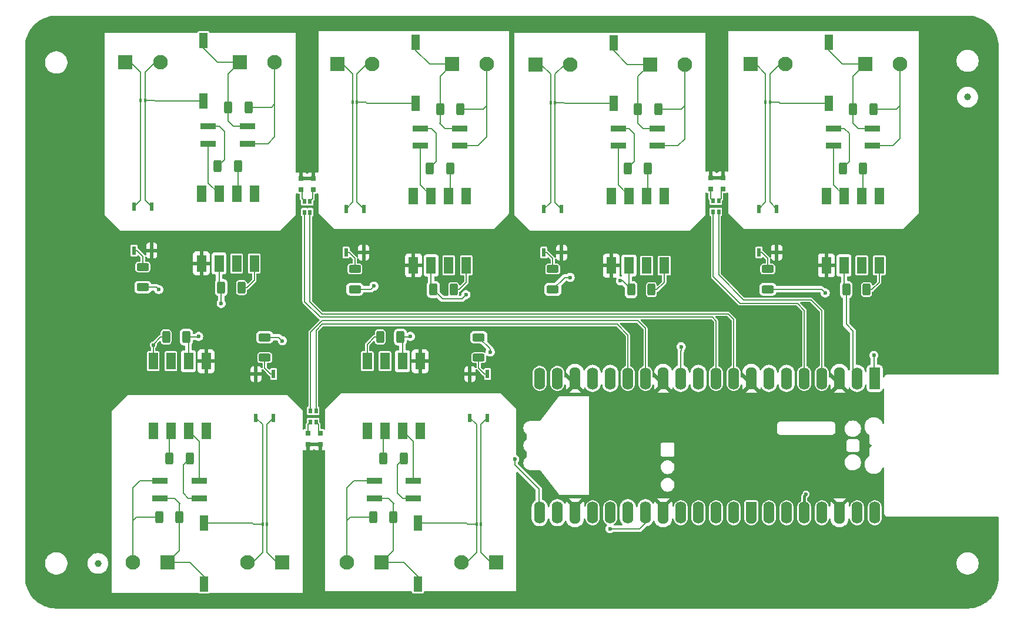
<source format=gbr>
%TF.GenerationSoftware,KiCad,Pcbnew,8.0.1*%
%TF.CreationDate,2025-02-20T00:44:45-08:00*%
%TF.ProjectId,tty2040,74747932-3034-4302-9e6b-696361645f70,a*%
%TF.SameCoordinates,Original*%
%TF.FileFunction,Copper,L1,Top*%
%TF.FilePolarity,Positive*%
%FSLAX46Y46*%
G04 Gerber Fmt 4.6, Leading zero omitted, Abs format (unit mm)*
G04 Created by KiCad (PCBNEW 8.0.1) date 2025-02-20 00:44:45*
%MOMM*%
%LPD*%
G01*
G04 APERTURE LIST*
G04 Aperture macros list*
%AMRoundRect*
0 Rectangle with rounded corners*
0 $1 Rounding radius*
0 $2 $3 $4 $5 $6 $7 $8 $9 X,Y pos of 4 corners*
0 Add a 4 corners polygon primitive as box body*
4,1,4,$2,$3,$4,$5,$6,$7,$8,$9,$2,$3,0*
0 Add four circle primitives for the rounded corners*
1,1,$1+$1,$2,$3*
1,1,$1+$1,$4,$5*
1,1,$1+$1,$6,$7*
1,1,$1+$1,$8,$9*
0 Add four rect primitives between the rounded corners*
20,1,$1+$1,$2,$3,$4,$5,0*
20,1,$1+$1,$4,$5,$6,$7,0*
20,1,$1+$1,$6,$7,$8,$9,0*
20,1,$1+$1,$8,$9,$2,$3,0*%
%AMFreePoly0*
4,1,28,0.178017,0.779942,0.347107,0.720775,0.498792,0.625465,0.625465,0.498792,0.720775,0.347107,0.779942,0.178017,0.800000,0.000000,0.779942,-0.178017,0.720775,-0.347107,0.625465,-0.498792,0.498792,-0.625465,0.347107,-0.720775,0.178017,-0.779942,0.000000,-0.800000,-2.200000,-0.800000,-2.205014,-0.794986,-2.244504,-0.794986,-2.324698,-0.756366,-2.380194,-0.686777,-2.400000,-0.600000,
-2.400000,0.600000,-2.380194,0.686777,-2.324698,0.756366,-2.244504,0.794986,-2.205014,0.794986,-2.200000,0.800000,0.000000,0.800000,0.178017,0.779942,0.178017,0.779942,$1*%
%AMFreePoly1*
4,1,28,0.605014,0.794986,0.644504,0.794986,0.724698,0.756366,0.780194,0.686777,0.800000,0.600000,0.800000,-0.600000,0.780194,-0.686777,0.724698,-0.756366,0.644504,-0.794986,0.605014,-0.794986,0.600000,-0.800000,0.000000,-0.800000,-0.178017,-0.779942,-0.347107,-0.720775,-0.498792,-0.625465,-0.625465,-0.498792,-0.720775,-0.347107,-0.779942,-0.178017,-0.800000,0.000000,-0.779942,0.178017,
-0.720775,0.347107,-0.625465,0.498792,-0.498792,0.625465,-0.347107,0.720775,-0.178017,0.779942,0.000000,0.800000,0.600000,0.800000,0.605014,0.794986,0.605014,0.794986,$1*%
%AMFreePoly2*
4,1,29,0.605014,0.794986,0.644504,0.794986,0.724698,0.756366,0.780194,0.686777,0.800000,0.600000,0.800000,-0.600000,0.780194,-0.686777,0.724698,-0.756366,0.644504,-0.794986,0.605014,-0.794986,0.600000,-0.800000,0.000000,-0.800000,-1.600000,-0.800000,-1.778017,-0.779942,-1.947107,-0.720775,-2.098792,-0.625465,-2.225465,-0.498792,-2.320775,-0.347107,-2.379942,-0.178017,-2.400000,0.000000,
-2.379942,0.178017,-2.320775,0.347107,-2.225465,0.498792,-2.098792,0.625465,-1.947107,0.720775,-1.778017,0.779942,-1.600000,0.800000,0.600000,0.800000,0.605014,0.794986,0.605014,0.794986,$1*%
%AMFreePoly3*
4,1,28,0.178017,0.779942,0.347107,0.720775,0.498792,0.625465,0.625465,0.498792,0.720775,0.347107,0.779942,0.178017,0.800000,0.000000,0.779942,-0.178017,0.720775,-0.347107,0.625465,-0.498792,0.498792,-0.625465,0.347107,-0.720775,0.178017,-0.779942,0.000000,-0.800000,-0.600000,-0.800000,-0.605014,-0.794986,-0.644504,-0.794986,-0.724698,-0.756366,-0.780194,-0.686777,-0.800000,-0.600000,
-0.800000,0.600000,-0.780194,0.686777,-0.724698,0.756366,-0.644504,0.794986,-0.605014,0.794986,-0.600000,0.800000,0.000000,0.800000,0.178017,0.779942,0.178017,0.779942,$1*%
%AMFreePoly4*
4,1,29,1.778017,0.779942,1.947107,0.720775,2.098792,0.625465,2.225465,0.498792,2.320775,0.347107,2.379942,0.178017,2.400000,0.000000,2.379942,-0.178017,2.320775,-0.347107,2.225465,-0.498792,2.098792,-0.625465,1.947107,-0.720775,1.778017,-0.779942,1.600000,-0.800000,0.000000,-0.800000,-0.600000,-0.800000,-0.605014,-0.794986,-0.644504,-0.794986,-0.724698,-0.756366,-0.780194,-0.686777,
-0.800000,-0.600000,-0.800000,0.600000,-0.780194,0.686777,-0.724698,0.756366,-0.644504,0.794986,-0.605014,0.794986,-0.600000,0.800000,1.600000,0.800000,1.778017,0.779942,1.778017,0.779942,$1*%
G04 Aperture macros list end*
%TA.AperFunction,SMDPad,CuDef*%
%ADD10C,1.000000*%
%TD*%
%TA.AperFunction,SMDPad,CuDef*%
%ADD11R,1.300000X2.300000*%
%TD*%
%TA.AperFunction,ComponentPad*%
%ADD12R,2.100000X2.100000*%
%TD*%
%TA.AperFunction,ComponentPad*%
%ADD13C,2.100000*%
%TD*%
%TA.AperFunction,SMDPad,CuDef*%
%ADD14RoundRect,0.250000X0.312500X0.625000X-0.312500X0.625000X-0.312500X-0.625000X0.312500X-0.625000X0*%
%TD*%
%TA.AperFunction,SMDPad,CuDef*%
%ADD15RoundRect,0.250000X-0.312500X-0.625000X0.312500X-0.625000X0.312500X0.625000X-0.312500X0.625000X0*%
%TD*%
%TA.AperFunction,SMDPad,CuDef*%
%ADD16R,0.300000X0.600000*%
%TD*%
%TA.AperFunction,SMDPad,CuDef*%
%ADD17R,0.800000X0.800000*%
%TD*%
%TA.AperFunction,SMDPad,CuDef*%
%ADD18R,2.160000X0.910000*%
%TD*%
%TA.AperFunction,SMDPad,CuDef*%
%ADD19R,1.420000X2.450000*%
%TD*%
%TA.AperFunction,SMDPad,CuDef*%
%ADD20R,0.600000X0.800000*%
%TD*%
%TA.AperFunction,SMDPad,CuDef*%
%ADD21RoundRect,0.250000X0.625000X-0.312500X0.625000X0.312500X-0.625000X0.312500X-0.625000X-0.312500X0*%
%TD*%
%TA.AperFunction,SMDPad,CuDef*%
%ADD22R,0.590000X1.300000*%
%TD*%
%TA.AperFunction,SMDPad,CuDef*%
%ADD23RoundRect,0.250000X-0.625000X0.312500X-0.625000X-0.312500X0.625000X-0.312500X0.625000X0.312500X0*%
%TD*%
%TA.AperFunction,ComponentPad*%
%ADD24RoundRect,0.200000X-0.600000X0.600000X-0.600000X-0.600000X0.600000X-0.600000X0.600000X0.600000X0*%
%TD*%
%TA.AperFunction,SMDPad,CuDef*%
%ADD25FreePoly0,270.000000*%
%TD*%
%TA.AperFunction,ComponentPad*%
%ADD26C,1.600000*%
%TD*%
%TA.AperFunction,SMDPad,CuDef*%
%ADD27RoundRect,0.800000X-0.000010X0.800000X-0.000010X-0.800000X0.000010X-0.800000X0.000010X0.800000X0*%
%TD*%
%TA.AperFunction,ComponentPad*%
%ADD28FreePoly1,270.000000*%
%TD*%
%TA.AperFunction,SMDPad,CuDef*%
%ADD29FreePoly2,270.000000*%
%TD*%
%TA.AperFunction,ComponentPad*%
%ADD30FreePoly3,270.000000*%
%TD*%
%TA.AperFunction,SMDPad,CuDef*%
%ADD31FreePoly4,270.000000*%
%TD*%
%TA.AperFunction,ViaPad*%
%ADD32C,0.600000*%
%TD*%
%TA.AperFunction,Conductor*%
%ADD33C,0.200000*%
%TD*%
%TA.AperFunction,Conductor*%
%ADD34C,0.400000*%
%TD*%
G04 APERTURE END LIST*
D10*
%TO.P,FID1,*%
%TO.N,*%
X89250000Y-136500000D03*
%TD*%
%TO.P,FID2,*%
%TO.N,*%
X214500000Y-69250000D03*
%TD*%
D11*
%TO.P,SW5,1,A1*%
%TO.N,Net-(D10-C)*%
X104520000Y-130720000D03*
%TO.P,SW5,2,A2*%
%TO.N,Net-(J9-Pin_1)*%
X104520000Y-139480000D03*
%TD*%
%TO.P,SW1,1,A1*%
%TO.N,Net-(D2-C)*%
X194480000Y-70130000D03*
%TO.P,SW1,2,A2*%
%TO.N,Net-(J1-Pin_1)*%
X194480000Y-61370000D03*
%TD*%
%TO.P,SW4,1,A1*%
%TO.N,Net-(D8-C)*%
X104462500Y-69842500D03*
%TO.P,SW4,2,A2*%
%TO.N,Net-(J7-Pin_1)*%
X104462500Y-61082500D03*
%TD*%
%TO.P,SW2,1,A1*%
%TO.N,Net-(D4-C)*%
X163500000Y-70150000D03*
%TO.P,SW2,2,A2*%
%TO.N,Net-(J3-Pin_1)*%
X163500000Y-61390000D03*
%TD*%
%TO.P,SW3,1,A1*%
%TO.N,Net-(D6-C)*%
X135000000Y-70130000D03*
%TO.P,SW3,2,A2*%
%TO.N,Net-(J5-Pin_1)*%
X135000000Y-61370000D03*
%TD*%
%TO.P,SW6,1,A1*%
%TO.N,Net-(D12-C)*%
X135345000Y-130720000D03*
%TO.P,SW6,2,A2*%
%TO.N,Net-(J11-Pin_1)*%
X135345000Y-139480000D03*
%TD*%
D12*
%TO.P,J2,1,Pin_1*%
%TO.N,Net-(D2-A)*%
X183230000Y-64500000D03*
D13*
%TO.P,J2,2,Pin_2*%
%TO.N,Net-(D2-C)*%
X188230000Y-64500000D03*
%TD*%
D14*
%TO.P,R22,1*%
%TO.N,Net-(D11-+)*%
X133307500Y-121350000D03*
%TO.P,R22,2*%
%TO.N,Net-(U11-VF+)*%
X130382500Y-121350000D03*
%TD*%
D12*
%TO.P,J11,1,Pin_1*%
%TO.N,Net-(J11-Pin_1)*%
X130095000Y-136350000D03*
D13*
%TO.P,J11,2,Pin_2*%
%TO.N,Net-(J11-Pin_2)*%
X125095000Y-136350000D03*
%TD*%
D15*
%TO.P,R6,1*%
%TO.N,Net-(D3-+)*%
X165537500Y-79520000D03*
%TO.P,R6,2*%
%TO.N,Net-(U3-VF+)*%
X168462500Y-79520000D03*
%TD*%
D16*
%TO.P,D10,1,C*%
%TO.N,Net-(D10-C)*%
X112950000Y-130850000D03*
%TO.P,D10,2,A*%
%TO.N,Net-(D10-A)*%
X113590000Y-130850000D03*
%TD*%
D17*
%TO.P,LED3,1,K*%
%TO.N,GND*%
X120250000Y-81000000D03*
%TO.P,LED3,2,A*%
%TO.N,Net-(LED3-A)*%
X120250000Y-82600000D03*
%TD*%
D15*
%TO.P,R12,1*%
%TO.N,/Loop3/FROM_LOOP*%
X137537500Y-97000000D03*
%TO.P,R12,2*%
%TO.N,VCC*%
X140462500Y-97000000D03*
%TD*%
D12*
%TO.P,J10,1,Pin_1*%
%TO.N,Net-(D10-A)*%
X115770000Y-136350000D03*
D13*
%TO.P,J10,2,Pin_2*%
%TO.N,Net-(D10-C)*%
X110770000Y-136350000D03*
%TD*%
D17*
%TO.P,LED6,1,K*%
%TO.N,GND*%
X121250000Y-119300000D03*
%TO.P,LED6,2,A*%
%TO.N,Net-(LED6-A)*%
X121250000Y-117700000D03*
%TD*%
D16*
%TO.P,D2,1,C*%
%TO.N,Net-(D2-C)*%
X186050000Y-70000000D03*
%TO.P,D2,2,A*%
%TO.N,Net-(D2-A)*%
X185410000Y-70000000D03*
%TD*%
D12*
%TO.P,J5,1,Pin_1*%
%TO.N,Net-(J5-Pin_1)*%
X140250000Y-64500000D03*
D13*
%TO.P,J5,2,Pin_2*%
%TO.N,Net-(J5-Pin_2)*%
X145250000Y-64500000D03*
%TD*%
D18*
%TO.P,D7,1,+*%
%TO.N,Net-(D7-+)*%
X105152500Y-73462500D03*
%TO.P,D7,2,AC*%
%TO.N,Net-(J7-Pin_1)*%
X110772500Y-73462500D03*
%TO.P,D7,3,-*%
%TO.N,Net-(D7--)*%
X105152500Y-75962500D03*
%TO.P,D7,4,AC*%
%TO.N,Net-(J7-Pin_2)*%
X110772500Y-75962500D03*
%TD*%
D19*
%TO.P,U3,1,N/C*%
%TO.N,unconnected-(U3-N{slash}C-Pad1)*%
X170810000Y-83500000D03*
%TO.P,U3,2,VF+*%
%TO.N,Net-(U3-VF+)*%
X168270000Y-83500000D03*
%TO.P,U3,3,VF-*%
%TO.N,Net-(D3--)*%
X165730000Y-83500000D03*
%TO.P,U3,4,N/C*%
%TO.N,unconnected-(U3-N{slash}C-Pad4)*%
X163190000Y-83500000D03*
%TO.P,U3,5,GND*%
%TO.N,GND*%
X163190000Y-93540000D03*
%TO.P,U3,6,VO*%
%TO.N,/Loop2/FROM_LOOP*%
X165730000Y-93540000D03*
%TO.P,U3,7,VB*%
%TO.N,unconnected-(U3-VB-Pad7)*%
X168270000Y-93540000D03*
%TO.P,U3,8,VCC*%
%TO.N,VCC*%
X170810000Y-93540000D03*
%TD*%
D18*
%TO.P,D3,1,+*%
%TO.N,Net-(D3-+)*%
X164190000Y-73770000D03*
%TO.P,D3,2,AC*%
%TO.N,Net-(J3-Pin_1)*%
X169810000Y-73770000D03*
%TO.P,D3,3,-*%
%TO.N,Net-(D3--)*%
X164190000Y-76270000D03*
%TO.P,D3,4,AC*%
%TO.N,Net-(J3-Pin_2)*%
X169810000Y-76270000D03*
%TD*%
D14*
%TO.P,R18,1*%
%TO.N,Net-(D9-+)*%
X102482500Y-121350000D03*
%TO.P,R18,2*%
%TO.N,Net-(U9-VF+)*%
X99557500Y-121350000D03*
%TD*%
D20*
%TO.P,U15,1,1*%
%TO.N,Net-(LED5-A)*%
X119850000Y-116100000D03*
%TO.P,U15,2,2*%
%TO.N,Net-(LED6-A)*%
X120650000Y-116100000D03*
%TO.P,U15,3,3*%
%TO.N,ACT6*%
X120650000Y-114500000D03*
%TO.P,U15,4,4*%
%TO.N,ACT5*%
X119850000Y-114500000D03*
%TD*%
D17*
%TO.P,LED5,1,K*%
%TO.N,GND*%
X119500000Y-119300000D03*
%TO.P,LED5,2,A*%
%TO.N,Net-(LED5-A)*%
X119500000Y-117700000D03*
%TD*%
D21*
%TO.P,R11,1*%
%TO.N,/Loop3/TO_LOOP*%
X126250000Y-96962500D03*
%TO.P,R11,2*%
%TO.N,Net-(R11-Pad2)*%
X126250000Y-94037500D03*
%TD*%
D15*
%TO.P,R4,1*%
%TO.N,/Loop1/FROM_LOOP*%
X197017500Y-97000000D03*
%TO.P,R4,2*%
%TO.N,VCC*%
X199942500Y-97000000D03*
%TD*%
%TO.P,R16,1*%
%TO.N,/Loop4/FROM_LOOP*%
X107000000Y-96712500D03*
%TO.P,R16,2*%
%TO.N,VCC*%
X109925000Y-96712500D03*
%TD*%
D20*
%TO.P,U14,1,1*%
%TO.N,Net-(LED3-A)*%
X119800000Y-84250000D03*
%TO.P,U14,2,2*%
%TO.N,Net-(LED4-A)*%
X119000000Y-84250000D03*
%TO.P,U14,3,3*%
%TO.N,ACT4*%
X119000000Y-85850000D03*
%TO.P,U14,4,4*%
%TO.N,ACT3*%
X119800000Y-85850000D03*
%TD*%
D19*
%TO.P,U9,1,N/C*%
%TO.N,unconnected-(U9-N{slash}C-Pad1)*%
X97210000Y-117370000D03*
%TO.P,U9,2,VF+*%
%TO.N,Net-(U9-VF+)*%
X99750000Y-117370000D03*
%TO.P,U9,3,VF-*%
%TO.N,Net-(D9--)*%
X102290000Y-117370000D03*
%TO.P,U9,4,N/C*%
%TO.N,unconnected-(U9-N{slash}C-Pad4)*%
X104830000Y-117370000D03*
%TO.P,U9,5,GND*%
%TO.N,GND*%
X104830000Y-107330000D03*
%TO.P,U9,6,VO*%
%TO.N,/Loop5/FROM_LOOP*%
X102290000Y-107330000D03*
%TO.P,U9,7,VB*%
%TO.N,unconnected-(U9-VB-Pad7)*%
X99750000Y-107330000D03*
%TO.P,U9,8,VCC*%
%TO.N,VCC*%
X97210000Y-107330000D03*
%TD*%
D12*
%TO.P,J1,1,Pin_1*%
%TO.N,Net-(J1-Pin_1)*%
X199730000Y-64500000D03*
D13*
%TO.P,J1,2,Pin_2*%
%TO.N,Net-(J1-Pin_2)*%
X204730000Y-64500000D03*
%TD*%
D12*
%TO.P,J8,1,Pin_1*%
%TO.N,Net-(D8-A)*%
X93212500Y-64212500D03*
D13*
%TO.P,J8,2,Pin_2*%
%TO.N,Net-(D8-C)*%
X98212500Y-64212500D03*
%TD*%
D14*
%TO.P,R24,1*%
%TO.N,/Loop6/FROM_LOOP*%
X132807500Y-103850000D03*
%TO.P,R24,2*%
%TO.N,VCC*%
X129882500Y-103850000D03*
%TD*%
D18*
%TO.P,D1,1,+*%
%TO.N,Net-(D1-+)*%
X195170000Y-73750000D03*
%TO.P,D1,2,AC*%
%TO.N,Net-(J1-Pin_1)*%
X200790000Y-73750000D03*
%TO.P,D1,3,-*%
%TO.N,Net-(D1--)*%
X195170000Y-76250000D03*
%TO.P,D1,4,AC*%
%TO.N,Net-(J1-Pin_2)*%
X200790000Y-76250000D03*
%TD*%
D19*
%TO.P,U7,1,N/C*%
%TO.N,unconnected-(U7-N{slash}C-Pad1)*%
X111772500Y-83192500D03*
%TO.P,U7,2,VF+*%
%TO.N,Net-(U7-VF+)*%
X109232500Y-83192500D03*
%TO.P,U7,3,VF-*%
%TO.N,Net-(D7--)*%
X106692500Y-83192500D03*
%TO.P,U7,4,N/C*%
%TO.N,unconnected-(U7-N{slash}C-Pad4)*%
X104152500Y-83192500D03*
%TO.P,U7,5,GND*%
%TO.N,GND*%
X104152500Y-93232500D03*
%TO.P,U7,6,VO*%
%TO.N,/Loop4/FROM_LOOP*%
X106692500Y-93232500D03*
%TO.P,U7,7,VB*%
%TO.N,unconnected-(U7-VB-Pad7)*%
X109232500Y-93232500D03*
%TO.P,U7,8,VCC*%
%TO.N,VCC*%
X111772500Y-93232500D03*
%TD*%
D15*
%TO.P,R8,1*%
%TO.N,/Loop2/FROM_LOOP*%
X166037500Y-97020000D03*
%TO.P,R8,2*%
%TO.N,VCC*%
X168962500Y-97020000D03*
%TD*%
D20*
%TO.P,U13,1,1*%
%TO.N,Net-(LED1-A)*%
X178650000Y-84200000D03*
%TO.P,U13,2,2*%
%TO.N,Net-(LED2-A)*%
X177850000Y-84200000D03*
%TO.P,U13,3,3*%
%TO.N,ACT2*%
X177850000Y-85800000D03*
%TO.P,U13,4,4*%
%TO.N,ACT1*%
X178650000Y-85800000D03*
%TD*%
D15*
%TO.P,R5,1*%
%TO.N,Net-(J3-Pin_1)*%
X167037500Y-71020000D03*
%TO.P,R5,2*%
%TO.N,Net-(J3-Pin_2)*%
X169962500Y-71020000D03*
%TD*%
D21*
%TO.P,R7,1*%
%TO.N,/Loop2/TO_LOOP*%
X154750000Y-96982500D03*
%TO.P,R7,2*%
%TO.N,Net-(R7-Pad2)*%
X154750000Y-94057500D03*
%TD*%
D12*
%TO.P,J7,1,Pin_1*%
%TO.N,Net-(J7-Pin_1)*%
X109712500Y-64212500D03*
D13*
%TO.P,J7,2,Pin_2*%
%TO.N,Net-(J7-Pin_2)*%
X114712500Y-64212500D03*
%TD*%
D22*
%TO.P,U8,1,1*%
%TO.N,Net-(R15-Pad2)*%
X94442500Y-91362500D03*
%TO.P,U8,2,2*%
%TO.N,GND*%
X96982500Y-91362500D03*
%TO.P,U8,3,3*%
%TO.N,Net-(D8-C)*%
X96982500Y-85062500D03*
%TO.P,U8,4,4*%
%TO.N,Net-(D8-A)*%
X94442500Y-85062500D03*
%TD*%
D19*
%TO.P,U5,1,N/C*%
%TO.N,unconnected-(U5-N{slash}C-Pad1)*%
X142310000Y-83480000D03*
%TO.P,U5,2,VF+*%
%TO.N,Net-(U5-VF+)*%
X139770000Y-83480000D03*
%TO.P,U5,3,VF-*%
%TO.N,Net-(D5--)*%
X137230000Y-83480000D03*
%TO.P,U5,4,N/C*%
%TO.N,unconnected-(U5-N{slash}C-Pad4)*%
X134690000Y-83480000D03*
%TO.P,U5,5,GND*%
%TO.N,GND*%
X134690000Y-93520000D03*
%TO.P,U5,6,VO*%
%TO.N,/Loop3/FROM_LOOP*%
X137230000Y-93520000D03*
%TO.P,U5,7,VB*%
%TO.N,unconnected-(U5-VB-Pad7)*%
X139770000Y-93520000D03*
%TO.P,U5,8,VCC*%
%TO.N,VCC*%
X142310000Y-93520000D03*
%TD*%
D22*
%TO.P,U4,1,1*%
%TO.N,Net-(R7-Pad2)*%
X153480000Y-91670000D03*
%TO.P,U4,2,2*%
%TO.N,GND*%
X156020000Y-91670000D03*
%TO.P,U4,3,3*%
%TO.N,Net-(D4-C)*%
X156020000Y-85370000D03*
%TO.P,U4,4,4*%
%TO.N,Net-(D4-A)*%
X153480000Y-85370000D03*
%TD*%
D23*
%TO.P,R23,1*%
%TO.N,/Loop6/TO_LOOP*%
X144095000Y-103887500D03*
%TO.P,R23,2*%
%TO.N,Net-(R23-Pad2)*%
X144095000Y-106812500D03*
%TD*%
D14*
%TO.P,R20,1*%
%TO.N,/Loop5/FROM_LOOP*%
X101982500Y-103850000D03*
%TO.P,R20,2*%
%TO.N,VCC*%
X99057500Y-103850000D03*
%TD*%
D22*
%TO.P,U6,1,1*%
%TO.N,Net-(R11-Pad2)*%
X124980000Y-91650000D03*
%TO.P,U6,2,2*%
%TO.N,GND*%
X127520000Y-91650000D03*
%TO.P,U6,3,3*%
%TO.N,Net-(D6-C)*%
X127520000Y-85350000D03*
%TO.P,U6,4,4*%
%TO.N,Net-(D6-A)*%
X124980000Y-85350000D03*
%TD*%
%TO.P,U10,1,1*%
%TO.N,Net-(R19-Pad2)*%
X114540000Y-109200000D03*
%TO.P,U10,2,2*%
%TO.N,GND*%
X112000000Y-109200000D03*
%TO.P,U10,3,3*%
%TO.N,Net-(D10-C)*%
X112000000Y-115500000D03*
%TO.P,U10,4,4*%
%TO.N,Net-(D10-A)*%
X114540000Y-115500000D03*
%TD*%
D19*
%TO.P,U1,1,N/C*%
%TO.N,unconnected-(U1-N{slash}C-Pad1)*%
X201790000Y-83480000D03*
%TO.P,U1,2,VF+*%
%TO.N,Net-(U1-VF+)*%
X199250000Y-83480000D03*
%TO.P,U1,3,VF-*%
%TO.N,Net-(D1--)*%
X196710000Y-83480000D03*
%TO.P,U1,4,N/C*%
%TO.N,unconnected-(U1-N{slash}C-Pad4)*%
X194170000Y-83480000D03*
%TO.P,U1,5,GND*%
%TO.N,GND*%
X194170000Y-93520000D03*
%TO.P,U1,6,VO*%
%TO.N,/Loop1/FROM_LOOP*%
X196710000Y-93520000D03*
%TO.P,U1,7,VB*%
%TO.N,unconnected-(U1-VB-Pad7)*%
X199250000Y-93520000D03*
%TO.P,U1,8,VCC*%
%TO.N,VCC*%
X201790000Y-93520000D03*
%TD*%
D15*
%TO.P,R2,1*%
%TO.N,Net-(D1-+)*%
X196517500Y-79500000D03*
%TO.P,R2,2*%
%TO.N,Net-(U1-VF+)*%
X199442500Y-79500000D03*
%TD*%
D18*
%TO.P,D9,1,+*%
%TO.N,Net-(D9-+)*%
X103830000Y-127100000D03*
%TO.P,D9,2,AC*%
%TO.N,Net-(J9-Pin_1)*%
X98210000Y-127100000D03*
%TO.P,D9,3,-*%
%TO.N,Net-(D9--)*%
X103830000Y-124600000D03*
%TO.P,D9,4,AC*%
%TO.N,Net-(J9-Pin_2)*%
X98210000Y-124600000D03*
%TD*%
D21*
%TO.P,R15,1*%
%TO.N,/Loop4/TO_LOOP*%
X95712500Y-96675000D03*
%TO.P,R15,2*%
%TO.N,Net-(R15-Pad2)*%
X95712500Y-93750000D03*
%TD*%
D14*
%TO.P,R17,1*%
%TO.N,Net-(J9-Pin_1)*%
X100982500Y-129850000D03*
%TO.P,R17,2*%
%TO.N,Net-(J9-Pin_2)*%
X98057500Y-129850000D03*
%TD*%
D15*
%TO.P,R9,1*%
%TO.N,Net-(J5-Pin_1)*%
X138537500Y-71000000D03*
%TO.P,R9,2*%
%TO.N,Net-(J5-Pin_2)*%
X141462500Y-71000000D03*
%TD*%
D12*
%TO.P,J9,1,Pin_1*%
%TO.N,Net-(J9-Pin_1)*%
X99270000Y-136350000D03*
D13*
%TO.P,J9,2,Pin_2*%
%TO.N,Net-(J9-Pin_2)*%
X94270000Y-136350000D03*
%TD*%
D15*
%TO.P,R10,1*%
%TO.N,Net-(D5-+)*%
X137037500Y-79500000D03*
%TO.P,R10,2*%
%TO.N,Net-(U5-VF+)*%
X139962500Y-79500000D03*
%TD*%
D12*
%TO.P,J12,1,Pin_1*%
%TO.N,Net-(D12-A)*%
X146595000Y-136350000D03*
D13*
%TO.P,J12,2,Pin_2*%
%TO.N,Net-(D12-C)*%
X141595000Y-136350000D03*
%TD*%
D17*
%TO.P,LED4,1,K*%
%TO.N,GND*%
X118500000Y-81000000D03*
%TO.P,LED4,2,A*%
%TO.N,Net-(LED4-A)*%
X118500000Y-82600000D03*
%TD*%
D21*
%TO.P,R3,1*%
%TO.N,/Loop1/TO_LOOP*%
X185730000Y-96962500D03*
%TO.P,R3,2*%
%TO.N,Net-(R3-Pad2)*%
X185730000Y-94037500D03*
%TD*%
D15*
%TO.P,R14,1*%
%TO.N,Net-(D7-+)*%
X106500000Y-79212500D03*
%TO.P,R14,2*%
%TO.N,Net-(U7-VF+)*%
X109425000Y-79212500D03*
%TD*%
D16*
%TO.P,D4,1,C*%
%TO.N,Net-(D4-C)*%
X155070000Y-70020000D03*
%TO.P,D4,2,A*%
%TO.N,Net-(D4-A)*%
X154430000Y-70020000D03*
%TD*%
D15*
%TO.P,R13,1*%
%TO.N,Net-(J7-Pin_1)*%
X108000000Y-70712500D03*
%TO.P,R13,2*%
%TO.N,Net-(J7-Pin_2)*%
X110925000Y-70712500D03*
%TD*%
D22*
%TO.P,U12,1,1*%
%TO.N,Net-(R23-Pad2)*%
X145365000Y-109200000D03*
%TO.P,U12,2,2*%
%TO.N,GND*%
X142825000Y-109200000D03*
%TO.P,U12,3,3*%
%TO.N,Net-(D12-C)*%
X142825000Y-115500000D03*
%TO.P,U12,4,4*%
%TO.N,Net-(D12-A)*%
X145365000Y-115500000D03*
%TD*%
D15*
%TO.P,R1,1*%
%TO.N,Net-(J1-Pin_1)*%
X198017500Y-71000000D03*
%TO.P,R1,2*%
%TO.N,Net-(J1-Pin_2)*%
X200942500Y-71000000D03*
%TD*%
D17*
%TO.P,LED1,1,K*%
%TO.N,GND*%
X179250000Y-80870000D03*
%TO.P,LED1,2,A*%
%TO.N,Net-(LED1-A)*%
X179250000Y-82470000D03*
%TD*%
D16*
%TO.P,D12,1,C*%
%TO.N,Net-(D12-C)*%
X143775000Y-130850000D03*
%TO.P,D12,2,A*%
%TO.N,Net-(D12-A)*%
X144415000Y-130850000D03*
%TD*%
D19*
%TO.P,U11,1,N/C*%
%TO.N,unconnected-(U11-N{slash}C-Pad1)*%
X128035000Y-117370000D03*
%TO.P,U11,2,VF+*%
%TO.N,Net-(U11-VF+)*%
X130575000Y-117370000D03*
%TO.P,U11,3,VF-*%
%TO.N,Net-(D11--)*%
X133115000Y-117370000D03*
%TO.P,U11,4,N/C*%
%TO.N,unconnected-(U11-N{slash}C-Pad4)*%
X135655000Y-117370000D03*
%TO.P,U11,5,GND*%
%TO.N,GND*%
X135655000Y-107330000D03*
%TO.P,U11,6,VO*%
%TO.N,/Loop6/FROM_LOOP*%
X133115000Y-107330000D03*
%TO.P,U11,7,VB*%
%TO.N,unconnected-(U11-VB-Pad7)*%
X130575000Y-107330000D03*
%TO.P,U11,8,VCC*%
%TO.N,VCC*%
X128035000Y-107330000D03*
%TD*%
D14*
%TO.P,R21,1*%
%TO.N,Net-(J11-Pin_1)*%
X131807500Y-129850000D03*
%TO.P,R21,2*%
%TO.N,Net-(J11-Pin_2)*%
X128882500Y-129850000D03*
%TD*%
D18*
%TO.P,D11,1,+*%
%TO.N,Net-(D11-+)*%
X134655000Y-127100000D03*
%TO.P,D11,2,AC*%
%TO.N,Net-(J11-Pin_1)*%
X129035000Y-127100000D03*
%TO.P,D11,3,-*%
%TO.N,Net-(D11--)*%
X134655000Y-124600000D03*
%TO.P,D11,4,AC*%
%TO.N,Net-(J11-Pin_2)*%
X129035000Y-124600000D03*
%TD*%
D12*
%TO.P,J4,1,Pin_1*%
%TO.N,Net-(D4-A)*%
X152250000Y-64520000D03*
D13*
%TO.P,J4,2,Pin_2*%
%TO.N,Net-(D4-C)*%
X157250000Y-64520000D03*
%TD*%
D17*
%TO.P,LED2,1,K*%
%TO.N,GND*%
X177500000Y-80870000D03*
%TO.P,LED2,2,A*%
%TO.N,Net-(LED2-A)*%
X177500000Y-82470000D03*
%TD*%
D16*
%TO.P,D8,1,C*%
%TO.N,Net-(D8-C)*%
X96032500Y-69712500D03*
%TO.P,D8,2,A*%
%TO.N,Net-(D8-A)*%
X95392500Y-69712500D03*
%TD*%
%TO.P,D6,1,C*%
%TO.N,Net-(D6-C)*%
X126570000Y-70000000D03*
%TO.P,D6,2,A*%
%TO.N,Net-(D6-A)*%
X125930000Y-70000000D03*
%TD*%
D22*
%TO.P,U2,1,1*%
%TO.N,Net-(R3-Pad2)*%
X184460000Y-91650000D03*
%TO.P,U2,2,2*%
%TO.N,GND*%
X187000000Y-91650000D03*
%TO.P,U2,3,3*%
%TO.N,Net-(D2-C)*%
X187000000Y-85350000D03*
%TO.P,U2,4,4*%
%TO.N,Net-(D2-A)*%
X184460000Y-85350000D03*
%TD*%
D23*
%TO.P,R19,1*%
%TO.N,/Loop5/TO_LOOP*%
X113270000Y-103887500D03*
%TO.P,R19,2*%
%TO.N,Net-(R19-Pad2)*%
X113270000Y-106812500D03*
%TD*%
D24*
%TO.P,A1,1,GPIO0*%
%TO.N,/Loop1/TO_LOOP*%
X201130000Y-110610000D03*
D25*
X201130000Y-110610000D03*
D26*
%TO.P,A1,2,GPIO1*%
%TO.N,/Loop1/FROM_LOOP*%
X198590000Y-110610000D03*
D27*
X198590000Y-109810000D03*
D28*
%TO.P,A1,3,GND*%
%TO.N,GND*%
X196050000Y-110610000D03*
D29*
X196050000Y-110610000D03*
D26*
%TO.P,A1,4,GPIO2*%
%TO.N,ACT1*%
X193510000Y-110610000D03*
D27*
X193510000Y-109810000D03*
D26*
%TO.P,A1,5,GPIO3*%
%TO.N,ACT2*%
X190970000Y-110610000D03*
D27*
X190970000Y-109810000D03*
D26*
%TO.P,A1,6,GPIO4*%
%TO.N,/Loop2/TO_LOOP*%
X188430000Y-110610000D03*
D27*
X188430000Y-109810000D03*
D26*
%TO.P,A1,7,GPIO5*%
%TO.N,/Loop2/FROM_LOOP*%
X185890000Y-110610000D03*
D27*
X185890000Y-109810000D03*
D28*
%TO.P,A1,8,GND*%
%TO.N,GND*%
X183350000Y-110610000D03*
D29*
X183350000Y-110610000D03*
D26*
%TO.P,A1,9,GPIO6*%
%TO.N,ACT3*%
X180810000Y-110610000D03*
D27*
X180810000Y-109810000D03*
D26*
%TO.P,A1,10,GPIO7*%
%TO.N,ACT4*%
X178270000Y-110610000D03*
D27*
X178270000Y-109810000D03*
D26*
%TO.P,A1,11,GPIO8*%
%TO.N,/Loop3/TO_LOOP*%
X175730000Y-110610000D03*
D27*
X175730000Y-109810000D03*
D26*
%TO.P,A1,12,GPIO9*%
%TO.N,/Loop3/FROM_LOOP*%
X173190000Y-110610000D03*
D27*
X173190000Y-109810000D03*
D28*
%TO.P,A1,13,GND*%
%TO.N,GND*%
X170650000Y-110610000D03*
D29*
X170650000Y-110610000D03*
D26*
%TO.P,A1,14,GPIO10*%
%TO.N,ACT5*%
X168110000Y-110610000D03*
D27*
X168110000Y-109810000D03*
D26*
%TO.P,A1,15,GPIO11*%
%TO.N,ACT6*%
X165570000Y-110610000D03*
D27*
X165570000Y-109810000D03*
D26*
%TO.P,A1,16,GPIO12*%
%TO.N,/Loop4/TO_LOOP*%
X163030000Y-110610000D03*
D27*
X163030000Y-109810000D03*
D26*
%TO.P,A1,17,GPIO13*%
%TO.N,/Loop4/FROM_LOOP*%
X160490000Y-110610000D03*
D27*
X160490000Y-109810000D03*
D28*
%TO.P,A1,18,GND*%
%TO.N,GND*%
X157950000Y-110610000D03*
D29*
X157950000Y-110610000D03*
D26*
%TO.P,A1,19,GPIO14*%
%TO.N,unconnected-(A1-GPIO14-Pad19)*%
X155410000Y-110610000D03*
D27*
X155410000Y-109810000D03*
D26*
%TO.P,A1,20,GPIO15*%
%TO.N,unconnected-(A1-GPIO15-Pad20)*%
X152870000Y-110610000D03*
D27*
X152870000Y-109810000D03*
D26*
%TO.P,A1,21,GPIO16*%
%TO.N,/Loop5/TO_LOOP*%
X152870000Y-128390000D03*
D27*
X152870000Y-129190000D03*
D26*
%TO.P,A1,22,GPIO17*%
%TO.N,/Loop5/FROM_LOOP*%
X155410000Y-128390000D03*
D27*
X155410000Y-129190000D03*
D30*
%TO.P,A1,23,GND*%
%TO.N,GND*%
X157950000Y-128390000D03*
D31*
X157950000Y-128390000D03*
D26*
%TO.P,A1,24,GPIO18*%
%TO.N,unconnected-(A1-GPIO18-Pad24)*%
X160490000Y-128390000D03*
D27*
X160490000Y-129190000D03*
D26*
%TO.P,A1,25,GPIO19*%
%TO.N,unconnected-(A1-GPIO19-Pad25)*%
X163030000Y-128390000D03*
D27*
X163030000Y-129190000D03*
D26*
%TO.P,A1,26,GPIO20*%
%TO.N,/Loop6/TO_LOOP*%
X165570000Y-128390000D03*
D27*
X165570000Y-129190000D03*
D26*
%TO.P,A1,27,GPIO21*%
%TO.N,/Loop6/FROM_LOOP*%
X168110000Y-128390000D03*
D27*
X168110000Y-129190000D03*
D30*
%TO.P,A1,28,GND*%
%TO.N,GND*%
X170650000Y-128390000D03*
D31*
X170650000Y-128390000D03*
D26*
%TO.P,A1,29,GPIO22*%
%TO.N,unconnected-(A1-GPIO22-Pad29)*%
X173190000Y-128390000D03*
D27*
X173190000Y-129190000D03*
D26*
%TO.P,A1,30,RUN*%
%TO.N,unconnected-(A1-RUN-Pad30)*%
X175730000Y-128390000D03*
D27*
X175730000Y-129190000D03*
D26*
%TO.P,A1,31,GPIO26_ADC0*%
%TO.N,unconnected-(A1-GPIO26_ADC0-Pad31)*%
X178270000Y-128390000D03*
D27*
X178270000Y-129190000D03*
D26*
%TO.P,A1,32,GPIO27_ADC1*%
%TO.N,unconnected-(A1-GPIO27_ADC1-Pad32)*%
X180810000Y-128390000D03*
D27*
X180810000Y-129190000D03*
D30*
%TO.P,A1,33,AGND*%
%TO.N,unconnected-(A1-AGND-Pad33)*%
X183350000Y-128390000D03*
D31*
X183350000Y-128390000D03*
D26*
%TO.P,A1,34,GPIO28_ADC2*%
%TO.N,unconnected-(A1-GPIO28_ADC2-Pad34)*%
X185890000Y-128390000D03*
D27*
X185890000Y-129190000D03*
D26*
%TO.P,A1,35,ADC_VREF*%
%TO.N,unconnected-(A1-ADC_VREF-Pad35)*%
X188430000Y-128390000D03*
D27*
X188430000Y-129190000D03*
D26*
%TO.P,A1,36,3V3*%
%TO.N,VCC*%
X190970000Y-128390000D03*
D27*
X190970000Y-129190000D03*
D26*
%TO.P,A1,37,3V3_EN*%
%TO.N,unconnected-(A1-3V3_EN-Pad37)*%
X193510000Y-128390000D03*
D27*
X193510000Y-129190000D03*
D30*
%TO.P,A1,38,GND*%
%TO.N,GND*%
X196050000Y-128390000D03*
D31*
X196050000Y-128390000D03*
D26*
%TO.P,A1,39,VSYS*%
%TO.N,unconnected-(A1-VSYS-Pad39)*%
X198590000Y-128390000D03*
D27*
X198590000Y-129190000D03*
D26*
%TO.P,A1,40,VBUS*%
%TO.N,unconnected-(A1-VBUS-Pad40)*%
X201130000Y-128390000D03*
D27*
X201130000Y-129190000D03*
%TD*%
D18*
%TO.P,D5,1,+*%
%TO.N,Net-(D5-+)*%
X135690000Y-73750000D03*
%TO.P,D5,2,AC*%
%TO.N,Net-(J5-Pin_1)*%
X141310000Y-73750000D03*
%TO.P,D5,3,-*%
%TO.N,Net-(D5--)*%
X135690000Y-76250000D03*
%TO.P,D5,4,AC*%
%TO.N,Net-(J5-Pin_2)*%
X141310000Y-76250000D03*
%TD*%
D12*
%TO.P,J3,1,Pin_1*%
%TO.N,Net-(J3-Pin_1)*%
X168750000Y-64520000D03*
D13*
%TO.P,J3,2,Pin_2*%
%TO.N,Net-(J3-Pin_2)*%
X173750000Y-64520000D03*
%TD*%
D12*
%TO.P,J6,1,Pin_1*%
%TO.N,Net-(D6-A)*%
X123750000Y-64500000D03*
D13*
%TO.P,J6,2,Pin_2*%
%TO.N,Net-(D6-C)*%
X128750000Y-64500000D03*
%TD*%
D32*
%TO.N,VCC*%
X142310000Y-93520000D03*
X97210000Y-105000000D03*
X201790000Y-93520000D03*
X170810000Y-93540000D03*
X128035000Y-107330000D03*
X191250000Y-126500000D03*
X111772500Y-93232500D03*
X97210000Y-107330000D03*
%TO.N,/Loop5/TO_LOOP*%
X149280329Y-121469667D03*
X115813312Y-104400000D03*
%TO.N,/Loop5/FROM_LOOP*%
X103750000Y-103750000D03*
%TO.N,/Loop4/FROM_LOOP*%
X107000000Y-99000000D03*
%TO.N,/Loop6/TO_LOOP*%
X145750000Y-106000000D03*
%TO.N,/Loop3/TO_LOOP*%
X129000000Y-96500000D03*
%TO.N,/Loop6/FROM_LOOP*%
X163000000Y-131500000D03*
X134250000Y-103750000D03*
%TO.N,/Loop2/FROM_LOOP*%
X164499998Y-95750000D03*
%TO.N,/Loop1/TO_LOOP*%
X201000000Y-106500000D03*
X194000000Y-97500000D03*
%TO.N,/Loop4/TO_LOOP*%
X98000000Y-97000000D03*
%TO.N,/Loop3/FROM_LOOP*%
X142250000Y-97750000D03*
X173250000Y-105250000D03*
%TO.N,/Loop2/TO_LOOP*%
X157250000Y-95250000D03*
%TD*%
D33*
%TO.N,ACT5*%
X119850000Y-103150000D02*
X121500000Y-101500000D01*
%TO.N,ACT4*%
X119000000Y-85850000D02*
X119000000Y-98750000D01*
%TO.N,/Loop3/FROM_LOOP*%
X173190000Y-105810000D02*
X173190000Y-110610000D01*
X173250000Y-105750000D02*
X173190000Y-105810000D01*
%TO.N,ACT3*%
X180810000Y-101310000D02*
X180810000Y-110610000D01*
%TO.N,/Loop3/FROM_LOOP*%
X173250000Y-105250000D02*
X173250000Y-105750000D01*
%TO.N,ACT5*%
X167000000Y-101500000D02*
X168110000Y-102610000D01*
%TO.N,ACT4*%
X119000000Y-98750000D02*
X121250000Y-101000000D01*
X121250000Y-101000000D02*
X177750000Y-101000000D01*
%TO.N,ACT6*%
X165570000Y-103570000D02*
X164000000Y-102000000D01*
%TO.N,ACT4*%
X177750000Y-101000000D02*
X178270000Y-101520000D01*
%TO.N,ACT5*%
X121500000Y-101500000D02*
X167000000Y-101500000D01*
%TO.N,ACT4*%
X178270000Y-101520000D02*
X178270000Y-110610000D01*
%TO.N,ACT3*%
X119800000Y-98800000D02*
X119800000Y-85850000D01*
X119800000Y-98800000D02*
X121500000Y-100500000D01*
%TO.N,ACT6*%
X121565686Y-102000000D02*
X120650000Y-102915686D01*
%TO.N,ACT3*%
X121500000Y-100500000D02*
X180000000Y-100500000D01*
X180000000Y-100500000D02*
X180810000Y-101310000D01*
%TO.N,ACT6*%
X120650000Y-102915686D02*
X120650000Y-114500000D01*
%TO.N,ACT5*%
X119850000Y-114500000D02*
X119850000Y-103150000D01*
X168110000Y-102610000D02*
X168110000Y-110610000D01*
%TO.N,ACT6*%
X165570000Y-110610000D02*
X165570000Y-103570000D01*
X164000000Y-102000000D02*
X121565686Y-102000000D01*
%TO.N,/Loop3/FROM_LOOP*%
X137537500Y-97000000D02*
X138862500Y-98325000D01*
X138862500Y-98325000D02*
X141675000Y-98325000D01*
X141675000Y-98325000D02*
X142250000Y-97750000D01*
%TO.N,/Loop5/TO_LOOP*%
X149280329Y-122280329D02*
X149280329Y-121469667D01*
X152760000Y-125760000D02*
X149280329Y-122280329D01*
X152760000Y-128500000D02*
X152760000Y-125760000D01*
%TO.N,ACT1*%
X182250000Y-98500000D02*
X192000000Y-98500000D01*
X192000000Y-98500000D02*
X193510000Y-100010000D01*
X178650000Y-94900000D02*
X182250000Y-98500000D01*
X193510000Y-100010000D02*
X193510000Y-110610000D01*
X178650000Y-85800000D02*
X178650000Y-94900000D01*
%TO.N,VCC*%
X97210000Y-107330000D02*
X97210000Y-105000000D01*
X170810000Y-95960000D02*
X169750000Y-97020000D01*
X200730000Y-97000000D02*
X199942500Y-97000000D01*
X97210000Y-104910000D02*
X98270000Y-103850000D01*
X142310000Y-95940000D02*
X141250000Y-97000000D01*
X201790000Y-93520000D02*
X201790000Y-95940000D01*
X128035000Y-104910000D02*
X129095000Y-103850000D01*
X97210000Y-105000000D02*
X97210000Y-104910000D01*
X141250000Y-97000000D02*
X140462500Y-97000000D01*
X111772500Y-95652500D02*
X110712500Y-96712500D01*
X111772500Y-93232500D02*
X111772500Y-95652500D01*
X142310000Y-93520000D02*
X142310000Y-95940000D01*
X169750000Y-97020000D02*
X168962500Y-97020000D01*
D34*
X190970000Y-128390000D02*
X190970000Y-126780000D01*
D33*
X128035000Y-107330000D02*
X128035000Y-104910000D01*
X110712500Y-96712500D02*
X109925000Y-96712500D01*
X129095000Y-103850000D02*
X129882500Y-103850000D01*
X201790000Y-95940000D02*
X200730000Y-97000000D01*
D34*
X190970000Y-126780000D02*
X191250000Y-126500000D01*
D33*
X98270000Y-103850000D02*
X99057500Y-103850000D01*
X170810000Y-93540000D02*
X170810000Y-95960000D01*
%TO.N,ACT2*%
X191000000Y-100000000D02*
X191000000Y-110580000D01*
X177850000Y-85800000D02*
X177850000Y-95100000D01*
X190000000Y-99000000D02*
X191000000Y-100000000D01*
X177850000Y-95100000D02*
X181750000Y-99000000D01*
X181750000Y-99000000D02*
X190000000Y-99000000D01*
%TO.N,Net-(J1-Pin_2)*%
X204230000Y-71000000D02*
X204730000Y-70500000D01*
X203730000Y-76250000D02*
X200790000Y-76250000D01*
X200942500Y-71000000D02*
X204230000Y-71000000D01*
X204730000Y-75250000D02*
X203730000Y-76250000D01*
X204730000Y-64500000D02*
X204730000Y-70500000D01*
X204730000Y-70500000D02*
X204730000Y-75250000D01*
%TO.N,Net-(D1-+)*%
X195170000Y-73750000D02*
X196730000Y-73750000D01*
X197480000Y-78537500D02*
X196517500Y-79500000D01*
X197480000Y-74500000D02*
X197480000Y-78537500D01*
X196730000Y-73750000D02*
X197480000Y-74500000D01*
%TO.N,Net-(J1-Pin_1)*%
X198017500Y-72962500D02*
X198017500Y-71000000D01*
X196480000Y-64500000D02*
X199730000Y-64500000D01*
X194480000Y-61120000D02*
X194480000Y-62500000D01*
X198017500Y-66212500D02*
X199730000Y-64500000D01*
X200790000Y-73750000D02*
X198730000Y-73750000D01*
X197980000Y-73000000D02*
X198017500Y-72962500D01*
X194480000Y-62500000D02*
X196480000Y-64500000D01*
X198730000Y-73750000D02*
X197980000Y-73000000D01*
X198017500Y-71000000D02*
X198017500Y-66212500D01*
%TO.N,Net-(D1--)*%
X195155000Y-76265000D02*
X195155000Y-81925000D01*
X195155000Y-81925000D02*
X196710000Y-83480000D01*
%TO.N,Net-(D2-A)*%
X185410000Y-84400000D02*
X184460000Y-85350000D01*
X183980000Y-64500000D02*
X185410000Y-65930000D01*
X185410000Y-70000000D02*
X185410000Y-84400000D01*
X185410000Y-65930000D02*
X185410000Y-70000000D01*
%TO.N,Net-(D2-C)*%
X187350000Y-70000000D02*
X187480000Y-70130000D01*
X186050000Y-70000000D02*
X186050000Y-84400000D01*
X186050000Y-70000000D02*
X187350000Y-70000000D01*
X187480000Y-70130000D02*
X194480000Y-70130000D01*
X186050000Y-65930000D02*
X186050000Y-70000000D01*
X186050000Y-84400000D02*
X187000000Y-85350000D01*
X187480000Y-64500000D02*
X186050000Y-65930000D01*
%TO.N,Net-(J3-Pin_1)*%
X163500000Y-62520000D02*
X165500000Y-64520000D01*
X167037500Y-66232500D02*
X168750000Y-64520000D01*
X167037500Y-72982500D02*
X167037500Y-71020000D01*
X167037500Y-71020000D02*
X167037500Y-66232500D01*
X163500000Y-61140000D02*
X163500000Y-62520000D01*
X167000000Y-73020000D02*
X167037500Y-72982500D01*
X169810000Y-73770000D02*
X167750000Y-73770000D01*
X167750000Y-73770000D02*
X167000000Y-73020000D01*
X165500000Y-64520000D02*
X168750000Y-64520000D01*
%TO.N,Net-(J3-Pin_2)*%
X173250000Y-71020000D02*
X173750000Y-70520000D01*
X173750000Y-75270000D02*
X172750000Y-76270000D01*
X173750000Y-70520000D02*
X173750000Y-75270000D01*
X172750000Y-76270000D02*
X169810000Y-76270000D01*
X169962500Y-71020000D02*
X173250000Y-71020000D01*
X173750000Y-64520000D02*
X173750000Y-70520000D01*
%TO.N,Net-(D3-+)*%
X165750000Y-73770000D02*
X166500000Y-74520000D01*
X164190000Y-73770000D02*
X165750000Y-73770000D01*
X166500000Y-74520000D02*
X166500000Y-78557500D01*
X166500000Y-78557500D02*
X165537500Y-79520000D01*
%TO.N,Net-(D3--)*%
X164175000Y-81945000D02*
X165730000Y-83500000D01*
X164175000Y-76285000D02*
X164175000Y-81945000D01*
%TO.N,Net-(D4-C)*%
X156370000Y-70020000D02*
X156500000Y-70150000D01*
X156500000Y-64520000D02*
X155070000Y-65950000D01*
X156500000Y-70150000D02*
X163500000Y-70150000D01*
X155070000Y-84420000D02*
X156020000Y-85370000D01*
X155070000Y-70020000D02*
X155070000Y-84420000D01*
X155070000Y-70020000D02*
X156370000Y-70020000D01*
X155070000Y-65950000D02*
X155070000Y-70020000D01*
%TO.N,Net-(D4-A)*%
X154430000Y-70020000D02*
X154430000Y-84420000D01*
X154430000Y-65950000D02*
X154430000Y-70020000D01*
X154430000Y-84420000D02*
X153480000Y-85370000D01*
X153000000Y-64520000D02*
X154430000Y-65950000D01*
%TO.N,Net-(D5-+)*%
X138000000Y-74500000D02*
X138000000Y-78537500D01*
X138000000Y-78537500D02*
X137037500Y-79500000D01*
X135690000Y-73750000D02*
X137250000Y-73750000D01*
X137250000Y-73750000D02*
X138000000Y-74500000D01*
%TO.N,Net-(D5--)*%
X135675000Y-76265000D02*
X135675000Y-81925000D01*
X135675000Y-81925000D02*
X137230000Y-83480000D01*
%TO.N,Net-(J5-Pin_2)*%
X144000000Y-76250000D02*
X141310000Y-76250000D01*
X145250000Y-75000000D02*
X144000000Y-76250000D01*
X145250000Y-70500000D02*
X145250000Y-75000000D01*
X144750000Y-71000000D02*
X145250000Y-70500000D01*
X145250000Y-64500000D02*
X145250000Y-70500000D01*
X141462500Y-71000000D02*
X144750000Y-71000000D01*
%TO.N,Net-(J5-Pin_1)*%
X135000000Y-61120000D02*
X135000000Y-62500000D01*
X135000000Y-62500000D02*
X137000000Y-64500000D01*
X139250000Y-73750000D02*
X138500000Y-73000000D01*
X138537500Y-71000000D02*
X138537500Y-66212500D01*
X138500000Y-73000000D02*
X138537500Y-72962500D01*
X137000000Y-64500000D02*
X140250000Y-64500000D01*
X141310000Y-73750000D02*
X139250000Y-73750000D01*
X138537500Y-72962500D02*
X138537500Y-71000000D01*
X138537500Y-66212500D02*
X140250000Y-64500000D01*
%TO.N,Net-(D8-C)*%
X96032500Y-84112500D02*
X96982500Y-85062500D01*
X97462500Y-69842500D02*
X104462500Y-69842500D01*
X96032500Y-69712500D02*
X96032500Y-84112500D01*
X97332500Y-69712500D02*
X97462500Y-69842500D01*
X96032500Y-69712500D02*
X97332500Y-69712500D01*
X96032500Y-65642500D02*
X96032500Y-69712500D01*
X97462500Y-64212500D02*
X96032500Y-65642500D01*
%TO.N,Net-(D8-A)*%
X95392500Y-84112500D02*
X94442500Y-85062500D01*
X95392500Y-65642500D02*
X95392500Y-69712500D01*
X95392500Y-69712500D02*
X95392500Y-84112500D01*
X93962500Y-64212500D02*
X95392500Y-65642500D01*
%TO.N,Net-(J9-Pin_2)*%
X94270000Y-125600000D02*
X95270000Y-124600000D01*
X98057500Y-129850000D02*
X94770000Y-129850000D01*
X94270000Y-136350000D02*
X94270000Y-130350000D01*
X95270000Y-124600000D02*
X98210000Y-124600000D01*
X94770000Y-129850000D02*
X94270000Y-130350000D01*
X94270000Y-130350000D02*
X94270000Y-125600000D01*
%TO.N,Net-(J9-Pin_1)*%
X100982500Y-129850000D02*
X100982500Y-134637500D01*
X102520000Y-136350000D02*
X99270000Y-136350000D01*
X100270000Y-127100000D02*
X101020000Y-127850000D01*
X104520000Y-138350000D02*
X102520000Y-136350000D01*
X98210000Y-127100000D02*
X100270000Y-127100000D01*
X101020000Y-127850000D02*
X100982500Y-127887500D01*
X100982500Y-127887500D02*
X100982500Y-129850000D01*
X100982500Y-134637500D02*
X99270000Y-136350000D01*
X104520000Y-139730000D02*
X104520000Y-138350000D01*
%TO.N,Net-(D9--)*%
X103845000Y-118925000D02*
X102290000Y-117370000D01*
X103845000Y-124585000D02*
X103845000Y-118925000D01*
%TO.N,Net-(D9-+)*%
X101520000Y-126350000D02*
X101520000Y-122312500D01*
X103830000Y-127100000D02*
X102270000Y-127100000D01*
X102270000Y-127100000D02*
X101520000Y-126350000D01*
X101520000Y-122312500D02*
X102482500Y-121350000D01*
%TO.N,Net-(D10-A)*%
X113590000Y-134920000D02*
X113590000Y-130850000D01*
X115020000Y-136350000D02*
X113590000Y-134920000D01*
X113590000Y-130850000D02*
X113590000Y-116450000D01*
X113590000Y-116450000D02*
X114540000Y-115500000D01*
%TO.N,Net-(D10-C)*%
X112950000Y-116450000D02*
X112000000Y-115500000D01*
X112950000Y-134920000D02*
X112950000Y-130850000D01*
X104520000Y-130720000D02*
X111520000Y-130720000D01*
X112950000Y-130850000D02*
X111650000Y-130850000D01*
X111650000Y-130850000D02*
X111520000Y-130720000D01*
X112950000Y-130850000D02*
X112950000Y-116450000D01*
X111520000Y-136350000D02*
X112950000Y-134920000D01*
%TO.N,Net-(J11-Pin_2)*%
X125095000Y-125600000D02*
X126095000Y-124600000D01*
X125595000Y-129850000D02*
X125095000Y-130350000D01*
X128882500Y-129850000D02*
X125595000Y-129850000D01*
X125095000Y-130350000D02*
X125095000Y-125600000D01*
X126095000Y-124600000D02*
X129035000Y-124600000D01*
X125095000Y-136350000D02*
X125095000Y-130350000D01*
%TO.N,Net-(D11-+)*%
X132345000Y-122312500D02*
X133307500Y-121350000D01*
X132345000Y-126350000D02*
X132345000Y-122312500D01*
X134655000Y-127100000D02*
X133095000Y-127100000D01*
X133095000Y-127100000D02*
X132345000Y-126350000D01*
%TO.N,Net-(D11--)*%
X134670000Y-124585000D02*
X134670000Y-118925000D01*
X134670000Y-118925000D02*
X133115000Y-117370000D01*
%TO.N,Net-(J11-Pin_1)*%
X135345000Y-138350000D02*
X133345000Y-136350000D01*
X131807500Y-134637500D02*
X130095000Y-136350000D01*
X131807500Y-127887500D02*
X131807500Y-129850000D01*
X135345000Y-139730000D02*
X135345000Y-138350000D01*
X129035000Y-127100000D02*
X131095000Y-127100000D01*
X131807500Y-129850000D02*
X131807500Y-134637500D01*
X131845000Y-127850000D02*
X131807500Y-127887500D01*
X131095000Y-127100000D02*
X131845000Y-127850000D01*
X133345000Y-136350000D02*
X130095000Y-136350000D01*
%TO.N,Net-(D12-C)*%
X143775000Y-134920000D02*
X143775000Y-130850000D01*
X142345000Y-136350000D02*
X143775000Y-134920000D01*
X143775000Y-130850000D02*
X143775000Y-116450000D01*
X142475000Y-130850000D02*
X142345000Y-130720000D01*
X143775000Y-116450000D02*
X142825000Y-115500000D01*
X143775000Y-130850000D02*
X142475000Y-130850000D01*
X135345000Y-130720000D02*
X142345000Y-130720000D01*
%TO.N,Net-(D12-A)*%
X144415000Y-130850000D02*
X144415000Y-116450000D01*
X145845000Y-136350000D02*
X144415000Y-134920000D01*
X144415000Y-134920000D02*
X144415000Y-130850000D01*
X144415000Y-116450000D02*
X145365000Y-115500000D01*
%TO.N,Net-(LED1-A)*%
X179000000Y-82550000D02*
X179000000Y-83850000D01*
X179000000Y-83850000D02*
X178650000Y-84200000D01*
%TO.N,Net-(LED2-A)*%
X177500000Y-83850000D02*
X177850000Y-84200000D01*
X177500000Y-82550000D02*
X177500000Y-83850000D01*
%TO.N,Net-(LED3-A)*%
X120150000Y-82600000D02*
X120150000Y-83900000D01*
X120150000Y-83900000D02*
X119800000Y-84250000D01*
%TO.N,Net-(LED4-A)*%
X118650000Y-82600000D02*
X118650000Y-83900000D01*
X118650000Y-83900000D02*
X119000000Y-84250000D01*
%TO.N,Net-(LED5-A)*%
X119500000Y-117700000D02*
X119500000Y-116450000D01*
X119500000Y-116450000D02*
X119850000Y-116100000D01*
%TO.N,Net-(LED6-A)*%
X121000000Y-116450000D02*
X120650000Y-116100000D01*
X121000000Y-117700000D02*
X121000000Y-116450000D01*
%TO.N,Net-(U1-VF+)*%
X199442500Y-79500000D02*
X199442500Y-83287500D01*
%TO.N,Net-(U3-VF+)*%
X168462500Y-79520000D02*
X168462500Y-83307500D01*
%TO.N,Net-(R7-Pad2)*%
X154750000Y-92520000D02*
X154750000Y-94057500D01*
X153900000Y-91670000D02*
X154750000Y-92520000D01*
X153480000Y-91670000D02*
X153900000Y-91670000D01*
%TO.N,Net-(U5-VF+)*%
X139962500Y-79500000D02*
X139962500Y-83287500D01*
%TO.N,Net-(U9-VF+)*%
X99557500Y-121350000D02*
X99557500Y-117562500D01*
%TO.N,Net-(R19-Pad2)*%
X114540000Y-109200000D02*
X114120000Y-109200000D01*
X113270000Y-108350000D02*
X113270000Y-106812500D01*
X114120000Y-109200000D02*
X113270000Y-108350000D01*
%TO.N,Net-(U11-VF+)*%
X130382500Y-121350000D02*
X130382500Y-117562500D01*
%TO.N,Net-(R23-Pad2)*%
X145365000Y-109200000D02*
X144945000Y-109200000D01*
X144945000Y-109200000D02*
X144095000Y-108350000D01*
X144095000Y-108350000D02*
X144095000Y-106812500D01*
%TO.N,/Loop5/TO_LOOP*%
X115300812Y-103887500D02*
X115813312Y-104400000D01*
X113270000Y-103887500D02*
X115300812Y-103887500D01*
%TO.N,/Loop5/FROM_LOOP*%
X102290000Y-107330000D02*
X102290000Y-104157500D01*
X103650000Y-103850000D02*
X103750000Y-103750000D01*
X101982500Y-103850000D02*
X103650000Y-103850000D01*
%TO.N,/Loop4/FROM_LOOP*%
X106692500Y-93232500D02*
X106692500Y-96405000D01*
X107000000Y-96712500D02*
X107000000Y-99000000D01*
%TO.N,/Loop6/TO_LOOP*%
X145750000Y-105542500D02*
X144095000Y-103887500D01*
X145750000Y-106000000D02*
X145750000Y-105542500D01*
%TO.N,/Loop3/TO_LOOP*%
X128537500Y-96962500D02*
X129000000Y-96500000D01*
X126250000Y-96962500D02*
X128537500Y-96962500D01*
%TO.N,/Loop6/FROM_LOOP*%
X132807500Y-103850000D02*
X134150000Y-103850000D01*
X134150000Y-103850000D02*
X134250000Y-103750000D01*
X133115000Y-107330000D02*
X133115000Y-104157500D01*
X167250000Y-131500000D02*
X163000000Y-131500000D01*
X168110000Y-130640000D02*
X167250000Y-131500000D01*
%TO.N,/Loop2/FROM_LOOP*%
X166037500Y-97020000D02*
X164767500Y-95750000D01*
X164767500Y-95750000D02*
X164499998Y-95750000D01*
X165730000Y-93540000D02*
X165730000Y-96712500D01*
%TO.N,/Loop1/FROM_LOOP*%
X196710000Y-93520000D02*
X196710000Y-96692500D01*
X198000000Y-103000000D02*
X198000000Y-110020000D01*
X197017500Y-97000000D02*
X197017500Y-102017500D01*
X197017500Y-102017500D02*
X198000000Y-103000000D01*
%TO.N,/Loop1/TO_LOOP*%
X193462500Y-96962500D02*
X194000000Y-97500000D01*
X201000000Y-106500000D02*
X201000000Y-110480000D01*
X185730000Y-96962500D02*
X193462500Y-96962500D01*
%TO.N,/Loop4/TO_LOOP*%
X95712500Y-96675000D02*
X97675000Y-96675000D01*
X97675000Y-96675000D02*
X98000000Y-97000000D01*
%TO.N,/Loop3/FROM_LOOP*%
X137230000Y-93520000D02*
X137230000Y-96692500D01*
%TO.N,/Loop2/TO_LOOP*%
X154750000Y-96982500D02*
X156482500Y-95250000D01*
X156482500Y-95250000D02*
X157250000Y-95250000D01*
%TO.N,Net-(D6-A)*%
X125930000Y-70000000D02*
X125930000Y-84400000D01*
X125930000Y-84400000D02*
X124980000Y-85350000D01*
X124500000Y-64500000D02*
X125930000Y-65930000D01*
X125930000Y-65930000D02*
X125930000Y-70000000D01*
%TO.N,Net-(D6-C)*%
X128000000Y-70130000D02*
X135000000Y-70130000D01*
X127870000Y-70000000D02*
X128000000Y-70130000D01*
X126570000Y-84400000D02*
X127520000Y-85350000D01*
X126570000Y-70000000D02*
X127870000Y-70000000D01*
X126570000Y-70000000D02*
X126570000Y-84400000D01*
X128000000Y-64500000D02*
X126570000Y-65930000D01*
X126570000Y-65930000D02*
X126570000Y-70000000D01*
%TO.N,Net-(J7-Pin_1)*%
X104462500Y-62212500D02*
X106462500Y-64212500D01*
X106462500Y-64212500D02*
X109712500Y-64212500D01*
X108712500Y-73462500D02*
X107962500Y-72712500D01*
X107962500Y-72712500D02*
X108000000Y-72675000D01*
X108000000Y-70712500D02*
X108000000Y-65925000D01*
X108000000Y-65925000D02*
X109712500Y-64212500D01*
X110772500Y-73462500D02*
X108712500Y-73462500D01*
X108000000Y-72675000D02*
X108000000Y-70712500D01*
X104462500Y-60832500D02*
X104462500Y-62212500D01*
%TO.N,Net-(J7-Pin_2)*%
X114712500Y-74962500D02*
X113712500Y-75962500D01*
X113712500Y-75962500D02*
X110772500Y-75962500D01*
X110925000Y-70712500D02*
X114212500Y-70712500D01*
X114712500Y-70212500D02*
X114712500Y-74962500D01*
X114712500Y-64212500D02*
X114712500Y-70212500D01*
X114212500Y-70712500D02*
X114712500Y-70212500D01*
%TO.N,Net-(D7--)*%
X105137500Y-75977500D02*
X105137500Y-81637500D01*
X105137500Y-81637500D02*
X106692500Y-83192500D01*
%TO.N,Net-(D7-+)*%
X106712500Y-73462500D02*
X107462500Y-74212500D01*
X105152500Y-73462500D02*
X106712500Y-73462500D01*
X107462500Y-74212500D02*
X107462500Y-78250000D01*
X107462500Y-78250000D02*
X106500000Y-79212500D01*
%TO.N,Net-(R3-Pad2)*%
X184460000Y-91650000D02*
X184880000Y-91650000D01*
X184880000Y-91650000D02*
X185730000Y-92500000D01*
X185730000Y-92500000D02*
X185730000Y-94037500D01*
%TO.N,Net-(R11-Pad2)*%
X125400000Y-91650000D02*
X126250000Y-92500000D01*
X124980000Y-91650000D02*
X125400000Y-91650000D01*
X126250000Y-92500000D02*
X126250000Y-94037500D01*
%TO.N,Net-(U7-VF+)*%
X109425000Y-79212500D02*
X109425000Y-83000000D01*
%TO.N,Net-(R15-Pad2)*%
X94862500Y-91362500D02*
X95712500Y-92212500D01*
X94442500Y-91362500D02*
X94862500Y-91362500D01*
X95712500Y-92212500D02*
X95712500Y-93750000D01*
%TD*%
%TA.AperFunction,Conductor*%
%TO.N,GND*%
G36*
X214502702Y-57500617D02*
G01*
X214886771Y-57517386D01*
X214897506Y-57518326D01*
X215275971Y-57568152D01*
X215286597Y-57570025D01*
X215659284Y-57652648D01*
X215669710Y-57655442D01*
X216033765Y-57770227D01*
X216043911Y-57773920D01*
X216396578Y-57920000D01*
X216406369Y-57924566D01*
X216744942Y-58100816D01*
X216754310Y-58106224D01*
X217076244Y-58311318D01*
X217085105Y-58317523D01*
X217387930Y-58549889D01*
X217396217Y-58556843D01*
X217677635Y-58814715D01*
X217685284Y-58822364D01*
X217943156Y-59103782D01*
X217950110Y-59112069D01*
X218182476Y-59414894D01*
X218188681Y-59423755D01*
X218393775Y-59745689D01*
X218399183Y-59755057D01*
X218575430Y-60093623D01*
X218580002Y-60103427D01*
X218726075Y-60456078D01*
X218729775Y-60466244D01*
X218844554Y-60830278D01*
X218847354Y-60840727D01*
X218929971Y-61213389D01*
X218931849Y-61224042D01*
X218981671Y-61602473D01*
X218982614Y-61613249D01*
X218999382Y-61997297D01*
X218999500Y-62002706D01*
X218999500Y-109125500D01*
X218979815Y-109192539D01*
X218927011Y-109238294D01*
X218875500Y-109249500D01*
X202934108Y-109249500D01*
X202806812Y-109283608D01*
X202692686Y-109349500D01*
X202692683Y-109349502D01*
X202599502Y-109442683D01*
X202599500Y-109442686D01*
X202533608Y-109556814D01*
X202529274Y-109572988D01*
X202492910Y-109632647D01*
X202430063Y-109663176D01*
X202360687Y-109654881D01*
X202306809Y-109610396D01*
X202285535Y-109543844D01*
X202285500Y-109540893D01*
X202285500Y-108364352D01*
X202284622Y-108349500D01*
X202283023Y-108322460D01*
X202250294Y-108210103D01*
X202210681Y-108127847D01*
X202190274Y-108091181D01*
X202176706Y-108076089D01*
X202137256Y-108032206D01*
X202112036Y-108004152D01*
X202112034Y-108004151D01*
X202112033Y-108004149D01*
X202112032Y-108004148D01*
X202040667Y-107947238D01*
X202040662Y-107947234D01*
X202040657Y-107947230D01*
X202006366Y-107923052D01*
X201985468Y-107914468D01*
X201926682Y-107890321D01*
X201898116Y-107878587D01*
X201898114Y-107878586D01*
X201898113Y-107878586D01*
X201841441Y-107865651D01*
X201809108Y-107858271D01*
X201809089Y-107858267D01*
X201809080Y-107858266D01*
X201767720Y-107851363D01*
X201767717Y-107851362D01*
X201718309Y-107854284D01*
X201710991Y-107854500D01*
X201574500Y-107854500D01*
X201507461Y-107834815D01*
X201461706Y-107782011D01*
X201450500Y-107730500D01*
X201450500Y-107025759D01*
X201470185Y-106958720D01*
X201485846Y-106940444D01*
X201485509Y-106940145D01*
X201490481Y-106934532D01*
X201490481Y-106934531D01*
X201490483Y-106934530D01*
X201580220Y-106804523D01*
X201636237Y-106656818D01*
X201655278Y-106500000D01*
X201648689Y-106445730D01*
X201636237Y-106343181D01*
X201614974Y-106287117D01*
X201580220Y-106195477D01*
X201490483Y-106065470D01*
X201372240Y-105960717D01*
X201372238Y-105960716D01*
X201372237Y-105960715D01*
X201232365Y-105887303D01*
X201078986Y-105849500D01*
X201078985Y-105849500D01*
X200921015Y-105849500D01*
X200921014Y-105849500D01*
X200767634Y-105887303D01*
X200627762Y-105960715D01*
X200509516Y-106065471D01*
X200419781Y-106195475D01*
X200419780Y-106195476D01*
X200363762Y-106343181D01*
X200344722Y-106499999D01*
X200344722Y-106500000D01*
X200363762Y-106656818D01*
X200419780Y-106804523D01*
X200419781Y-106804524D01*
X200509518Y-106934532D01*
X200514491Y-106940145D01*
X200513044Y-106941426D01*
X200544850Y-106992120D01*
X200549500Y-107025759D01*
X200549500Y-107736877D01*
X200529815Y-107803916D01*
X200477011Y-107849671D01*
X200453093Y-107857768D01*
X200361898Y-107878583D01*
X200361876Y-107878589D01*
X200321604Y-107890319D01*
X200219344Y-107947229D01*
X200219340Y-107947232D01*
X200147975Y-108004141D01*
X200147956Y-108004158D01*
X200116760Y-108032203D01*
X200049322Y-108127841D01*
X200049319Y-108127846D01*
X200009706Y-108210103D01*
X199993761Y-108248921D01*
X199974500Y-108364351D01*
X199974500Y-108802610D01*
X199954815Y-108869649D01*
X199902011Y-108915404D01*
X199832853Y-108925348D01*
X199769297Y-108896323D01*
X199731523Y-108837545D01*
X199729794Y-108831000D01*
X199685534Y-108642823D01*
X199685532Y-108642817D01*
X199685532Y-108642815D01*
X199599409Y-108447763D01*
X199478911Y-108271858D01*
X199478906Y-108271852D01*
X199328147Y-108121093D01*
X199328141Y-108121088D01*
X199180737Y-108020114D01*
X199152237Y-108000591D01*
X198957185Y-107914468D01*
X198957183Y-107914467D01*
X198957182Y-107914467D01*
X198957176Y-107914465D01*
X198749640Y-107865652D01*
X198749624Y-107865650D01*
X198661016Y-107859500D01*
X198661012Y-107859500D01*
X198574500Y-107859500D01*
X198507461Y-107839815D01*
X198461706Y-107787011D01*
X198450500Y-107735500D01*
X198450500Y-102940693D01*
X198450500Y-102940691D01*
X198419799Y-102826114D01*
X198419799Y-102826113D01*
X198419799Y-102826112D01*
X198360492Y-102723389D01*
X198360488Y-102723384D01*
X197504319Y-101867215D01*
X197470834Y-101805892D01*
X197468000Y-101779534D01*
X197468000Y-98300669D01*
X197487685Y-98233630D01*
X197540489Y-98187875D01*
X197544537Y-98186112D01*
X197632841Y-98149536D01*
X197758282Y-98053282D01*
X197854536Y-97927841D01*
X197915044Y-97781762D01*
X197928537Y-97679269D01*
X199179500Y-97679269D01*
X199182353Y-97709699D01*
X199182353Y-97709701D01*
X199220787Y-97819536D01*
X199227207Y-97837882D01*
X199307850Y-97947150D01*
X199417118Y-98027793D01*
X199449955Y-98039283D01*
X199545299Y-98072646D01*
X199575730Y-98075500D01*
X199575734Y-98075500D01*
X200309270Y-98075500D01*
X200339699Y-98072646D01*
X200339701Y-98072646D01*
X200435042Y-98039284D01*
X200467882Y-98027793D01*
X200577150Y-97947150D01*
X200657793Y-97837882D01*
X200680219Y-97773790D01*
X200702646Y-97709701D01*
X200702646Y-97709699D01*
X200705500Y-97679269D01*
X200705500Y-97412813D01*
X200725185Y-97345774D01*
X200777989Y-97300019D01*
X200797398Y-97293041D01*
X200845989Y-97280021D01*
X200914511Y-97240460D01*
X200970460Y-97184511D01*
X202030460Y-96124511D01*
X202034302Y-96117857D01*
X202070021Y-96055989D01*
X202090500Y-95979562D01*
X202090500Y-95069500D01*
X202110185Y-95002461D01*
X202162989Y-94956706D01*
X202214500Y-94945500D01*
X202519750Y-94945500D01*
X202519751Y-94945499D01*
X202534568Y-94942552D01*
X202578229Y-94933868D01*
X202578229Y-94933867D01*
X202578231Y-94933867D01*
X202644552Y-94889552D01*
X202688867Y-94823231D01*
X202688867Y-94823229D01*
X202688868Y-94823229D01*
X202697812Y-94778260D01*
X202700500Y-94764748D01*
X202700500Y-92275252D01*
X202700500Y-92275249D01*
X202700499Y-92275247D01*
X202688868Y-92216770D01*
X202688867Y-92216769D01*
X202644552Y-92150447D01*
X202578230Y-92106132D01*
X202578229Y-92106131D01*
X202519752Y-92094500D01*
X202519748Y-92094500D01*
X201060252Y-92094500D01*
X201060247Y-92094500D01*
X201001770Y-92106131D01*
X201001769Y-92106132D01*
X200935447Y-92150447D01*
X200891132Y-92216769D01*
X200891131Y-92216770D01*
X200879500Y-92275247D01*
X200879500Y-94764752D01*
X200891131Y-94823229D01*
X200891132Y-94823230D01*
X200935447Y-94889552D01*
X201001769Y-94933867D01*
X201001770Y-94933868D01*
X201060247Y-94945499D01*
X201060250Y-94945500D01*
X201060252Y-94945500D01*
X201365500Y-94945500D01*
X201432539Y-94965185D01*
X201478294Y-95017989D01*
X201489500Y-95069500D01*
X201489500Y-95764167D01*
X201469815Y-95831206D01*
X201453181Y-95851848D01*
X200915915Y-96389113D01*
X200854592Y-96422598D01*
X200784900Y-96417614D01*
X200728967Y-96375742D01*
X200704776Y-96313009D01*
X200702646Y-96290300D01*
X200702646Y-96290298D01*
X200665635Y-96184530D01*
X200657793Y-96162118D01*
X200577150Y-96052850D01*
X200467882Y-95972207D01*
X200467880Y-95972206D01*
X200339700Y-95927353D01*
X200309270Y-95924500D01*
X200309266Y-95924500D01*
X199575734Y-95924500D01*
X199575730Y-95924500D01*
X199545300Y-95927353D01*
X199545298Y-95927353D01*
X199417119Y-95972206D01*
X199417117Y-95972207D01*
X199307850Y-96052850D01*
X199227207Y-96162117D01*
X199227206Y-96162119D01*
X199182353Y-96290298D01*
X199182353Y-96290300D01*
X199179500Y-96320730D01*
X199179500Y-97679269D01*
X197928537Y-97679269D01*
X197930500Y-97664361D01*
X197930499Y-96335640D01*
X197930499Y-96335639D01*
X197930499Y-96335636D01*
X197915046Y-96218246D01*
X197915044Y-96218239D01*
X197915044Y-96218238D01*
X197854536Y-96072159D01*
X197758282Y-95946718D01*
X197632841Y-95850464D01*
X197602663Y-95837964D01*
X197486762Y-95789956D01*
X197486760Y-95789955D01*
X197369370Y-95774501D01*
X197369367Y-95774500D01*
X197369361Y-95774500D01*
X197369354Y-95774500D01*
X197284500Y-95774500D01*
X197217461Y-95754815D01*
X197171706Y-95702011D01*
X197160500Y-95650500D01*
X197160500Y-95219500D01*
X197180185Y-95152461D01*
X197232989Y-95106706D01*
X197284500Y-95095500D01*
X197453261Y-95095500D01*
X197494440Y-95089500D01*
X197521393Y-95085573D01*
X197626483Y-95034198D01*
X197709198Y-94951483D01*
X197760573Y-94846393D01*
X197770500Y-94778260D01*
X197770500Y-94764752D01*
X198339500Y-94764752D01*
X198351131Y-94823229D01*
X198351132Y-94823230D01*
X198395447Y-94889552D01*
X198461769Y-94933867D01*
X198461770Y-94933868D01*
X198520247Y-94945499D01*
X198520250Y-94945500D01*
X198520252Y-94945500D01*
X199979750Y-94945500D01*
X199979751Y-94945499D01*
X199994568Y-94942552D01*
X200038229Y-94933868D01*
X200038229Y-94933867D01*
X200038231Y-94933867D01*
X200104552Y-94889552D01*
X200148867Y-94823231D01*
X200148867Y-94823229D01*
X200148868Y-94823229D01*
X200157812Y-94778260D01*
X200160500Y-94764748D01*
X200160500Y-92275252D01*
X200160500Y-92275249D01*
X200160499Y-92275247D01*
X200148868Y-92216770D01*
X200148867Y-92216769D01*
X200104552Y-92150447D01*
X200038230Y-92106132D01*
X200038229Y-92106131D01*
X199979752Y-92094500D01*
X199979748Y-92094500D01*
X198520252Y-92094500D01*
X198520247Y-92094500D01*
X198461770Y-92106131D01*
X198461769Y-92106132D01*
X198395447Y-92150447D01*
X198351132Y-92216769D01*
X198351131Y-92216770D01*
X198339500Y-92275247D01*
X198339500Y-94764752D01*
X197770500Y-94764752D01*
X197770500Y-92261740D01*
X197770093Y-92258950D01*
X197760573Y-92193608D01*
X197760573Y-92193607D01*
X197709198Y-92088517D01*
X197709196Y-92088515D01*
X197709196Y-92088514D01*
X197626485Y-92005803D01*
X197521391Y-91954426D01*
X197453261Y-91944500D01*
X197453260Y-91944500D01*
X195966740Y-91944500D01*
X195966739Y-91944500D01*
X195898608Y-91954426D01*
X195793514Y-92005803D01*
X195710803Y-92088514D01*
X195659426Y-92193608D01*
X195649500Y-92261739D01*
X195649500Y-94778260D01*
X195659426Y-94846391D01*
X195710803Y-94951485D01*
X195793514Y-95034196D01*
X195793515Y-95034196D01*
X195793517Y-95034198D01*
X195898607Y-95085573D01*
X195925560Y-95089500D01*
X195966739Y-95095500D01*
X195966740Y-95095500D01*
X196135500Y-95095500D01*
X196202539Y-95115185D01*
X196248294Y-95167989D01*
X196259500Y-95219500D01*
X196259500Y-95927064D01*
X196239815Y-95994103D01*
X196233876Y-96002550D01*
X196180464Y-96072157D01*
X196119956Y-96218237D01*
X196119955Y-96218239D01*
X196104846Y-96333009D01*
X196104501Y-96335636D01*
X196104500Y-96335645D01*
X196104500Y-97664363D01*
X196119953Y-97781753D01*
X196119956Y-97781762D01*
X196179292Y-97925013D01*
X196180464Y-97927841D01*
X196276718Y-98053282D01*
X196402159Y-98149536D01*
X196490452Y-98186108D01*
X196544856Y-98229949D01*
X196566921Y-98296243D01*
X196567000Y-98300669D01*
X196567000Y-102076808D01*
X196591212Y-102167172D01*
X196597700Y-102191385D01*
X196597700Y-102191386D01*
X196597701Y-102191387D01*
X196657011Y-102294114D01*
X196657013Y-102294116D01*
X197513181Y-103150284D01*
X197546666Y-103211607D01*
X197549500Y-103237965D01*
X197549500Y-108492019D01*
X197538935Y-108542104D01*
X197515063Y-108596170D01*
X197469977Y-108649547D01*
X197403191Y-108670075D01*
X197335909Y-108651237D01*
X197289492Y-108599014D01*
X197284586Y-108587039D01*
X197251997Y-108493905D01*
X197202933Y-108392023D01*
X197107019Y-108239377D01*
X197036512Y-108150963D01*
X196909036Y-108023487D01*
X196820622Y-107952980D01*
X196667976Y-107857066D01*
X196566094Y-107808002D01*
X196395933Y-107748461D01*
X196395927Y-107748459D01*
X196285689Y-107723298D01*
X196285673Y-107723296D01*
X196106547Y-107703113D01*
X195993453Y-107703113D01*
X195814326Y-107723296D01*
X195814310Y-107723298D01*
X195704072Y-107748459D01*
X195704066Y-107748461D01*
X195533905Y-107808002D01*
X195432023Y-107857066D01*
X195279377Y-107952980D01*
X195190963Y-108023487D01*
X195063487Y-108150963D01*
X194992980Y-108239377D01*
X194897066Y-108392023D01*
X194848002Y-108493905D01*
X194788461Y-108664066D01*
X194788459Y-108664072D01*
X194763298Y-108774310D01*
X194763296Y-108774324D01*
X194750934Y-108884034D01*
X194729232Y-108935679D01*
X195077989Y-109284436D01*
X195077995Y-109284441D01*
X195736739Y-109943186D01*
X195920590Y-110127037D01*
X195857007Y-110144075D01*
X195742993Y-110209901D01*
X195649901Y-110302993D01*
X195584075Y-110417007D01*
X195567037Y-110480589D01*
X194745000Y-109658552D01*
X194681951Y-109684668D01*
X194612482Y-109692137D01*
X194550003Y-109660862D01*
X194514351Y-109600773D01*
X194510499Y-109570107D01*
X194510499Y-109013866D01*
X194530184Y-108946827D01*
X194532082Y-108945182D01*
X194505573Y-108891542D01*
X194504202Y-108881141D01*
X194499886Y-108832582D01*
X194449472Y-108656393D01*
X194443910Y-108636954D01*
X194443909Y-108636953D01*
X194443909Y-108636951D01*
X194349698Y-108456593D01*
X194277570Y-108368135D01*
X194221109Y-108298890D01*
X194063409Y-108170304D01*
X194063410Y-108170304D01*
X194063407Y-108170302D01*
X193883049Y-108076091D01*
X193883046Y-108076090D01*
X193877475Y-108073180D01*
X193878787Y-108070668D01*
X193833482Y-108035028D01*
X193810640Y-107968997D01*
X193810500Y-107963116D01*
X193810500Y-99970439D01*
X193790020Y-99894009D01*
X193790017Y-99894003D01*
X193750464Y-99825495D01*
X193750458Y-99825487D01*
X192184510Y-98259539D01*
X192176404Y-98254859D01*
X192160191Y-98245499D01*
X192160190Y-98245498D01*
X192133422Y-98230044D01*
X192115990Y-98219979D01*
X192078919Y-98210046D01*
X192039562Y-98199500D01*
X192039560Y-98199500D01*
X182425833Y-98199500D01*
X182358794Y-98179815D01*
X182338152Y-98163181D01*
X181489334Y-97314363D01*
X184504500Y-97314363D01*
X184519953Y-97431753D01*
X184519956Y-97431762D01*
X184545843Y-97494260D01*
X184580464Y-97577841D01*
X184676718Y-97703282D01*
X184802159Y-97799536D01*
X184948238Y-97860044D01*
X185065639Y-97875500D01*
X186394360Y-97875499D01*
X186394363Y-97875499D01*
X186511753Y-97860046D01*
X186511757Y-97860044D01*
X186511762Y-97860044D01*
X186657841Y-97799536D01*
X186783282Y-97703282D01*
X186879536Y-97577841D01*
X186916108Y-97489547D01*
X186959949Y-97435144D01*
X187026243Y-97413079D01*
X187030669Y-97413000D01*
X193224304Y-97413000D01*
X193291343Y-97432685D01*
X193337098Y-97485489D01*
X193347399Y-97522052D01*
X193363763Y-97656818D01*
X193419780Y-97804523D01*
X193509517Y-97934530D01*
X193627760Y-98039283D01*
X193627762Y-98039284D01*
X193767634Y-98112696D01*
X193921014Y-98150500D01*
X193921015Y-98150500D01*
X194078985Y-98150500D01*
X194232365Y-98112696D01*
X194265129Y-98095500D01*
X194372240Y-98039283D01*
X194490483Y-97934530D01*
X194580220Y-97804523D01*
X194636237Y-97656818D01*
X194655278Y-97500000D01*
X194646993Y-97431762D01*
X194636237Y-97343181D01*
X194597281Y-97240464D01*
X194580220Y-97195477D01*
X194490483Y-97065470D01*
X194372240Y-96960717D01*
X194372238Y-96960716D01*
X194372237Y-96960715D01*
X194232365Y-96887303D01*
X194078986Y-96849500D01*
X194078985Y-96849500D01*
X194037965Y-96849500D01*
X193970926Y-96829815D01*
X193950284Y-96813181D01*
X193739116Y-96602013D01*
X193739114Y-96602011D01*
X193687750Y-96572356D01*
X193636388Y-96542701D01*
X193624280Y-96539457D01*
X193612173Y-96536213D01*
X193612170Y-96536212D01*
X193573978Y-96525978D01*
X193521809Y-96512000D01*
X193521808Y-96512000D01*
X187030669Y-96512000D01*
X186963630Y-96492315D01*
X186917875Y-96439511D01*
X186916108Y-96435452D01*
X186879537Y-96347161D01*
X186879536Y-96347160D01*
X186879536Y-96347159D01*
X186783282Y-96221718D01*
X186657841Y-96125464D01*
X186655540Y-96124511D01*
X186511762Y-96064956D01*
X186511760Y-96064955D01*
X186394370Y-96049501D01*
X186394367Y-96049500D01*
X186394361Y-96049500D01*
X186394354Y-96049500D01*
X185065636Y-96049500D01*
X184948246Y-96064953D01*
X184948237Y-96064956D01*
X184802160Y-96125463D01*
X184676718Y-96221718D01*
X184580463Y-96347160D01*
X184519956Y-96493237D01*
X184519955Y-96493239D01*
X184504500Y-96610638D01*
X184504500Y-97314363D01*
X181489334Y-97314363D01*
X178986819Y-94811848D01*
X178953334Y-94750525D01*
X178950500Y-94724167D01*
X178950500Y-92319752D01*
X183964500Y-92319752D01*
X183976131Y-92378229D01*
X183976132Y-92378230D01*
X184020447Y-92444552D01*
X184086769Y-92488867D01*
X184086770Y-92488868D01*
X184145247Y-92500499D01*
X184145250Y-92500500D01*
X184145252Y-92500500D01*
X184774750Y-92500500D01*
X184774751Y-92500499D01*
X184789568Y-92497552D01*
X184833229Y-92488868D01*
X184833229Y-92488867D01*
X184833231Y-92488867D01*
X184899552Y-92444552D01*
X184911027Y-92427379D01*
X184950652Y-92368077D01*
X184952115Y-92369054D01*
X184986796Y-92326010D01*
X185053088Y-92303938D01*
X185120789Y-92321211D01*
X185145207Y-92340178D01*
X185393181Y-92588152D01*
X185426666Y-92649475D01*
X185429500Y-92675833D01*
X185429500Y-93150500D01*
X185409815Y-93217539D01*
X185357011Y-93263294D01*
X185305500Y-93274500D01*
X185050730Y-93274500D01*
X185020300Y-93277353D01*
X185020298Y-93277353D01*
X184892119Y-93322206D01*
X184892117Y-93322207D01*
X184782850Y-93402850D01*
X184702207Y-93512117D01*
X184702206Y-93512119D01*
X184657353Y-93640298D01*
X184657353Y-93640300D01*
X184654500Y-93670730D01*
X184654500Y-94404269D01*
X184657353Y-94434699D01*
X184657353Y-94434701D01*
X184692706Y-94535730D01*
X184702207Y-94562882D01*
X184782850Y-94672150D01*
X184892118Y-94752793D01*
X184926284Y-94764748D01*
X185020299Y-94797646D01*
X185050730Y-94800500D01*
X185050734Y-94800500D01*
X186409270Y-94800500D01*
X186439699Y-94797646D01*
X186439701Y-94797646D01*
X186510728Y-94772792D01*
X186567882Y-94752793D01*
X186677150Y-94672150D01*
X186757793Y-94562882D01*
X186780219Y-94498790D01*
X186802646Y-94434701D01*
X186802646Y-94434699D01*
X186805500Y-94404269D01*
X186805500Y-93770000D01*
X192960000Y-93770000D01*
X192960000Y-94792844D01*
X192966401Y-94852372D01*
X192966403Y-94852379D01*
X193016645Y-94987086D01*
X193016649Y-94987093D01*
X193102809Y-95102187D01*
X193102812Y-95102190D01*
X193217906Y-95188350D01*
X193217913Y-95188354D01*
X193352620Y-95238596D01*
X193352627Y-95238598D01*
X193412155Y-95244999D01*
X193412172Y-95245000D01*
X193920000Y-95245000D01*
X193920000Y-93770000D01*
X194420000Y-93770000D01*
X194420000Y-95245000D01*
X194927828Y-95245000D01*
X194927844Y-95244999D01*
X194987372Y-95238598D01*
X194987379Y-95238596D01*
X195122086Y-95188354D01*
X195122093Y-95188350D01*
X195237187Y-95102190D01*
X195237190Y-95102187D01*
X195323350Y-94987093D01*
X195323354Y-94987086D01*
X195373596Y-94852379D01*
X195373598Y-94852372D01*
X195379999Y-94792844D01*
X195380000Y-94792827D01*
X195380000Y-93770000D01*
X194420000Y-93770000D01*
X193920000Y-93770000D01*
X192960000Y-93770000D01*
X186805500Y-93770000D01*
X186805500Y-93670730D01*
X186802646Y-93640300D01*
X186802646Y-93640298D01*
X186769006Y-93544163D01*
X186757793Y-93512118D01*
X186677150Y-93402850D01*
X186567882Y-93322207D01*
X186567880Y-93322206D01*
X186439700Y-93277353D01*
X186409270Y-93274500D01*
X186409266Y-93274500D01*
X186154500Y-93274500D01*
X186139175Y-93270000D01*
X192960000Y-93270000D01*
X193920000Y-93270000D01*
X193920000Y-91795000D01*
X194420000Y-91795000D01*
X194420000Y-93270000D01*
X195380000Y-93270000D01*
X195380000Y-92247172D01*
X195379999Y-92247155D01*
X195373598Y-92187627D01*
X195373596Y-92187620D01*
X195323354Y-92052913D01*
X195323350Y-92052906D01*
X195237190Y-91937812D01*
X195237187Y-91937809D01*
X195122093Y-91851649D01*
X195122086Y-91851645D01*
X194987379Y-91801403D01*
X194987372Y-91801401D01*
X194927844Y-91795000D01*
X194420000Y-91795000D01*
X193920000Y-91795000D01*
X193412155Y-91795000D01*
X193352627Y-91801401D01*
X193352620Y-91801403D01*
X193217913Y-91851645D01*
X193217906Y-91851649D01*
X193102812Y-91937809D01*
X193102809Y-91937812D01*
X193016649Y-92052906D01*
X193016645Y-92052913D01*
X192966403Y-92187620D01*
X192966401Y-92187627D01*
X192960000Y-92247155D01*
X192960000Y-93270000D01*
X186139175Y-93270000D01*
X186087461Y-93254815D01*
X186041706Y-93202011D01*
X186030500Y-93150500D01*
X186030500Y-92604602D01*
X186050185Y-92537563D01*
X186102989Y-92491808D01*
X186172147Y-92481864D01*
X186235703Y-92510889D01*
X186255577Y-92535553D01*
X186256331Y-92534989D01*
X186347809Y-92657187D01*
X186347812Y-92657190D01*
X186462906Y-92743350D01*
X186462913Y-92743354D01*
X186597620Y-92793596D01*
X186597627Y-92793598D01*
X186657155Y-92799999D01*
X186657172Y-92800000D01*
X186750000Y-92800000D01*
X186750000Y-91900000D01*
X187250000Y-91900000D01*
X187250000Y-92800000D01*
X187342828Y-92800000D01*
X187342844Y-92799999D01*
X187402372Y-92793598D01*
X187402379Y-92793596D01*
X187537086Y-92743354D01*
X187537093Y-92743350D01*
X187652187Y-92657190D01*
X187652190Y-92657187D01*
X187738350Y-92542093D01*
X187738354Y-92542086D01*
X187788596Y-92407379D01*
X187788598Y-92407372D01*
X187794999Y-92347844D01*
X187795000Y-92347827D01*
X187795000Y-91900000D01*
X187250000Y-91900000D01*
X186750000Y-91900000D01*
X186205000Y-91900000D01*
X186205000Y-92258950D01*
X186185315Y-92325989D01*
X186132511Y-92371744D01*
X186063353Y-92381688D01*
X185999797Y-92352663D01*
X185973614Y-92320953D01*
X185970460Y-92315489D01*
X185064511Y-91409540D01*
X185064509Y-91409539D01*
X185064504Y-91409535D01*
X185047989Y-91400000D01*
X186205000Y-91400000D01*
X186750000Y-91400000D01*
X186750000Y-90500000D01*
X187250000Y-90500000D01*
X187250000Y-91400000D01*
X187795000Y-91400000D01*
X187795000Y-90952172D01*
X187794999Y-90952155D01*
X187788598Y-90892627D01*
X187788596Y-90892620D01*
X187738354Y-90757913D01*
X187738350Y-90757906D01*
X187652190Y-90642812D01*
X187652187Y-90642809D01*
X187537093Y-90556649D01*
X187537086Y-90556645D01*
X187402379Y-90506403D01*
X187402372Y-90506401D01*
X187342844Y-90500000D01*
X187250000Y-90500000D01*
X186750000Y-90500000D01*
X186657155Y-90500000D01*
X186597627Y-90506401D01*
X186597620Y-90506403D01*
X186462913Y-90556645D01*
X186462906Y-90556649D01*
X186347812Y-90642809D01*
X186347809Y-90642812D01*
X186261649Y-90757906D01*
X186261645Y-90757913D01*
X186211403Y-90892620D01*
X186211401Y-90892627D01*
X186205000Y-90952155D01*
X186205000Y-91400000D01*
X185047989Y-91400000D01*
X185017499Y-91382396D01*
X184969284Y-91331829D01*
X184955500Y-91275010D01*
X184955500Y-90980249D01*
X184955499Y-90980247D01*
X184943868Y-90921770D01*
X184943867Y-90921769D01*
X184899552Y-90855447D01*
X184833230Y-90811132D01*
X184833229Y-90811131D01*
X184774752Y-90799500D01*
X184774748Y-90799500D01*
X184145252Y-90799500D01*
X184145247Y-90799500D01*
X184086770Y-90811131D01*
X184086769Y-90811132D01*
X184020447Y-90855447D01*
X183976132Y-90921769D01*
X183976131Y-90921770D01*
X183964500Y-90980247D01*
X183964500Y-92319752D01*
X178950500Y-92319752D01*
X178950500Y-86503918D01*
X178970185Y-86436879D01*
X179022989Y-86391124D01*
X179027051Y-86389356D01*
X179028229Y-86388867D01*
X179028231Y-86388867D01*
X179094552Y-86344552D01*
X179138867Y-86278231D01*
X179138867Y-86278229D01*
X179138868Y-86278229D01*
X179150499Y-86219752D01*
X179150500Y-86219750D01*
X179150500Y-85380249D01*
X179150499Y-85380247D01*
X179138868Y-85321770D01*
X179138867Y-85321769D01*
X179094552Y-85255447D01*
X179028230Y-85211132D01*
X179028229Y-85211131D01*
X178969752Y-85199500D01*
X178969748Y-85199500D01*
X178330252Y-85199500D01*
X178274190Y-85210651D01*
X178225810Y-85210651D01*
X178169748Y-85199500D01*
X177530252Y-85199500D01*
X177530247Y-85199500D01*
X177471770Y-85211131D01*
X177471769Y-85211132D01*
X177405447Y-85255447D01*
X177361132Y-85321769D01*
X177361131Y-85321770D01*
X177349500Y-85380247D01*
X177349500Y-86219752D01*
X177361131Y-86278229D01*
X177361132Y-86278230D01*
X177405447Y-86344552D01*
X177471769Y-86388867D01*
X177472949Y-86389356D01*
X177475126Y-86391110D01*
X177481923Y-86395652D01*
X177481516Y-86396259D01*
X177527354Y-86433195D01*
X177549421Y-86499489D01*
X177549500Y-86503918D01*
X177549500Y-95139562D01*
X177562573Y-95188350D01*
X177569979Y-95215990D01*
X177569980Y-95215991D01*
X177589615Y-95250000D01*
X177609540Y-95284511D01*
X181509540Y-99184511D01*
X181565489Y-99240460D01*
X181565491Y-99240461D01*
X181565495Y-99240464D01*
X181634004Y-99280017D01*
X181634011Y-99280021D01*
X181710438Y-99300500D01*
X189824167Y-99300500D01*
X189891206Y-99320185D01*
X189911848Y-99336819D01*
X190663181Y-100088152D01*
X190696666Y-100149475D01*
X190699500Y-100175833D01*
X190699500Y-107953252D01*
X190679815Y-108020291D01*
X190627011Y-108066046D01*
X190609613Y-108072467D01*
X190596956Y-108076088D01*
X190511683Y-108120631D01*
X190416593Y-108170302D01*
X190416591Y-108170303D01*
X190416590Y-108170304D01*
X190258890Y-108298890D01*
X190137500Y-108447765D01*
X190130302Y-108456593D01*
X190091827Y-108530249D01*
X190036089Y-108636954D01*
X189980114Y-108832583D01*
X189980113Y-108832586D01*
X189973631Y-108905500D01*
X189970212Y-108943961D01*
X189969500Y-108951966D01*
X189969500Y-110554748D01*
X189968903Y-110566900D01*
X189964659Y-110609999D01*
X189964659Y-110610002D01*
X189968903Y-110653105D01*
X189969500Y-110665234D01*
X189969500Y-110668028D01*
X189980114Y-110787423D01*
X189980180Y-110787778D01*
X189982551Y-110800202D01*
X189982787Y-110800156D01*
X189983975Y-110806129D01*
X190010002Y-110891930D01*
X190010556Y-110893811D01*
X190036089Y-110983045D01*
X190036900Y-110985073D01*
X190039436Y-110990502D01*
X190041188Y-110994732D01*
X190085061Y-111076812D01*
X190085611Y-111077852D01*
X190130303Y-111163409D01*
X190131625Y-111165415D01*
X190132513Y-111166616D01*
X190134089Y-111168536D01*
X190134090Y-111168538D01*
X190195478Y-111243340D01*
X190258891Y-111321109D01*
X190336659Y-111384521D01*
X190411462Y-111445910D01*
X190411464Y-111445911D01*
X190413399Y-111447499D01*
X190414567Y-111448362D01*
X190416593Y-111449698D01*
X190502189Y-111494409D01*
X190502975Y-111494824D01*
X190585273Y-111538814D01*
X190585276Y-111538815D01*
X190589490Y-111540561D01*
X190594920Y-111543097D01*
X190596947Y-111543907D01*
X190596951Y-111543909D01*
X190686226Y-111569453D01*
X190688071Y-111569997D01*
X190773868Y-111596024D01*
X190773869Y-111596024D01*
X190779850Y-111597214D01*
X190779802Y-111597453D01*
X190791770Y-111599735D01*
X190792581Y-111599886D01*
X190820685Y-111602384D01*
X190911963Y-111610500D01*
X190914748Y-111610499D01*
X190926900Y-111611095D01*
X190970000Y-111615341D01*
X191013100Y-111611095D01*
X191025253Y-111610499D01*
X191028028Y-111610499D01*
X191028036Y-111610499D01*
X191147418Y-111599886D01*
X191147427Y-111599883D01*
X191148339Y-111599714D01*
X191160198Y-111597453D01*
X191160151Y-111597214D01*
X191166127Y-111596025D01*
X191166129Y-111596024D01*
X191166132Y-111596024D01*
X191251959Y-111569987D01*
X191253773Y-111569453D01*
X191343049Y-111543909D01*
X191343055Y-111543905D01*
X191345086Y-111543094D01*
X191350521Y-111540555D01*
X191354711Y-111538818D01*
X191354727Y-111538814D01*
X191436993Y-111494841D01*
X191437849Y-111494388D01*
X191523407Y-111449698D01*
X191523413Y-111449692D01*
X191525467Y-111448339D01*
X191526576Y-111447520D01*
X191528538Y-111445910D01*
X191603340Y-111384521D01*
X191681109Y-111321109D01*
X191744521Y-111243340D01*
X191805910Y-111168538D01*
X191805911Y-111168534D01*
X191807529Y-111166564D01*
X191808339Y-111165467D01*
X191809696Y-111163409D01*
X191809698Y-111163407D01*
X191854388Y-111077849D01*
X191854841Y-111076993D01*
X191898814Y-110994727D01*
X191898818Y-110994711D01*
X191900555Y-110990521D01*
X191903094Y-110985086D01*
X191903905Y-110983055D01*
X191903909Y-110983049D01*
X191929454Y-110893768D01*
X191930004Y-110891903D01*
X191951115Y-110822313D01*
X191956024Y-110806132D01*
X191956024Y-110806129D01*
X191956025Y-110806127D01*
X191957214Y-110800151D01*
X191957453Y-110800198D01*
X191959742Y-110788193D01*
X191959886Y-110787420D01*
X191967037Y-110706984D01*
X191970500Y-110668037D01*
X191970500Y-110665234D01*
X191971095Y-110653098D01*
X191975341Y-110610000D01*
X191971096Y-110566907D01*
X191970499Y-110554751D01*
X191970499Y-108951971D01*
X191970499Y-108951964D01*
X191959886Y-108832582D01*
X191909472Y-108656393D01*
X191903910Y-108636954D01*
X191903909Y-108636953D01*
X191903909Y-108636951D01*
X191809698Y-108456593D01*
X191737570Y-108368135D01*
X191681109Y-108298890D01*
X191572213Y-108210098D01*
X191523407Y-108170302D01*
X191523404Y-108170300D01*
X191367088Y-108088647D01*
X191316781Y-108040161D01*
X191300500Y-107978739D01*
X191300500Y-99960440D01*
X191300500Y-99960438D01*
X191282701Y-99894011D01*
X191280022Y-99884012D01*
X191240460Y-99815489D01*
X190437152Y-99012181D01*
X190403667Y-98950858D01*
X190408651Y-98881166D01*
X190450523Y-98825233D01*
X190515987Y-98800816D01*
X190524833Y-98800500D01*
X191824167Y-98800500D01*
X191891206Y-98820185D01*
X191911848Y-98836819D01*
X193173181Y-100098152D01*
X193206666Y-100159475D01*
X193209500Y-100185833D01*
X193209500Y-107963116D01*
X193189815Y-108030155D01*
X193141788Y-108071770D01*
X193142525Y-108073180D01*
X193136953Y-108076090D01*
X193136951Y-108076091D01*
X192956593Y-108170302D01*
X192956591Y-108170303D01*
X192956590Y-108170304D01*
X192798890Y-108298890D01*
X192677500Y-108447765D01*
X192670302Y-108456593D01*
X192631827Y-108530249D01*
X192576089Y-108636954D01*
X192520114Y-108832583D01*
X192520113Y-108832586D01*
X192513631Y-108905500D01*
X192510212Y-108943961D01*
X192509500Y-108951966D01*
X192509500Y-110554748D01*
X192508903Y-110566900D01*
X192504659Y-110609999D01*
X192504659Y-110610002D01*
X192508903Y-110653105D01*
X192509500Y-110665234D01*
X192509500Y-110668028D01*
X192520114Y-110787423D01*
X192520180Y-110787778D01*
X192522551Y-110800202D01*
X192522787Y-110800156D01*
X192523975Y-110806129D01*
X192550002Y-110891930D01*
X192550556Y-110893811D01*
X192576089Y-110983045D01*
X192576900Y-110985073D01*
X192579436Y-110990502D01*
X192581188Y-110994732D01*
X192625061Y-111076812D01*
X192625611Y-111077852D01*
X192670303Y-111163409D01*
X192671625Y-111165415D01*
X192672513Y-111166616D01*
X192674089Y-111168536D01*
X192674090Y-111168538D01*
X192735478Y-111243340D01*
X192798891Y-111321109D01*
X192876659Y-111384521D01*
X192951462Y-111445910D01*
X192951464Y-111445911D01*
X192953399Y-111447499D01*
X192954567Y-111448362D01*
X192956593Y-111449698D01*
X193042189Y-111494409D01*
X193042975Y-111494824D01*
X193125273Y-111538814D01*
X193125276Y-111538815D01*
X193129490Y-111540561D01*
X193134920Y-111543097D01*
X193136947Y-111543907D01*
X193136951Y-111543909D01*
X193226226Y-111569453D01*
X193228071Y-111569997D01*
X193313868Y-111596024D01*
X193313869Y-111596024D01*
X193319850Y-111597214D01*
X193319802Y-111597453D01*
X193331770Y-111599735D01*
X193332581Y-111599886D01*
X193360685Y-111602384D01*
X193451963Y-111610500D01*
X193454748Y-111610499D01*
X193466900Y-111611095D01*
X193510000Y-111615341D01*
X193553100Y-111611095D01*
X193565253Y-111610499D01*
X193568028Y-111610499D01*
X193568036Y-111610499D01*
X193687418Y-111599886D01*
X193687427Y-111599883D01*
X193688339Y-111599714D01*
X193700198Y-111597453D01*
X193700151Y-111597214D01*
X193706127Y-111596025D01*
X193706129Y-111596024D01*
X193706132Y-111596024D01*
X193791959Y-111569987D01*
X193793773Y-111569453D01*
X193883049Y-111543909D01*
X193883055Y-111543905D01*
X193885086Y-111543094D01*
X193890521Y-111540555D01*
X193894711Y-111538818D01*
X193894727Y-111538814D01*
X193976993Y-111494841D01*
X193977849Y-111494388D01*
X194063407Y-111449698D01*
X194063413Y-111449692D01*
X194065467Y-111448339D01*
X194066576Y-111447520D01*
X194068538Y-111445910D01*
X194143340Y-111384521D01*
X194221109Y-111321109D01*
X194284521Y-111243340D01*
X194345910Y-111168538D01*
X194345911Y-111168534D01*
X194347529Y-111166564D01*
X194348339Y-111165467D01*
X194349696Y-111163409D01*
X194349698Y-111163407D01*
X194394388Y-111077849D01*
X194394841Y-111076993D01*
X194438814Y-110994727D01*
X194438818Y-110994711D01*
X194440555Y-110990521D01*
X194443094Y-110985086D01*
X194443905Y-110983055D01*
X194443909Y-110983049D01*
X194469454Y-110893768D01*
X194470004Y-110891903D01*
X194491115Y-110822313D01*
X194496024Y-110806132D01*
X194496024Y-110806129D01*
X194496025Y-110806127D01*
X194497214Y-110800151D01*
X194497453Y-110800198D01*
X194499899Y-110787372D01*
X194501510Y-110781744D01*
X194503810Y-110782402D01*
X194530689Y-110729402D01*
X194590963Y-110694065D01*
X194660774Y-110696924D01*
X194717957Y-110737072D01*
X194744357Y-110801762D01*
X194745000Y-110814372D01*
X194745000Y-111255657D01*
X194751709Y-111337691D01*
X194751711Y-111337700D01*
X194795014Y-111474767D01*
X194806932Y-111499514D01*
X195567037Y-110739409D01*
X195584075Y-110802993D01*
X195649901Y-110917007D01*
X195742993Y-111010099D01*
X195857007Y-111075925D01*
X195920590Y-111092962D01*
X195160342Y-111853209D01*
X195248611Y-111887163D01*
X195248614Y-111887164D01*
X195337625Y-111907481D01*
X195419114Y-111919198D01*
X195419115Y-111919198D01*
X195465393Y-111915413D01*
X195475501Y-111915000D01*
X195969755Y-111915000D01*
X195983642Y-111915780D01*
X195993456Y-111916886D01*
X196106544Y-111916886D01*
X196116358Y-111915780D01*
X196130245Y-111915000D01*
X196581049Y-111915000D01*
X196598695Y-111916262D01*
X196619117Y-111919198D01*
X196762373Y-111907481D01*
X196851375Y-111887166D01*
X196851390Y-111887163D01*
X196929874Y-111862368D01*
X196941813Y-111855366D01*
X196179410Y-111092962D01*
X196242993Y-111075925D01*
X196357007Y-111010099D01*
X196450099Y-110917007D01*
X196515925Y-110802993D01*
X196532962Y-110739409D01*
X197293066Y-111499513D01*
X197293068Y-111499513D01*
X197304981Y-111474778D01*
X197304992Y-111474753D01*
X197334543Y-111397927D01*
X197354999Y-111255647D01*
X197355000Y-111255646D01*
X197355000Y-111243348D01*
X197374685Y-111176309D01*
X197427489Y-111130554D01*
X197496647Y-111120610D01*
X197560203Y-111149635D01*
X197581299Y-111173271D01*
X197590837Y-111187195D01*
X197590845Y-111187206D01*
X197599542Y-111202005D01*
X197607634Y-111218255D01*
X197635879Y-111255657D01*
X197654130Y-111279825D01*
X197657475Y-111284473D01*
X197701089Y-111348142D01*
X197713925Y-111360978D01*
X197725192Y-111373926D01*
X197730139Y-111380476D01*
X197736127Y-111388406D01*
X197793158Y-111440397D01*
X197797300Y-111444353D01*
X197851858Y-111498911D01*
X197866829Y-111509166D01*
X197880283Y-111519822D01*
X197893698Y-111532052D01*
X197959300Y-111572671D01*
X197964096Y-111575796D01*
X198027763Y-111619409D01*
X198044358Y-111626736D01*
X198059552Y-111634745D01*
X198074974Y-111644294D01*
X198074976Y-111644295D01*
X198074981Y-111644298D01*
X198074984Y-111644299D01*
X198146931Y-111672171D01*
X198152223Y-111674363D01*
X198171497Y-111682873D01*
X198222815Y-111705532D01*
X198240474Y-111709685D01*
X198256879Y-111714764D01*
X198273802Y-111721321D01*
X198349659Y-111735500D01*
X198355251Y-111736680D01*
X198430370Y-111754349D01*
X198455221Y-111756073D01*
X198469419Y-111757888D01*
X198483387Y-111760500D01*
X198483390Y-111760500D01*
X198696612Y-111760500D01*
X198707159Y-111758527D01*
X198710581Y-111757887D01*
X198724779Y-111756073D01*
X198749630Y-111754349D01*
X198824754Y-111736678D01*
X198830341Y-111735500D01*
X198906198Y-111721321D01*
X198923118Y-111714765D01*
X198939523Y-111709685D01*
X198957185Y-111705532D01*
X199027781Y-111674360D01*
X199033058Y-111672175D01*
X199105017Y-111644299D01*
X199120444Y-111634747D01*
X199135638Y-111626737D01*
X199152237Y-111619409D01*
X199215941Y-111575769D01*
X199220673Y-111572687D01*
X199286302Y-111532052D01*
X199299709Y-111519828D01*
X199313167Y-111509167D01*
X199328142Y-111498911D01*
X199382739Y-111444312D01*
X199386841Y-111440397D01*
X199443872Y-111388407D01*
X199454806Y-111373928D01*
X199466080Y-111360972D01*
X199478909Y-111348144D01*
X199478910Y-111348143D01*
X199478912Y-111348140D01*
X199522554Y-111284428D01*
X199525827Y-111279880D01*
X199572366Y-111218255D01*
X199580452Y-111202013D01*
X199589154Y-111187205D01*
X199599409Y-111172237D01*
X199630597Y-111101599D01*
X199633001Y-111096481D01*
X199667405Y-111027389D01*
X199672373Y-111009929D01*
X199678207Y-110993773D01*
X199679643Y-110990521D01*
X199685532Y-110977185D01*
X199703201Y-110902053D01*
X199704638Y-110896526D01*
X199705411Y-110893811D01*
X199725756Y-110822310D01*
X199727430Y-110804230D01*
X199730194Y-110787293D01*
X199734349Y-110769630D01*
X199734349Y-110769625D01*
X199734794Y-110767735D01*
X199769306Y-110706984D01*
X199831184Y-110674536D01*
X199900782Y-110680692D01*
X199956003Y-110723498D01*
X199979315Y-110789364D01*
X199979500Y-110796128D01*
X199979500Y-111253102D01*
X199983269Y-111284484D01*
X199990122Y-111341561D01*
X199990122Y-111341563D01*
X199990123Y-111341564D01*
X199992718Y-111348144D01*
X200045639Y-111482343D01*
X200137077Y-111602922D01*
X200257656Y-111694360D01*
X200257657Y-111694360D01*
X200257658Y-111694361D01*
X200398436Y-111749877D01*
X200486898Y-111760500D01*
X201013769Y-111760500D01*
X201027654Y-111761280D01*
X201090193Y-111768327D01*
X201090196Y-111768327D01*
X201169807Y-111768327D01*
X201232346Y-111761280D01*
X201246231Y-111760500D01*
X201773097Y-111760500D01*
X201773102Y-111760500D01*
X201861564Y-111749877D01*
X202002342Y-111694361D01*
X202122922Y-111602922D01*
X202214361Y-111482342D01*
X202260146Y-111366239D01*
X202303051Y-111311097D01*
X202368959Y-111287904D01*
X202436943Y-111304024D01*
X202485420Y-111354341D01*
X202499500Y-111411731D01*
X202499500Y-116236773D01*
X202479815Y-116303812D01*
X202427011Y-116349567D01*
X202357853Y-116359511D01*
X202294297Y-116330486D01*
X202257570Y-116275094D01*
X202251557Y-116256588D01*
X202245297Y-116244303D01*
X202215141Y-116185118D01*
X202155051Y-116067184D01*
X202155049Y-116067181D01*
X202155048Y-116067179D01*
X202030109Y-115895213D01*
X201879786Y-115744890D01*
X201707820Y-115619951D01*
X201518414Y-115523444D01*
X201518413Y-115523443D01*
X201518412Y-115523443D01*
X201316243Y-115457754D01*
X201316241Y-115457753D01*
X201316240Y-115457753D01*
X201154957Y-115432208D01*
X201106287Y-115424500D01*
X200893713Y-115424500D01*
X200845042Y-115432208D01*
X200683760Y-115457753D01*
X200481585Y-115523444D01*
X200292179Y-115619951D01*
X200120213Y-115744890D01*
X199969890Y-115895213D01*
X199844951Y-116067179D01*
X199748444Y-116256585D01*
X199682753Y-116458760D01*
X199649500Y-116668713D01*
X199649500Y-116881286D01*
X199677528Y-117058252D01*
X199682754Y-117091243D01*
X199744165Y-117280247D01*
X199748444Y-117293414D01*
X199844951Y-117482820D01*
X199969890Y-117654786D01*
X200120213Y-117805109D01*
X200296125Y-117932915D01*
X200295330Y-117934009D01*
X200338084Y-117981268D01*
X200350351Y-118039218D01*
X200350000Y-118049989D01*
X200350000Y-118050000D01*
X200350000Y-118500000D01*
X200350000Y-118950000D01*
X200352139Y-119015545D01*
X200386067Y-119142167D01*
X200451612Y-119255694D01*
X200544306Y-119348388D01*
X200613305Y-119388225D01*
X200613406Y-119388283D01*
X200661621Y-119438851D01*
X200674843Y-119507458D01*
X200648875Y-119572322D01*
X200613405Y-119603057D01*
X200529309Y-119651609D01*
X200529304Y-119651613D01*
X200436613Y-119744304D01*
X200436611Y-119744307D01*
X200371068Y-119857832D01*
X200337138Y-119984458D01*
X200335000Y-120049999D01*
X200335000Y-120950004D01*
X200335687Y-120971070D01*
X200318198Y-121038716D01*
X200284638Y-121075430D01*
X200120214Y-121194890D01*
X200120209Y-121194894D01*
X199969890Y-121345213D01*
X199844951Y-121517179D01*
X199748444Y-121706585D01*
X199748443Y-121706587D01*
X199748443Y-121706588D01*
X199742430Y-121725093D01*
X199682753Y-121908760D01*
X199649500Y-122118713D01*
X199649500Y-122331286D01*
X199682730Y-122541096D01*
X199682754Y-122541243D01*
X199734075Y-122699193D01*
X199748444Y-122743414D01*
X199844951Y-122932820D01*
X199969890Y-123104786D01*
X200120213Y-123255109D01*
X200292179Y-123380048D01*
X200292181Y-123380049D01*
X200292184Y-123380051D01*
X200481588Y-123476557D01*
X200683757Y-123542246D01*
X200893713Y-123575500D01*
X200893714Y-123575500D01*
X201106286Y-123575500D01*
X201106287Y-123575500D01*
X201316243Y-123542246D01*
X201518412Y-123476557D01*
X201707816Y-123380051D01*
X201759154Y-123342752D01*
X201879786Y-123255109D01*
X201879788Y-123255106D01*
X201879792Y-123255104D01*
X202030104Y-123104792D01*
X202030106Y-123104788D01*
X202030109Y-123104786D01*
X202155048Y-122932820D01*
X202155047Y-122932820D01*
X202155051Y-122932816D01*
X202251557Y-122743412D01*
X202257569Y-122724907D01*
X202297006Y-122667232D01*
X202361365Y-122640034D01*
X202430211Y-122651949D01*
X202481687Y-122699193D01*
X202499500Y-122763226D01*
X202499500Y-129315891D01*
X202533608Y-129443187D01*
X202566554Y-129500250D01*
X202599500Y-129557314D01*
X202692686Y-129650500D01*
X202806814Y-129716392D01*
X202934108Y-129750500D01*
X203065892Y-129750500D01*
X218875500Y-129750500D01*
X218942539Y-129770185D01*
X218988294Y-129822989D01*
X218999500Y-129874500D01*
X218999500Y-138497293D01*
X218999382Y-138502702D01*
X218982614Y-138886750D01*
X218981671Y-138897526D01*
X218931849Y-139275957D01*
X218929971Y-139286610D01*
X218847354Y-139659272D01*
X218844554Y-139669721D01*
X218729775Y-140033755D01*
X218726075Y-140043921D01*
X218580002Y-140396572D01*
X218575430Y-140406376D01*
X218399183Y-140744942D01*
X218393775Y-140754310D01*
X218188681Y-141076244D01*
X218182476Y-141085105D01*
X217950110Y-141387930D01*
X217943156Y-141396217D01*
X217685284Y-141677635D01*
X217677635Y-141685284D01*
X217396217Y-141943156D01*
X217387930Y-141950110D01*
X217085105Y-142182476D01*
X217076244Y-142188681D01*
X216754310Y-142393775D01*
X216744942Y-142399183D01*
X216406376Y-142575430D01*
X216396572Y-142580002D01*
X216043921Y-142726075D01*
X216033755Y-142729775D01*
X215669721Y-142844554D01*
X215659272Y-142847354D01*
X215286610Y-142929971D01*
X215275957Y-142931849D01*
X214897526Y-142981671D01*
X214886750Y-142982614D01*
X214502703Y-142999382D01*
X214497294Y-142999500D01*
X83252706Y-142999500D01*
X83247297Y-142999382D01*
X82863249Y-142982614D01*
X82852473Y-142981671D01*
X82474042Y-142931849D01*
X82463389Y-142929971D01*
X82090727Y-142847354D01*
X82080278Y-142844554D01*
X81716244Y-142729775D01*
X81706078Y-142726075D01*
X81353427Y-142580002D01*
X81343623Y-142575430D01*
X81005057Y-142399183D01*
X80995689Y-142393775D01*
X80673755Y-142188681D01*
X80664894Y-142182476D01*
X80362069Y-141950110D01*
X80353782Y-141943156D01*
X80072364Y-141685284D01*
X80064715Y-141677635D01*
X79806843Y-141396217D01*
X79799889Y-141387930D01*
X79567523Y-141085105D01*
X79561318Y-141076244D01*
X79356224Y-140754310D01*
X79353736Y-140750000D01*
X91250000Y-140750000D01*
X103651088Y-140750000D01*
X103718127Y-140769685D01*
X103719979Y-140770898D01*
X103791769Y-140818867D01*
X103791770Y-140818868D01*
X103850247Y-140830499D01*
X103850250Y-140830500D01*
X103850252Y-140830500D01*
X105189750Y-140830500D01*
X105189751Y-140830499D01*
X105204568Y-140827552D01*
X105248229Y-140818868D01*
X105248229Y-140818867D01*
X105248231Y-140818867D01*
X105314552Y-140774552D01*
X105314551Y-140774552D01*
X105320021Y-140770898D01*
X105386698Y-140750020D01*
X105388912Y-140750000D01*
X118750000Y-140750000D01*
X118750000Y-120281697D01*
X118769685Y-120214658D01*
X118822489Y-120168903D01*
X118891647Y-120158959D01*
X118917335Y-120165516D01*
X118992619Y-120193596D01*
X118992627Y-120193598D01*
X119052155Y-120199999D01*
X119052172Y-120200000D01*
X119250000Y-120200000D01*
X119250000Y-119550000D01*
X119750000Y-119550000D01*
X119750000Y-120200000D01*
X119947828Y-120200000D01*
X119947844Y-120199999D01*
X120007372Y-120193598D01*
X120007379Y-120193596D01*
X120142086Y-120143354D01*
X120142093Y-120143350D01*
X120257187Y-120057190D01*
X120257188Y-120057189D01*
X120275733Y-120032417D01*
X120331666Y-119990545D01*
X120401358Y-119985561D01*
X120462681Y-120019046D01*
X120474267Y-120032417D01*
X120492811Y-120057189D01*
X120492812Y-120057190D01*
X120607906Y-120143350D01*
X120607913Y-120143354D01*
X120742620Y-120193596D01*
X120742627Y-120193598D01*
X120802155Y-120199999D01*
X120802172Y-120200000D01*
X121000000Y-120200000D01*
X121000000Y-119550000D01*
X119750000Y-119550000D01*
X119250000Y-119550000D01*
X119250000Y-119174000D01*
X119269685Y-119106961D01*
X119322489Y-119061206D01*
X119374000Y-119050000D01*
X121376000Y-119050000D01*
X121443039Y-119069685D01*
X121488794Y-119122489D01*
X121500000Y-119174000D01*
X121500000Y-120200000D01*
X121697828Y-120200000D01*
X121697844Y-120199999D01*
X121757372Y-120193598D01*
X121757380Y-120193596D01*
X121832665Y-120165516D01*
X121902357Y-120160530D01*
X121963680Y-120194015D01*
X121997166Y-120255338D01*
X122000000Y-120281697D01*
X122000000Y-140500000D01*
X134370500Y-140500000D01*
X134437539Y-140519685D01*
X134483294Y-140572489D01*
X134494500Y-140624000D01*
X134494500Y-140649752D01*
X134506131Y-140708229D01*
X134506132Y-140708230D01*
X134550447Y-140774552D01*
X134616769Y-140818867D01*
X134616770Y-140818868D01*
X134675247Y-140830499D01*
X134675250Y-140830500D01*
X134675252Y-140830500D01*
X136014750Y-140830500D01*
X136014751Y-140830499D01*
X136029568Y-140827552D01*
X136073229Y-140818868D01*
X136073229Y-140818867D01*
X136073231Y-140818867D01*
X136139552Y-140774552D01*
X136183867Y-140708231D01*
X136183867Y-140708229D01*
X136183868Y-140708229D01*
X136195499Y-140649752D01*
X136195500Y-140649750D01*
X136195500Y-140624000D01*
X136215185Y-140556961D01*
X136267989Y-140511206D01*
X136319500Y-140500000D01*
X149500000Y-140500000D01*
X149500000Y-136625961D01*
X212899500Y-136625961D01*
X212938910Y-136874785D01*
X213016760Y-137114383D01*
X213131132Y-137338848D01*
X213279201Y-137542649D01*
X213279205Y-137542654D01*
X213457345Y-137720794D01*
X213457350Y-137720798D01*
X213635117Y-137849952D01*
X213661155Y-137868870D01*
X213804184Y-137941747D01*
X213885616Y-137983239D01*
X213885618Y-137983239D01*
X213885621Y-137983241D01*
X214125215Y-138061090D01*
X214374038Y-138100500D01*
X214374039Y-138100500D01*
X214625961Y-138100500D01*
X214625962Y-138100500D01*
X214874785Y-138061090D01*
X215114379Y-137983241D01*
X215338845Y-137868870D01*
X215542656Y-137720793D01*
X215720793Y-137542656D01*
X215868870Y-137338845D01*
X215983241Y-137114379D01*
X216061090Y-136874785D01*
X216100500Y-136625962D01*
X216100500Y-136374038D01*
X216061090Y-136125215D01*
X215983241Y-135885621D01*
X215983239Y-135885618D01*
X215983239Y-135885616D01*
X215931153Y-135783393D01*
X215868870Y-135661155D01*
X215806431Y-135575215D01*
X215720798Y-135457350D01*
X215720794Y-135457345D01*
X215542654Y-135279205D01*
X215542649Y-135279201D01*
X215338848Y-135131132D01*
X215338847Y-135131131D01*
X215338845Y-135131130D01*
X215268747Y-135095413D01*
X215114383Y-135016760D01*
X214874785Y-134938910D01*
X214625962Y-134899500D01*
X214374038Y-134899500D01*
X214249626Y-134919205D01*
X214125214Y-134938910D01*
X213885616Y-135016760D01*
X213661151Y-135131132D01*
X213457350Y-135279201D01*
X213457345Y-135279205D01*
X213279205Y-135457345D01*
X213279201Y-135457350D01*
X213131132Y-135661151D01*
X213016760Y-135885616D01*
X212938910Y-136125214D01*
X212899500Y-136374038D01*
X212899500Y-136625961D01*
X149500000Y-136625961D01*
X149500000Y-123436465D01*
X149519685Y-123369426D01*
X149572489Y-123323671D01*
X149641647Y-123313727D01*
X149705203Y-123342752D01*
X149711681Y-123348784D01*
X152273181Y-125910284D01*
X152306666Y-125971607D01*
X152309500Y-125997965D01*
X152309500Y-127314039D01*
X152289815Y-127381078D01*
X152255576Y-127416339D01*
X152244103Y-127424198D01*
X152239306Y-127427324D01*
X152173700Y-127467946D01*
X152160285Y-127480175D01*
X152146830Y-127490832D01*
X152131862Y-127501085D01*
X152077288Y-127555658D01*
X152073148Y-127559611D01*
X152016126Y-127611594D01*
X152005188Y-127626077D01*
X151993929Y-127639015D01*
X151981097Y-127651848D01*
X151981083Y-127651865D01*
X151937470Y-127715531D01*
X151934126Y-127720178D01*
X151887635Y-127781741D01*
X151887633Y-127781745D01*
X151879540Y-127797996D01*
X151870849Y-127812785D01*
X151860594Y-127827757D01*
X151860589Y-127827765D01*
X151829421Y-127898354D01*
X151826988Y-127903537D01*
X151792594Y-127972612D01*
X151792593Y-127972613D01*
X151787627Y-127990067D01*
X151781800Y-128006206D01*
X151774470Y-128022809D01*
X151774467Y-128022818D01*
X151756800Y-128097929D01*
X151755361Y-128103470D01*
X151734243Y-128177690D01*
X151732569Y-128195763D01*
X151729805Y-128212706D01*
X151725650Y-128230370D01*
X151719500Y-128318984D01*
X151719500Y-128331073D01*
X151718971Y-128342514D01*
X151714571Y-128389999D01*
X151714571Y-128390000D01*
X151718971Y-128437484D01*
X151719500Y-128448925D01*
X151719500Y-130061015D01*
X151725650Y-130149624D01*
X151725652Y-130149640D01*
X151774465Y-130357176D01*
X151774467Y-130357182D01*
X151774468Y-130357185D01*
X151860591Y-130552237D01*
X151860592Y-130552238D01*
X151981088Y-130728141D01*
X151981093Y-130728147D01*
X152131852Y-130878906D01*
X152131858Y-130878911D01*
X152307763Y-130999409D01*
X152502815Y-131085532D01*
X152502821Y-131085533D01*
X152502823Y-131085534D01*
X152710359Y-131134347D01*
X152710364Y-131134347D01*
X152710370Y-131134349D01*
X152759602Y-131137766D01*
X152798984Y-131140500D01*
X152798988Y-131140500D01*
X152941016Y-131140500D01*
X152976459Y-131138039D01*
X153029630Y-131134349D01*
X153029636Y-131134347D01*
X153029640Y-131134347D01*
X153237176Y-131085534D01*
X153237174Y-131085534D01*
X153237185Y-131085532D01*
X153432237Y-130999409D01*
X153608142Y-130878911D01*
X153758911Y-130728142D01*
X153879409Y-130552237D01*
X153965532Y-130357185D01*
X154004351Y-130192139D01*
X154014347Y-130149640D01*
X154014347Y-130149636D01*
X154014349Y-130149630D01*
X154016298Y-130121554D01*
X154040577Y-130056039D01*
X154096422Y-130014050D01*
X154166103Y-130008919D01*
X154227497Y-130042275D01*
X154261110Y-130103527D01*
X154263702Y-130121554D01*
X154265650Y-130149625D01*
X154265652Y-130149640D01*
X154314465Y-130357176D01*
X154314467Y-130357182D01*
X154314468Y-130357185D01*
X154400591Y-130552237D01*
X154400592Y-130552238D01*
X154521088Y-130728141D01*
X154521093Y-130728147D01*
X154671852Y-130878906D01*
X154671858Y-130878911D01*
X154847763Y-130999409D01*
X155042815Y-131085532D01*
X155042821Y-131085533D01*
X155042823Y-131085534D01*
X155250359Y-131134347D01*
X155250364Y-131134347D01*
X155250370Y-131134349D01*
X155299602Y-131137766D01*
X155338984Y-131140500D01*
X155338988Y-131140500D01*
X155481016Y-131140500D01*
X155516459Y-131138039D01*
X155569630Y-131134349D01*
X155569636Y-131134347D01*
X155569640Y-131134347D01*
X155777176Y-131085534D01*
X155777174Y-131085534D01*
X155777185Y-131085532D01*
X155972237Y-130999409D01*
X156148142Y-130878911D01*
X156298911Y-130728142D01*
X156419409Y-130552237D01*
X156484937Y-130403826D01*
X156530022Y-130350452D01*
X156596808Y-130329924D01*
X156664090Y-130348762D01*
X156710507Y-130400985D01*
X156715412Y-130412959D01*
X156747998Y-130506085D01*
X156748001Y-130506092D01*
X156797066Y-130607976D01*
X156892980Y-130760622D01*
X156963487Y-130849036D01*
X157090963Y-130976512D01*
X157179377Y-131047019D01*
X157332023Y-131142933D01*
X157433905Y-131191997D01*
X157604066Y-131251538D01*
X157604072Y-131251540D01*
X157714310Y-131276701D01*
X157714326Y-131276703D01*
X157893452Y-131296886D01*
X157893453Y-131296887D01*
X158006547Y-131296887D01*
X158006547Y-131296886D01*
X158185673Y-131276703D01*
X158185689Y-131276701D01*
X158295927Y-131251540D01*
X158295933Y-131251538D01*
X158466094Y-131191997D01*
X158567976Y-131142933D01*
X158720622Y-131047019D01*
X158809036Y-130976512D01*
X158936512Y-130849036D01*
X159007019Y-130760622D01*
X159102933Y-130607976D01*
X159151997Y-130506094D01*
X159211538Y-130335933D01*
X159211540Y-130335927D01*
X159236701Y-130225689D01*
X159236704Y-130225671D01*
X159249065Y-130115966D01*
X159276131Y-130051552D01*
X159333726Y-130011996D01*
X159403563Y-130009859D01*
X159463470Y-130045817D01*
X159494425Y-130108455D01*
X159495798Y-130118869D01*
X159500113Y-130167415D01*
X159556089Y-130363045D01*
X159556090Y-130363048D01*
X159556091Y-130363049D01*
X159650302Y-130543407D01*
X159650304Y-130543409D01*
X159778890Y-130701109D01*
X159851878Y-130760622D01*
X159936593Y-130829698D01*
X160116951Y-130923909D01*
X160312582Y-130979886D01*
X160431963Y-130990500D01*
X160548036Y-130990499D01*
X160667418Y-130979886D01*
X160863049Y-130923909D01*
X161043407Y-130829698D01*
X161201109Y-130701109D01*
X161329698Y-130543407D01*
X161423909Y-130363049D01*
X161479886Y-130167418D01*
X161490500Y-130048037D01*
X161490499Y-128445244D01*
X161491096Y-128433099D01*
X161491097Y-128433090D01*
X161495341Y-128390000D01*
X161495341Y-128389999D01*
X162024659Y-128389999D01*
X162028903Y-128433090D01*
X162029500Y-128445244D01*
X162029500Y-130048028D01*
X162029500Y-130048033D01*
X162029501Y-130048036D01*
X162030655Y-130061012D01*
X162040113Y-130167415D01*
X162096089Y-130363045D01*
X162096090Y-130363048D01*
X162096091Y-130363049D01*
X162190302Y-130543407D01*
X162190304Y-130543409D01*
X162318890Y-130701109D01*
X162357845Y-130732872D01*
X162476593Y-130829698D01*
X162476595Y-130829699D01*
X162505161Y-130844621D01*
X162555468Y-130893108D01*
X162571575Y-130961095D01*
X162548368Y-131026998D01*
X162529977Y-131047344D01*
X162509516Y-131065470D01*
X162419781Y-131195475D01*
X162419780Y-131195476D01*
X162363762Y-131343181D01*
X162344722Y-131499999D01*
X162344722Y-131500000D01*
X162363762Y-131656818D01*
X162419780Y-131804523D01*
X162509517Y-131934530D01*
X162627760Y-132039283D01*
X162627762Y-132039284D01*
X162767634Y-132112696D01*
X162921014Y-132150500D01*
X162921015Y-132150500D01*
X163078985Y-132150500D01*
X163232365Y-132112696D01*
X163372240Y-132039283D01*
X163437256Y-131981683D01*
X163500490Y-131951963D01*
X163519483Y-131950500D01*
X167309308Y-131950500D01*
X167309309Y-131950500D01*
X167399673Y-131926286D01*
X167423887Y-131919799D01*
X167526614Y-131860489D01*
X168222618Y-131164484D01*
X168281905Y-131131461D01*
X168436200Y-131095171D01*
X168477177Y-131085534D01*
X168477177Y-131085533D01*
X168477185Y-131085532D01*
X168672237Y-130999409D01*
X168848142Y-130878911D01*
X168998911Y-130728142D01*
X169119409Y-130552237D01*
X169184937Y-130403826D01*
X169230022Y-130350452D01*
X169296808Y-130329924D01*
X169364090Y-130348762D01*
X169410507Y-130400985D01*
X169415412Y-130412959D01*
X169447998Y-130506085D01*
X169448001Y-130506092D01*
X169497066Y-130607976D01*
X169592980Y-130760622D01*
X169663487Y-130849036D01*
X169790963Y-130976512D01*
X169879377Y-131047019D01*
X170032023Y-131142933D01*
X170133905Y-131191997D01*
X170304066Y-131251538D01*
X170304072Y-131251540D01*
X170414310Y-131276701D01*
X170414326Y-131276703D01*
X170593452Y-131296886D01*
X170593453Y-131296887D01*
X170706547Y-131296887D01*
X170706547Y-131296886D01*
X170885673Y-131276703D01*
X170885689Y-131276701D01*
X170995927Y-131251540D01*
X170995933Y-131251538D01*
X171166094Y-131191997D01*
X171267976Y-131142933D01*
X171420622Y-131047019D01*
X171509036Y-130976512D01*
X171636512Y-130849036D01*
X171707019Y-130760622D01*
X171802933Y-130607976D01*
X171851997Y-130506094D01*
X171911538Y-130335933D01*
X171911540Y-130335927D01*
X171936701Y-130225689D01*
X171936704Y-130225671D01*
X171949065Y-130115966D01*
X171976131Y-130051552D01*
X172033726Y-130011996D01*
X172103563Y-130009859D01*
X172163470Y-130045817D01*
X172194425Y-130108455D01*
X172195798Y-130118869D01*
X172200113Y-130167415D01*
X172256089Y-130363045D01*
X172256090Y-130363048D01*
X172256091Y-130363049D01*
X172350302Y-130543407D01*
X172350304Y-130543409D01*
X172478890Y-130701109D01*
X172551878Y-130760622D01*
X172636593Y-130829698D01*
X172816951Y-130923909D01*
X173012582Y-130979886D01*
X173131963Y-130990500D01*
X173248036Y-130990499D01*
X173367418Y-130979886D01*
X173563049Y-130923909D01*
X173743407Y-130829698D01*
X173901109Y-130701109D01*
X174029698Y-130543407D01*
X174123909Y-130363049D01*
X174179886Y-130167418D01*
X174190500Y-130048037D01*
X174190499Y-128445244D01*
X174191096Y-128433099D01*
X174191097Y-128433090D01*
X174195341Y-128390000D01*
X174195341Y-128389999D01*
X174724659Y-128389999D01*
X174728903Y-128433090D01*
X174729500Y-128445244D01*
X174729500Y-130048028D01*
X174729500Y-130048033D01*
X174729501Y-130048036D01*
X174730655Y-130061012D01*
X174740113Y-130167415D01*
X174796089Y-130363045D01*
X174796090Y-130363048D01*
X174796091Y-130363049D01*
X174890302Y-130543407D01*
X174890304Y-130543409D01*
X175018890Y-130701109D01*
X175091878Y-130760622D01*
X175176593Y-130829698D01*
X175356951Y-130923909D01*
X175552582Y-130979886D01*
X175671963Y-130990500D01*
X175788036Y-130990499D01*
X175907418Y-130979886D01*
X176103049Y-130923909D01*
X176283407Y-130829698D01*
X176441109Y-130701109D01*
X176569698Y-130543407D01*
X176663909Y-130363049D01*
X176719886Y-130167418D01*
X176730500Y-130048037D01*
X176730499Y-128445244D01*
X176731096Y-128433099D01*
X176731097Y-128433090D01*
X176735341Y-128390000D01*
X176735341Y-128389999D01*
X177264659Y-128389999D01*
X177268903Y-128433090D01*
X177269500Y-128445244D01*
X177269500Y-130048028D01*
X177269500Y-130048033D01*
X177269501Y-130048036D01*
X177270655Y-130061012D01*
X177280113Y-130167415D01*
X177336089Y-130363045D01*
X177336090Y-130363048D01*
X177336091Y-130363049D01*
X177430302Y-130543407D01*
X177430304Y-130543409D01*
X177558890Y-130701109D01*
X177631878Y-130760622D01*
X177716593Y-130829698D01*
X177896951Y-130923909D01*
X178092582Y-130979886D01*
X178211963Y-130990500D01*
X178328036Y-130990499D01*
X178447418Y-130979886D01*
X178643049Y-130923909D01*
X178823407Y-130829698D01*
X178981109Y-130701109D01*
X179109698Y-130543407D01*
X179203909Y-130363049D01*
X179259886Y-130167418D01*
X179270500Y-130048037D01*
X179270499Y-128445244D01*
X179271096Y-128433099D01*
X179271097Y-128433090D01*
X179275341Y-128390000D01*
X179275341Y-128389999D01*
X179804659Y-128389999D01*
X179808903Y-128433090D01*
X179809500Y-128445244D01*
X179809500Y-130048028D01*
X179809500Y-130048033D01*
X179809501Y-130048036D01*
X179810655Y-130061012D01*
X179820113Y-130167415D01*
X179876089Y-130363045D01*
X179876090Y-130363048D01*
X179876091Y-130363049D01*
X179970302Y-130543407D01*
X179970304Y-130543409D01*
X180098890Y-130701109D01*
X180171878Y-130760622D01*
X180256593Y-130829698D01*
X180436951Y-130923909D01*
X180632582Y-130979886D01*
X180751963Y-130990500D01*
X180868036Y-130990499D01*
X180987418Y-130979886D01*
X181183049Y-130923909D01*
X181363407Y-130829698D01*
X181521109Y-130701109D01*
X181649698Y-130543407D01*
X181743909Y-130363049D01*
X181799886Y-130167418D01*
X181810500Y-130048037D01*
X181810500Y-130013013D01*
X182340730Y-130013013D01*
X182360913Y-130192139D01*
X182360915Y-130192155D01*
X182371153Y-130237010D01*
X182371155Y-130237016D01*
X182430696Y-130407177D01*
X182430698Y-130407181D01*
X182450658Y-130448629D01*
X182486765Y-130506092D01*
X182546575Y-130601280D01*
X182575267Y-130637258D01*
X182702742Y-130764733D01*
X182738720Y-130793425D01*
X182874771Y-130878911D01*
X182891370Y-130889341D01*
X182932818Y-130909301D01*
X182932822Y-130909303D01*
X182932825Y-130909304D01*
X183102985Y-130968845D01*
X183147848Y-130979085D01*
X183326986Y-130999269D01*
X183326987Y-130999270D01*
X183326991Y-130999270D01*
X183373013Y-130999270D01*
X183373013Y-130999269D01*
X183552152Y-130979085D01*
X183597015Y-130968845D01*
X183767175Y-130909304D01*
X183791713Y-130897487D01*
X183808629Y-130889341D01*
X183808629Y-130889340D01*
X183808635Y-130889338D01*
X183961280Y-130793425D01*
X183997258Y-130764733D01*
X184124733Y-130637258D01*
X184153425Y-130601280D01*
X184249338Y-130448635D01*
X184269304Y-130407175D01*
X184328845Y-130237015D01*
X184339085Y-130192152D01*
X184359270Y-130013009D01*
X184359270Y-129966991D01*
X184356279Y-129940453D01*
X184355500Y-129926569D01*
X184355500Y-128453430D01*
X184356280Y-128439544D01*
X184359270Y-128413010D01*
X184359270Y-128389999D01*
X184884659Y-128389999D01*
X184888903Y-128433090D01*
X184889500Y-128445244D01*
X184889500Y-130048028D01*
X184889500Y-130048033D01*
X184889501Y-130048036D01*
X184890655Y-130061012D01*
X184900113Y-130167415D01*
X184956089Y-130363045D01*
X184956090Y-130363048D01*
X184956091Y-130363049D01*
X185050302Y-130543407D01*
X185050304Y-130543409D01*
X185178890Y-130701109D01*
X185251878Y-130760622D01*
X185336593Y-130829698D01*
X185516951Y-130923909D01*
X185712582Y-130979886D01*
X185831963Y-130990500D01*
X185948036Y-130990499D01*
X186067418Y-130979886D01*
X186263049Y-130923909D01*
X186443407Y-130829698D01*
X186601109Y-130701109D01*
X186729698Y-130543407D01*
X186823909Y-130363049D01*
X186879886Y-130167418D01*
X186890500Y-130048037D01*
X186890499Y-128445244D01*
X186891096Y-128433099D01*
X186891097Y-128433090D01*
X186895341Y-128390000D01*
X186895341Y-128389999D01*
X187424659Y-128389999D01*
X187428903Y-128433090D01*
X187429500Y-128445244D01*
X187429500Y-130048028D01*
X187429500Y-130048033D01*
X187429501Y-130048036D01*
X187430655Y-130061012D01*
X187440113Y-130167415D01*
X187496089Y-130363045D01*
X187496090Y-130363048D01*
X187496091Y-130363049D01*
X187590302Y-130543407D01*
X187590304Y-130543409D01*
X187718890Y-130701109D01*
X187791878Y-130760622D01*
X187876593Y-130829698D01*
X188056951Y-130923909D01*
X188252582Y-130979886D01*
X188371963Y-130990500D01*
X188488036Y-130990499D01*
X188607418Y-130979886D01*
X188803049Y-130923909D01*
X188983407Y-130829698D01*
X189141109Y-130701109D01*
X189269698Y-130543407D01*
X189363909Y-130363049D01*
X189419886Y-130167418D01*
X189430500Y-130048037D01*
X189430499Y-128445244D01*
X189431096Y-128433099D01*
X189431097Y-128433090D01*
X189435341Y-128390000D01*
X189435341Y-128389999D01*
X189964659Y-128389999D01*
X189968903Y-128433090D01*
X189969500Y-128445244D01*
X189969500Y-130048028D01*
X189969500Y-130048033D01*
X189969501Y-130048036D01*
X189970655Y-130061012D01*
X189980113Y-130167415D01*
X190036089Y-130363045D01*
X190036090Y-130363048D01*
X190036091Y-130363049D01*
X190130302Y-130543407D01*
X190130304Y-130543409D01*
X190258890Y-130701109D01*
X190331878Y-130760622D01*
X190416593Y-130829698D01*
X190596951Y-130923909D01*
X190792582Y-130979886D01*
X190911963Y-130990500D01*
X191028036Y-130990499D01*
X191147418Y-130979886D01*
X191343049Y-130923909D01*
X191523407Y-130829698D01*
X191681109Y-130701109D01*
X191809698Y-130543407D01*
X191903909Y-130363049D01*
X191959886Y-130167418D01*
X191970500Y-130048037D01*
X191970499Y-128445244D01*
X191971096Y-128433099D01*
X191971097Y-128433090D01*
X191975341Y-128390000D01*
X191975341Y-128389999D01*
X192504659Y-128389999D01*
X192508903Y-128433090D01*
X192509500Y-128445244D01*
X192509500Y-130048028D01*
X192509500Y-130048033D01*
X192509501Y-130048036D01*
X192510655Y-130061012D01*
X192520113Y-130167415D01*
X192576089Y-130363045D01*
X192576090Y-130363048D01*
X192576091Y-130363049D01*
X192670302Y-130543407D01*
X192670304Y-130543409D01*
X192798890Y-130701109D01*
X192871878Y-130760622D01*
X192956593Y-130829698D01*
X193136951Y-130923909D01*
X193332582Y-130979886D01*
X193451963Y-130990500D01*
X193568036Y-130990499D01*
X193687418Y-130979886D01*
X193883049Y-130923909D01*
X194063407Y-130829698D01*
X194221109Y-130701109D01*
X194349698Y-130543407D01*
X194443909Y-130363049D01*
X194499886Y-130167418D01*
X194504202Y-130118870D01*
X194529746Y-130053838D01*
X194586394Y-130012939D01*
X194656162Y-130009159D01*
X194716897Y-130043698D01*
X194749318Y-130105590D01*
X194750935Y-130115968D01*
X194763296Y-130225673D01*
X194763298Y-130225689D01*
X194788459Y-130335927D01*
X194788461Y-130335933D01*
X194848002Y-130506094D01*
X194897066Y-130607976D01*
X194992980Y-130760622D01*
X195063487Y-130849036D01*
X195190963Y-130976512D01*
X195279377Y-131047019D01*
X195432023Y-131142933D01*
X195533905Y-131191997D01*
X195704066Y-131251538D01*
X195704072Y-131251540D01*
X195814310Y-131276701D01*
X195814326Y-131276703D01*
X195993452Y-131296886D01*
X195993453Y-131296887D01*
X196106547Y-131296887D01*
X196106547Y-131296886D01*
X196285673Y-131276703D01*
X196285689Y-131276701D01*
X196395927Y-131251540D01*
X196395933Y-131251538D01*
X196566094Y-131191997D01*
X196667976Y-131142933D01*
X196820622Y-131047019D01*
X196909036Y-130976512D01*
X197036512Y-130849036D01*
X197107019Y-130760622D01*
X197202933Y-130607976D01*
X197251997Y-130506094D01*
X197311538Y-130335933D01*
X197311540Y-130335927D01*
X197336701Y-130225689D01*
X197336704Y-130225671D01*
X197349065Y-130115966D01*
X197376131Y-130051552D01*
X197433726Y-130011996D01*
X197503563Y-130009859D01*
X197563470Y-130045817D01*
X197594425Y-130108455D01*
X197595798Y-130118869D01*
X197600113Y-130167415D01*
X197656089Y-130363045D01*
X197656090Y-130363048D01*
X197656091Y-130363049D01*
X197750302Y-130543407D01*
X197750304Y-130543409D01*
X197878890Y-130701109D01*
X197951878Y-130760622D01*
X198036593Y-130829698D01*
X198216951Y-130923909D01*
X198412582Y-130979886D01*
X198531963Y-130990500D01*
X198648036Y-130990499D01*
X198767418Y-130979886D01*
X198963049Y-130923909D01*
X199143407Y-130829698D01*
X199301109Y-130701109D01*
X199429698Y-130543407D01*
X199523909Y-130363049D01*
X199579886Y-130167418D01*
X199590500Y-130048037D01*
X199590499Y-128445244D01*
X199591096Y-128433099D01*
X199591097Y-128433090D01*
X199595341Y-128390000D01*
X199595341Y-128389999D01*
X200124659Y-128389999D01*
X200128903Y-128433090D01*
X200129500Y-128445244D01*
X200129500Y-130048028D01*
X200129500Y-130048033D01*
X200129501Y-130048036D01*
X200130655Y-130061012D01*
X200140113Y-130167415D01*
X200196089Y-130363045D01*
X200196090Y-130363048D01*
X200196091Y-130363049D01*
X200290302Y-130543407D01*
X200290304Y-130543409D01*
X200418890Y-130701109D01*
X200491878Y-130760622D01*
X200576593Y-130829698D01*
X200756951Y-130923909D01*
X200952582Y-130979886D01*
X201071963Y-130990500D01*
X201188036Y-130990499D01*
X201307418Y-130979886D01*
X201503049Y-130923909D01*
X201683407Y-130829698D01*
X201841109Y-130701109D01*
X201969698Y-130543407D01*
X202063909Y-130363049D01*
X202119886Y-130167418D01*
X202130500Y-130048037D01*
X202130499Y-128445244D01*
X202131096Y-128433099D01*
X202131097Y-128433090D01*
X202135341Y-128390000D01*
X202131096Y-128346897D01*
X202130499Y-128334744D01*
X202130499Y-128331971D01*
X202130499Y-128331964D01*
X202119886Y-128212582D01*
X202119885Y-128212578D01*
X202119746Y-128211829D01*
X202117453Y-128199802D01*
X202117214Y-128199850D01*
X202116024Y-128193869D01*
X202116024Y-128193868D01*
X202089997Y-128108071D01*
X202089453Y-128106226D01*
X202069487Y-128036447D01*
X202063909Y-128016951D01*
X202063907Y-128016947D01*
X202063097Y-128014920D01*
X202060561Y-128009490D01*
X202058814Y-128005274D01*
X202058814Y-128005273D01*
X202014824Y-127922975D01*
X202014409Y-127922189D01*
X201969698Y-127836593D01*
X201968362Y-127834567D01*
X201967499Y-127833399D01*
X201965911Y-127831464D01*
X201965910Y-127831462D01*
X201904521Y-127756659D01*
X201904514Y-127756651D01*
X201904446Y-127756567D01*
X201841109Y-127678891D01*
X201763340Y-127615478D01*
X201688538Y-127554090D01*
X201688536Y-127554089D01*
X201686616Y-127552513D01*
X201685415Y-127551625D01*
X201683409Y-127550303D01*
X201597852Y-127505611D01*
X201596812Y-127505061D01*
X201514732Y-127461188D01*
X201510502Y-127459436D01*
X201505073Y-127456900D01*
X201503045Y-127456089D01*
X201413811Y-127430556D01*
X201411930Y-127430002D01*
X201326129Y-127403975D01*
X201320156Y-127402787D01*
X201320203Y-127402549D01*
X201307972Y-127400217D01*
X201307418Y-127400114D01*
X201188037Y-127389500D01*
X201188033Y-127389500D01*
X201185245Y-127389500D01*
X201173091Y-127388903D01*
X201130000Y-127384659D01*
X201129997Y-127384659D01*
X201086893Y-127388903D01*
X201074765Y-127389500D01*
X201071971Y-127389500D01*
X200952582Y-127400114D01*
X200952330Y-127400160D01*
X200939798Y-127402550D01*
X200939845Y-127402787D01*
X200933867Y-127403976D01*
X200848085Y-127429997D01*
X200846204Y-127430551D01*
X200756957Y-127456088D01*
X200754940Y-127456894D01*
X200749514Y-127459428D01*
X200745280Y-127461182D01*
X200663063Y-127505126D01*
X200662026Y-127505674D01*
X200576597Y-127550299D01*
X200574591Y-127551621D01*
X200573365Y-127552527D01*
X200496799Y-127615362D01*
X200496499Y-127615607D01*
X200418891Y-127678891D01*
X200355607Y-127756499D01*
X200355362Y-127756799D01*
X200292527Y-127833365D01*
X200291621Y-127834591D01*
X200290299Y-127836597D01*
X200245674Y-127922026D01*
X200245126Y-127923063D01*
X200201182Y-128005280D01*
X200199428Y-128009514D01*
X200196894Y-128014940D01*
X200196088Y-128016957D01*
X200170551Y-128106204D01*
X200169997Y-128108085D01*
X200143976Y-128193867D01*
X200142787Y-128199845D01*
X200142550Y-128199798D01*
X200140171Y-128212272D01*
X200140113Y-128212586D01*
X200138532Y-128230370D01*
X200130212Y-128323961D01*
X200129500Y-128331966D01*
X200129500Y-128334754D01*
X200128903Y-128346907D01*
X200124659Y-128389999D01*
X199595341Y-128389999D01*
X199591096Y-128346897D01*
X199590499Y-128334744D01*
X199590499Y-128331971D01*
X199590499Y-128331964D01*
X199579886Y-128212582D01*
X199579885Y-128212578D01*
X199579746Y-128211829D01*
X199577453Y-128199802D01*
X199577214Y-128199850D01*
X199576024Y-128193869D01*
X199576024Y-128193868D01*
X199549997Y-128108071D01*
X199549453Y-128106226D01*
X199529487Y-128036447D01*
X199523909Y-128016951D01*
X199523907Y-128016947D01*
X199523097Y-128014920D01*
X199520561Y-128009490D01*
X199518814Y-128005274D01*
X199518814Y-128005273D01*
X199474824Y-127922975D01*
X199474409Y-127922189D01*
X199429698Y-127836593D01*
X199428362Y-127834567D01*
X199427499Y-127833399D01*
X199425911Y-127831464D01*
X199425910Y-127831462D01*
X199364521Y-127756659D01*
X199364514Y-127756651D01*
X199364446Y-127756567D01*
X199301109Y-127678891D01*
X199223340Y-127615478D01*
X199148538Y-127554090D01*
X199148536Y-127554089D01*
X199146616Y-127552513D01*
X199145415Y-127551625D01*
X199143409Y-127550303D01*
X199057852Y-127505611D01*
X199056812Y-127505061D01*
X198974732Y-127461188D01*
X198970502Y-127459436D01*
X198965073Y-127456900D01*
X198963045Y-127456089D01*
X198873811Y-127430556D01*
X198871930Y-127430002D01*
X198786129Y-127403975D01*
X198780156Y-127402787D01*
X198780203Y-127402549D01*
X198767972Y-127400217D01*
X198767418Y-127400114D01*
X198648037Y-127389500D01*
X198648033Y-127389500D01*
X198645245Y-127389500D01*
X198633091Y-127388903D01*
X198590000Y-127384659D01*
X198589997Y-127384659D01*
X198546893Y-127388903D01*
X198534765Y-127389500D01*
X198531971Y-127389500D01*
X198412582Y-127400114D01*
X198412330Y-127400160D01*
X198399798Y-127402550D01*
X198399845Y-127402787D01*
X198393867Y-127403976D01*
X198308085Y-127429997D01*
X198306204Y-127430551D01*
X198216957Y-127456088D01*
X198214940Y-127456894D01*
X198209514Y-127459428D01*
X198205280Y-127461182D01*
X198123063Y-127505126D01*
X198122026Y-127505674D01*
X198036597Y-127550299D01*
X198034591Y-127551621D01*
X198033365Y-127552527D01*
X197956799Y-127615362D01*
X197956499Y-127615607D01*
X197878891Y-127678891D01*
X197815607Y-127756499D01*
X197815362Y-127756799D01*
X197752527Y-127833365D01*
X197751621Y-127834591D01*
X197750299Y-127836597D01*
X197705674Y-127922026D01*
X197705126Y-127923063D01*
X197661182Y-128005280D01*
X197659428Y-128009514D01*
X197656894Y-128014940D01*
X197656088Y-128016957D01*
X197630551Y-128106204D01*
X197629997Y-128108085D01*
X197603976Y-128193867D01*
X197602787Y-128199845D01*
X197602550Y-128199798D01*
X197600111Y-128212592D01*
X197598498Y-128218233D01*
X197596200Y-128217575D01*
X197569309Y-128270599D01*
X197509033Y-128305935D01*
X197439222Y-128303074D01*
X197382040Y-128262924D01*
X197355642Y-128198233D01*
X197355000Y-128185627D01*
X197355000Y-127744342D01*
X197348290Y-127662308D01*
X197348288Y-127662299D01*
X197304986Y-127525234D01*
X197293066Y-127500485D01*
X196532962Y-128260588D01*
X196515925Y-128197007D01*
X196450099Y-128082993D01*
X196357007Y-127989901D01*
X196242993Y-127924075D01*
X196179409Y-127907037D01*
X196342097Y-127744350D01*
X196939656Y-127146789D01*
X196851383Y-127112835D01*
X196762374Y-127092518D01*
X196680887Y-127080802D01*
X196634584Y-127084588D01*
X196624480Y-127085000D01*
X196130245Y-127085000D01*
X196116358Y-127084220D01*
X196106544Y-127083114D01*
X195993456Y-127083114D01*
X195983642Y-127084220D01*
X195969755Y-127085000D01*
X195518951Y-127085000D01*
X195501305Y-127083738D01*
X195480882Y-127080801D01*
X195337626Y-127092518D01*
X195248624Y-127112833D01*
X195248617Y-127112834D01*
X195170119Y-127137634D01*
X195158185Y-127144632D01*
X195920590Y-127907037D01*
X195857007Y-127924075D01*
X195742993Y-127989901D01*
X195649901Y-128082993D01*
X195584075Y-128197007D01*
X195567037Y-128260590D01*
X194806932Y-127500485D01*
X194795012Y-127525236D01*
X194795010Y-127525241D01*
X194765456Y-127602073D01*
X194745000Y-127744350D01*
X194745000Y-128185625D01*
X194725315Y-128252664D01*
X194672511Y-128298419D01*
X194603353Y-128308363D01*
X194539797Y-128279338D01*
X194502023Y-128220560D01*
X194501279Y-128217449D01*
X194499898Y-128212623D01*
X194497453Y-128199802D01*
X194497214Y-128199850D01*
X194496024Y-128193869D01*
X194496024Y-128193868D01*
X194469997Y-128108071D01*
X194469453Y-128106226D01*
X194449487Y-128036447D01*
X194443909Y-128016951D01*
X194443907Y-128016947D01*
X194443097Y-128014920D01*
X194440561Y-128009490D01*
X194438814Y-128005274D01*
X194438814Y-128005273D01*
X194394824Y-127922975D01*
X194394409Y-127922189D01*
X194349698Y-127836593D01*
X194348362Y-127834567D01*
X194347499Y-127833399D01*
X194345911Y-127831464D01*
X194345910Y-127831462D01*
X194284521Y-127756659D01*
X194284514Y-127756651D01*
X194284446Y-127756567D01*
X194221109Y-127678891D01*
X194143340Y-127615478D01*
X194068538Y-127554090D01*
X194068536Y-127554089D01*
X194066616Y-127552513D01*
X194065415Y-127551625D01*
X194063409Y-127550303D01*
X193977852Y-127505611D01*
X193976812Y-127505061D01*
X193894732Y-127461188D01*
X193890502Y-127459436D01*
X193885073Y-127456900D01*
X193883045Y-127456089D01*
X193793811Y-127430556D01*
X193791930Y-127430002D01*
X193706129Y-127403975D01*
X193700156Y-127402787D01*
X193700203Y-127402549D01*
X193687972Y-127400217D01*
X193687418Y-127400114D01*
X193568037Y-127389500D01*
X193568033Y-127389500D01*
X193565245Y-127389500D01*
X193553091Y-127388903D01*
X193510000Y-127384659D01*
X193509997Y-127384659D01*
X193466893Y-127388903D01*
X193454765Y-127389500D01*
X193451971Y-127389500D01*
X193332582Y-127400114D01*
X193332330Y-127400160D01*
X193319798Y-127402550D01*
X193319845Y-127402787D01*
X193313867Y-127403976D01*
X193228085Y-127429997D01*
X193226204Y-127430551D01*
X193136957Y-127456088D01*
X193134940Y-127456894D01*
X193129514Y-127459428D01*
X193125280Y-127461182D01*
X193043063Y-127505126D01*
X193042026Y-127505674D01*
X192956597Y-127550299D01*
X192954591Y-127551621D01*
X192953365Y-127552527D01*
X192876799Y-127615362D01*
X192876499Y-127615607D01*
X192798891Y-127678891D01*
X192735607Y-127756499D01*
X192735362Y-127756799D01*
X192672527Y-127833365D01*
X192671621Y-127834591D01*
X192670299Y-127836597D01*
X192625674Y-127922026D01*
X192625126Y-127923063D01*
X192581182Y-128005280D01*
X192579428Y-128009514D01*
X192576894Y-128014940D01*
X192576088Y-128016957D01*
X192550551Y-128106204D01*
X192549997Y-128108085D01*
X192523976Y-128193867D01*
X192522787Y-128199845D01*
X192522550Y-128199798D01*
X192520171Y-128212272D01*
X192520113Y-128212586D01*
X192518532Y-128230370D01*
X192510212Y-128323961D01*
X192509500Y-128331966D01*
X192509500Y-128334754D01*
X192508903Y-128346907D01*
X192504659Y-128389999D01*
X191975341Y-128389999D01*
X191971096Y-128346897D01*
X191970499Y-128334744D01*
X191970499Y-128331971D01*
X191970499Y-128331964D01*
X191959886Y-128212582D01*
X191959885Y-128212578D01*
X191959746Y-128211829D01*
X191957453Y-128199802D01*
X191957214Y-128199850D01*
X191956024Y-128193869D01*
X191956024Y-128193868D01*
X191929997Y-128108071D01*
X191929453Y-128106226D01*
X191909487Y-128036447D01*
X191903909Y-128016951D01*
X191903907Y-128016947D01*
X191903097Y-128014920D01*
X191900561Y-128009490D01*
X191898814Y-128005274D01*
X191898814Y-128005273D01*
X191854824Y-127922975D01*
X191854409Y-127922189D01*
X191809698Y-127836593D01*
X191808362Y-127834567D01*
X191807499Y-127833399D01*
X191805911Y-127831464D01*
X191805910Y-127831462D01*
X191744521Y-127756659D01*
X191744514Y-127756651D01*
X191744446Y-127756567D01*
X191681109Y-127678891D01*
X191603340Y-127615478D01*
X191528538Y-127554090D01*
X191528536Y-127554089D01*
X191526616Y-127552513D01*
X191525415Y-127551625D01*
X191523409Y-127550303D01*
X191437897Y-127505634D01*
X191436852Y-127505082D01*
X191436042Y-127504649D01*
X191386200Y-127455684D01*
X191370500Y-127395293D01*
X191370500Y-127079073D01*
X191390185Y-127012034D01*
X191442989Y-126966279D01*
X191459564Y-126960096D01*
X191460053Y-126959953D01*
X191581128Y-126882143D01*
X191675377Y-126773373D01*
X191735165Y-126642457D01*
X191755647Y-126500000D01*
X191735165Y-126357543D01*
X191675377Y-126226627D01*
X191581128Y-126117857D01*
X191460053Y-126040047D01*
X191460051Y-126040046D01*
X191460049Y-126040045D01*
X191460050Y-126040045D01*
X191321963Y-125999500D01*
X191321961Y-125999500D01*
X191178039Y-125999500D01*
X191178036Y-125999500D01*
X191039949Y-126040045D01*
X190918873Y-126117856D01*
X190824623Y-126226626D01*
X190824622Y-126226628D01*
X190764835Y-126357541D01*
X190764834Y-126357545D01*
X190760426Y-126388204D01*
X190731400Y-126451759D01*
X190725370Y-126458235D01*
X190649523Y-126534083D01*
X190649520Y-126534087D01*
X190596793Y-126625410D01*
X190569500Y-126727273D01*
X190569500Y-127395293D01*
X190549815Y-127462332D01*
X190503973Y-127504640D01*
X190503070Y-127505123D01*
X190502063Y-127505655D01*
X190416600Y-127550297D01*
X190414591Y-127551621D01*
X190413365Y-127552527D01*
X190336799Y-127615362D01*
X190336499Y-127615607D01*
X190258891Y-127678891D01*
X190195607Y-127756499D01*
X190195362Y-127756799D01*
X190132527Y-127833365D01*
X190131621Y-127834591D01*
X190130299Y-127836597D01*
X190085674Y-127922026D01*
X190085126Y-127923063D01*
X190041182Y-128005280D01*
X190039428Y-128009514D01*
X190036894Y-128014940D01*
X190036088Y-128016957D01*
X190010551Y-128106204D01*
X190009997Y-128108085D01*
X189983976Y-128193867D01*
X189982787Y-128199845D01*
X189982550Y-128199798D01*
X189980171Y-128212272D01*
X189980113Y-128212586D01*
X189978532Y-128230370D01*
X189970212Y-128323961D01*
X189969500Y-128331966D01*
X189969500Y-128334754D01*
X189968903Y-128346907D01*
X189964659Y-128389999D01*
X189435341Y-128389999D01*
X189431096Y-128346897D01*
X189430499Y-128334744D01*
X189430499Y-128331971D01*
X189430499Y-128331964D01*
X189419886Y-128212582D01*
X189419885Y-128212578D01*
X189419746Y-128211829D01*
X189417453Y-128199802D01*
X189417214Y-128199850D01*
X189416024Y-128193869D01*
X189416024Y-128193868D01*
X189389997Y-128108071D01*
X189389453Y-128106226D01*
X189369487Y-128036447D01*
X189363909Y-128016951D01*
X189363907Y-128016947D01*
X189363097Y-128014920D01*
X189360561Y-128009490D01*
X189358814Y-128005274D01*
X189358814Y-128005273D01*
X189314824Y-127922975D01*
X189314409Y-127922189D01*
X189269698Y-127836593D01*
X189268362Y-127834567D01*
X189267499Y-127833399D01*
X189265911Y-127831464D01*
X189265910Y-127831462D01*
X189204521Y-127756659D01*
X189204514Y-127756651D01*
X189204446Y-127756567D01*
X189141109Y-127678891D01*
X189063340Y-127615478D01*
X188988538Y-127554090D01*
X188988536Y-127554089D01*
X188986616Y-127552513D01*
X188985415Y-127551625D01*
X188983409Y-127550303D01*
X188897852Y-127505611D01*
X188896812Y-127505061D01*
X188814732Y-127461188D01*
X188810502Y-127459436D01*
X188805073Y-127456900D01*
X188803045Y-127456089D01*
X188713811Y-127430556D01*
X188711930Y-127430002D01*
X188626129Y-127403975D01*
X188620156Y-127402787D01*
X188620203Y-127402549D01*
X188607972Y-127400217D01*
X188607418Y-127400114D01*
X188488037Y-127389500D01*
X188488033Y-127389500D01*
X188485245Y-127389500D01*
X188473091Y-127388903D01*
X188430000Y-127384659D01*
X188429997Y-127384659D01*
X188386893Y-127388903D01*
X188374765Y-127389500D01*
X188371971Y-127389500D01*
X188252582Y-127400114D01*
X188252330Y-127400160D01*
X188239798Y-127402550D01*
X188239845Y-127402787D01*
X188233867Y-127403976D01*
X188148085Y-127429997D01*
X188146204Y-127430551D01*
X188056957Y-127456088D01*
X188054940Y-127456894D01*
X188049514Y-127459428D01*
X188045280Y-127461182D01*
X187963063Y-127505126D01*
X187962026Y-127505674D01*
X187876597Y-127550299D01*
X187874591Y-127551621D01*
X187873365Y-127552527D01*
X187796799Y-127615362D01*
X187796499Y-127615607D01*
X187718891Y-127678891D01*
X187655607Y-127756499D01*
X187655362Y-127756799D01*
X187592527Y-127833365D01*
X187591621Y-127834591D01*
X187590299Y-127836597D01*
X187545674Y-127922026D01*
X187545126Y-127923063D01*
X187501182Y-128005280D01*
X187499428Y-128009514D01*
X187496894Y-128014940D01*
X187496088Y-128016957D01*
X187470551Y-128106204D01*
X187469997Y-128108085D01*
X187443976Y-128193867D01*
X187442787Y-128199845D01*
X187442550Y-128199798D01*
X187440171Y-128212272D01*
X187440113Y-128212586D01*
X187438532Y-128230370D01*
X187430212Y-128323961D01*
X187429500Y-128331966D01*
X187429500Y-128334754D01*
X187428903Y-128346907D01*
X187424659Y-128389999D01*
X186895341Y-128389999D01*
X186891096Y-128346897D01*
X186890499Y-128334744D01*
X186890499Y-128331971D01*
X186890499Y-128331964D01*
X186879886Y-128212582D01*
X186879885Y-128212578D01*
X186879746Y-128211829D01*
X186877453Y-128199802D01*
X186877214Y-128199850D01*
X186876024Y-128193869D01*
X186876024Y-128193868D01*
X186849997Y-128108071D01*
X186849453Y-128106226D01*
X186829487Y-128036447D01*
X186823909Y-128016951D01*
X186823907Y-128016947D01*
X186823097Y-128014920D01*
X186820561Y-128009490D01*
X186818814Y-128005274D01*
X186818814Y-128005273D01*
X186774824Y-127922975D01*
X186774409Y-127922189D01*
X186729698Y-127836593D01*
X186728362Y-127834567D01*
X186727499Y-127833399D01*
X186725911Y-127831464D01*
X186725910Y-127831462D01*
X186664521Y-127756659D01*
X186664514Y-127756651D01*
X186664446Y-127756567D01*
X186601109Y-127678891D01*
X186523340Y-127615478D01*
X186448538Y-127554090D01*
X186448536Y-127554089D01*
X186446616Y-127552513D01*
X186445415Y-127551625D01*
X186443409Y-127550303D01*
X186357852Y-127505611D01*
X186356812Y-127505061D01*
X186274732Y-127461188D01*
X186270502Y-127459436D01*
X186265073Y-127456900D01*
X186263045Y-127456089D01*
X186173811Y-127430556D01*
X186171930Y-127430002D01*
X186086129Y-127403975D01*
X186080156Y-127402787D01*
X186080203Y-127402549D01*
X186067972Y-127400217D01*
X186067418Y-127400114D01*
X185948037Y-127389500D01*
X185948033Y-127389500D01*
X185945245Y-127389500D01*
X185933091Y-127388903D01*
X185890000Y-127384659D01*
X185889997Y-127384659D01*
X185846893Y-127388903D01*
X185834765Y-127389500D01*
X185831971Y-127389500D01*
X185712582Y-127400114D01*
X185712330Y-127400160D01*
X185699798Y-127402550D01*
X185699845Y-127402787D01*
X185693867Y-127403976D01*
X185608085Y-127429997D01*
X185606204Y-127430551D01*
X185516957Y-127456088D01*
X185514940Y-127456894D01*
X185509514Y-127459428D01*
X185505280Y-127461182D01*
X185423063Y-127505126D01*
X185422026Y-127505674D01*
X185336597Y-127550299D01*
X185334591Y-127551621D01*
X185333365Y-127552527D01*
X185256799Y-127615362D01*
X185256499Y-127615607D01*
X185178891Y-127678891D01*
X185115607Y-127756499D01*
X185115362Y-127756799D01*
X185052527Y-127833365D01*
X185051621Y-127834591D01*
X185050299Y-127836597D01*
X185005674Y-127922026D01*
X185005126Y-127923063D01*
X184961182Y-128005280D01*
X184959428Y-128009514D01*
X184956894Y-128014940D01*
X184956088Y-128016957D01*
X184930551Y-128106204D01*
X184929997Y-128108085D01*
X184903976Y-128193867D01*
X184902787Y-128199845D01*
X184902550Y-128199798D01*
X184900171Y-128212272D01*
X184900113Y-128212586D01*
X184898532Y-128230370D01*
X184890212Y-128323961D01*
X184889500Y-128331966D01*
X184889500Y-128334754D01*
X184888903Y-128346907D01*
X184884659Y-128389999D01*
X184359270Y-128389999D01*
X184359270Y-128366988D01*
X184356280Y-128340454D01*
X184355500Y-128326569D01*
X184355500Y-127744350D01*
X184335149Y-127655187D01*
X184295536Y-127572931D01*
X184291535Y-127564623D01*
X184282397Y-127556457D01*
X184281749Y-127555645D01*
X184238513Y-127501428D01*
X184167134Y-127444506D01*
X184167131Y-127444504D01*
X184167129Y-127444503D01*
X184084741Y-127404827D01*
X184084742Y-127404827D01*
X184042971Y-127395293D01*
X184005923Y-127386836D01*
X183998621Y-127384509D01*
X183995728Y-127384509D01*
X183978838Y-127384509D01*
X183978807Y-127384500D01*
X183927467Y-127384500D01*
X183413430Y-127384500D01*
X183399546Y-127383720D01*
X183388400Y-127382464D01*
X183373011Y-127380730D01*
X183373009Y-127380730D01*
X183326991Y-127380730D01*
X183326989Y-127380730D01*
X183311599Y-127382464D01*
X183300453Y-127383720D01*
X183286570Y-127384500D01*
X182721277Y-127384500D01*
X182721166Y-127384509D01*
X182704279Y-127384509D01*
X182704270Y-127384510D01*
X182615258Y-127404827D01*
X182532870Y-127444503D01*
X182532866Y-127444506D01*
X182461486Y-127501428D01*
X182404466Y-127572928D01*
X182404464Y-127572931D01*
X182364851Y-127655187D01*
X182364851Y-127655188D01*
X182344500Y-127744346D01*
X182344500Y-128326569D01*
X182343720Y-128340454D01*
X182340730Y-128366988D01*
X182340730Y-128413010D01*
X182343720Y-128439544D01*
X182344500Y-128453430D01*
X182344500Y-129926569D01*
X182343720Y-129940454D01*
X182340730Y-129966988D01*
X182340730Y-130013013D01*
X181810500Y-130013013D01*
X181810499Y-128445244D01*
X181811096Y-128433099D01*
X181811097Y-128433090D01*
X181815341Y-128390000D01*
X181811096Y-128346897D01*
X181810499Y-128334744D01*
X181810499Y-128331971D01*
X181810499Y-128331964D01*
X181799886Y-128212582D01*
X181799885Y-128212578D01*
X181799746Y-128211829D01*
X181797453Y-128199802D01*
X181797214Y-128199850D01*
X181796024Y-128193869D01*
X181796024Y-128193868D01*
X181769997Y-128108071D01*
X181769453Y-128106226D01*
X181749487Y-128036447D01*
X181743909Y-128016951D01*
X181743907Y-128016947D01*
X181743097Y-128014920D01*
X181740561Y-128009490D01*
X181738814Y-128005274D01*
X181738814Y-128005273D01*
X181694824Y-127922975D01*
X181694409Y-127922189D01*
X181649698Y-127836593D01*
X181648362Y-127834567D01*
X181647499Y-127833399D01*
X181645911Y-127831464D01*
X181645910Y-127831462D01*
X181584521Y-127756659D01*
X181584514Y-127756651D01*
X181584446Y-127756567D01*
X181521109Y-127678891D01*
X181443340Y-127615478D01*
X181368538Y-127554090D01*
X181368536Y-127554089D01*
X181366616Y-127552513D01*
X181365415Y-127551625D01*
X181363409Y-127550303D01*
X181277852Y-127505611D01*
X181276812Y-127505061D01*
X181194732Y-127461188D01*
X181190502Y-127459436D01*
X181185073Y-127456900D01*
X181183045Y-127456089D01*
X181093811Y-127430556D01*
X181091930Y-127430002D01*
X181006129Y-127403975D01*
X181000156Y-127402787D01*
X181000203Y-127402549D01*
X180987972Y-127400217D01*
X180987418Y-127400114D01*
X180868037Y-127389500D01*
X180868033Y-127389500D01*
X180865245Y-127389500D01*
X180853091Y-127388903D01*
X180810000Y-127384659D01*
X180809997Y-127384659D01*
X180766893Y-127388903D01*
X180754765Y-127389500D01*
X180751971Y-127389500D01*
X180632582Y-127400114D01*
X180632330Y-127400160D01*
X180619798Y-127402550D01*
X180619845Y-127402787D01*
X180613867Y-127403976D01*
X180528085Y-127429997D01*
X180526204Y-127430551D01*
X180436957Y-127456088D01*
X180434940Y-127456894D01*
X180429514Y-127459428D01*
X180425280Y-127461182D01*
X180343063Y-127505126D01*
X180342026Y-127505674D01*
X180256597Y-127550299D01*
X180254591Y-127551621D01*
X180253365Y-127552527D01*
X180176799Y-127615362D01*
X180176499Y-127615607D01*
X180098891Y-127678891D01*
X180035607Y-127756499D01*
X180035362Y-127756799D01*
X179972527Y-127833365D01*
X179971621Y-127834591D01*
X179970299Y-127836597D01*
X179925674Y-127922026D01*
X179925126Y-127923063D01*
X179881182Y-128005280D01*
X179879428Y-128009514D01*
X179876894Y-128014940D01*
X179876088Y-128016957D01*
X179850551Y-128106204D01*
X179849997Y-128108085D01*
X179823976Y-128193867D01*
X179822787Y-128199845D01*
X179822550Y-128199798D01*
X179820171Y-128212272D01*
X179820113Y-128212586D01*
X179818532Y-128230370D01*
X179810212Y-128323961D01*
X179809500Y-128331966D01*
X179809500Y-128334754D01*
X179808903Y-128346907D01*
X179804659Y-128389999D01*
X179275341Y-128389999D01*
X179271096Y-128346897D01*
X179270499Y-128334744D01*
X179270499Y-128331971D01*
X179270499Y-128331964D01*
X179259886Y-128212582D01*
X179259885Y-128212578D01*
X179259746Y-128211829D01*
X179257453Y-128199802D01*
X179257214Y-128199850D01*
X179256024Y-128193869D01*
X179256024Y-128193868D01*
X179229997Y-128108071D01*
X179229453Y-128106226D01*
X179209487Y-128036447D01*
X179203909Y-128016951D01*
X179203907Y-128016947D01*
X179203097Y-128014920D01*
X179200561Y-128009490D01*
X179198814Y-128005274D01*
X179198814Y-128005273D01*
X179154824Y-127922975D01*
X179154409Y-127922189D01*
X179109698Y-127836593D01*
X179108362Y-127834567D01*
X179107499Y-127833399D01*
X179105911Y-127831464D01*
X179105910Y-127831462D01*
X179044521Y-127756659D01*
X179044514Y-127756651D01*
X179044446Y-127756567D01*
X178981109Y-127678891D01*
X178903340Y-127615478D01*
X178828538Y-127554090D01*
X178828536Y-127554089D01*
X178826616Y-127552513D01*
X178825415Y-127551625D01*
X178823409Y-127550303D01*
X178737852Y-127505611D01*
X178736812Y-127505061D01*
X178654732Y-127461188D01*
X178650502Y-127459436D01*
X178645073Y-127456900D01*
X178643045Y-127456089D01*
X178553811Y-127430556D01*
X178551930Y-127430002D01*
X178466129Y-127403975D01*
X178460156Y-127402787D01*
X178460203Y-127402549D01*
X178447972Y-127400217D01*
X178447418Y-127400114D01*
X178328037Y-127389500D01*
X178328033Y-127389500D01*
X178325245Y-127389500D01*
X178313091Y-127388903D01*
X178270000Y-127384659D01*
X178269997Y-127384659D01*
X178226893Y-127388903D01*
X178214765Y-127389500D01*
X178211971Y-127389500D01*
X178092582Y-127400114D01*
X178092330Y-127400160D01*
X178079798Y-127402550D01*
X178079845Y-127402787D01*
X178073867Y-127403976D01*
X177988085Y-127429997D01*
X177986204Y-127430551D01*
X177896957Y-127456088D01*
X177894940Y-127456894D01*
X177889514Y-127459428D01*
X177885280Y-127461182D01*
X177803063Y-127505126D01*
X177802026Y-127505674D01*
X177716597Y-127550299D01*
X177714591Y-127551621D01*
X177713365Y-127552527D01*
X177636799Y-127615362D01*
X177636499Y-127615607D01*
X177558891Y-127678891D01*
X177495607Y-127756499D01*
X177495362Y-127756799D01*
X177432527Y-127833365D01*
X177431621Y-127834591D01*
X177430299Y-127836597D01*
X177385674Y-127922026D01*
X177385126Y-127923063D01*
X177341182Y-128005280D01*
X177339428Y-128009514D01*
X177336894Y-128014940D01*
X177336088Y-128016957D01*
X177310551Y-128106204D01*
X177309997Y-128108085D01*
X177283976Y-128193867D01*
X177282787Y-128199845D01*
X177282550Y-128199798D01*
X177280171Y-128212272D01*
X177280113Y-128212586D01*
X177278532Y-128230370D01*
X177270212Y-128323961D01*
X177269500Y-128331966D01*
X177269500Y-128334754D01*
X177268903Y-128346907D01*
X177264659Y-128389999D01*
X176735341Y-128389999D01*
X176731096Y-128346897D01*
X176730499Y-128334744D01*
X176730499Y-128331971D01*
X176730499Y-128331964D01*
X176719886Y-128212582D01*
X176719885Y-128212578D01*
X176719746Y-128211829D01*
X176717453Y-128199802D01*
X176717214Y-128199850D01*
X176716024Y-128193869D01*
X176716024Y-128193868D01*
X176689997Y-128108071D01*
X176689453Y-128106226D01*
X176669487Y-128036447D01*
X176663909Y-128016951D01*
X176663907Y-128016947D01*
X176663097Y-128014920D01*
X176660561Y-128009490D01*
X176658814Y-128005274D01*
X176658814Y-128005273D01*
X176614824Y-127922975D01*
X176614409Y-127922189D01*
X176569698Y-127836593D01*
X176568362Y-127834567D01*
X176567499Y-127833399D01*
X176565911Y-127831464D01*
X176565910Y-127831462D01*
X176504521Y-127756659D01*
X176504514Y-127756651D01*
X176504446Y-127756567D01*
X176441109Y-127678891D01*
X176363340Y-127615478D01*
X176288538Y-127554090D01*
X176288536Y-127554089D01*
X176286616Y-127552513D01*
X176285415Y-127551625D01*
X176283409Y-127550303D01*
X176197852Y-127505611D01*
X176196812Y-127505061D01*
X176114732Y-127461188D01*
X176110502Y-127459436D01*
X176105073Y-127456900D01*
X176103045Y-127456089D01*
X176013811Y-127430556D01*
X176011930Y-127430002D01*
X175926129Y-127403975D01*
X175920156Y-127402787D01*
X175920203Y-127402549D01*
X175907972Y-127400217D01*
X175907418Y-127400114D01*
X175788037Y-127389500D01*
X175788033Y-127389500D01*
X175785245Y-127389500D01*
X175773091Y-127388903D01*
X175730000Y-127384659D01*
X175729997Y-127384659D01*
X175686893Y-127388903D01*
X175674765Y-127389500D01*
X175671971Y-127389500D01*
X175552582Y-127400114D01*
X175552330Y-127400160D01*
X175539798Y-127402550D01*
X175539845Y-127402787D01*
X175533867Y-127403976D01*
X175448085Y-127429997D01*
X175446204Y-127430551D01*
X175356957Y-127456088D01*
X175354940Y-127456894D01*
X175349514Y-127459428D01*
X175345280Y-127461182D01*
X175263063Y-127505126D01*
X175262026Y-127505674D01*
X175176597Y-127550299D01*
X175174591Y-127551621D01*
X175173365Y-127552527D01*
X175096799Y-127615362D01*
X175096499Y-127615607D01*
X175018891Y-127678891D01*
X174955607Y-127756499D01*
X174955362Y-127756799D01*
X174892527Y-127833365D01*
X174891621Y-127834591D01*
X174890299Y-127836597D01*
X174845674Y-127922026D01*
X174845126Y-127923063D01*
X174801182Y-128005280D01*
X174799428Y-128009514D01*
X174796894Y-128014940D01*
X174796088Y-128016957D01*
X174770551Y-128106204D01*
X174769997Y-128108085D01*
X174743976Y-128193867D01*
X174742787Y-128199845D01*
X174742550Y-128199798D01*
X174740171Y-128212272D01*
X174740113Y-128212586D01*
X174738532Y-128230370D01*
X174730212Y-128323961D01*
X174729500Y-128331966D01*
X174729500Y-128334754D01*
X174728903Y-128346907D01*
X174724659Y-128389999D01*
X174195341Y-128389999D01*
X174191096Y-128346897D01*
X174190499Y-128334744D01*
X174190499Y-128331971D01*
X174190499Y-128331964D01*
X174179886Y-128212582D01*
X174179885Y-128212578D01*
X174179746Y-128211829D01*
X174177453Y-128199802D01*
X174177214Y-128199850D01*
X174176024Y-128193869D01*
X174176024Y-128193868D01*
X174149997Y-128108071D01*
X174149453Y-128106226D01*
X174129487Y-128036447D01*
X174123909Y-128016951D01*
X174123907Y-128016947D01*
X174123097Y-128014920D01*
X174120561Y-128009490D01*
X174118814Y-128005274D01*
X174118814Y-128005273D01*
X174074824Y-127922975D01*
X174074409Y-127922189D01*
X174029698Y-127836593D01*
X174028362Y-127834567D01*
X174027499Y-127833399D01*
X174025911Y-127831464D01*
X174025910Y-127831462D01*
X173964521Y-127756659D01*
X173964514Y-127756651D01*
X173964446Y-127756567D01*
X173901109Y-127678891D01*
X173823340Y-127615478D01*
X173748538Y-127554090D01*
X173748536Y-127554089D01*
X173746616Y-127552513D01*
X173745415Y-127551625D01*
X173743409Y-127550303D01*
X173657852Y-127505611D01*
X173656812Y-127505061D01*
X173574732Y-127461188D01*
X173570502Y-127459436D01*
X173565073Y-127456900D01*
X173563045Y-127456089D01*
X173473811Y-127430556D01*
X173471930Y-127430002D01*
X173386129Y-127403975D01*
X173380156Y-127402787D01*
X173380203Y-127402549D01*
X173367972Y-127400217D01*
X173367418Y-127400114D01*
X173248037Y-127389500D01*
X173248033Y-127389500D01*
X173245245Y-127389500D01*
X173233091Y-127388903D01*
X173190000Y-127384659D01*
X173189997Y-127384659D01*
X173146893Y-127388903D01*
X173134765Y-127389500D01*
X173131971Y-127389500D01*
X173012582Y-127400114D01*
X173012330Y-127400160D01*
X172999798Y-127402550D01*
X172999845Y-127402787D01*
X172993867Y-127403976D01*
X172908085Y-127429997D01*
X172906204Y-127430551D01*
X172816957Y-127456088D01*
X172814940Y-127456894D01*
X172809514Y-127459428D01*
X172805280Y-127461182D01*
X172723063Y-127505126D01*
X172722026Y-127505674D01*
X172636597Y-127550299D01*
X172634591Y-127551621D01*
X172633365Y-127552527D01*
X172556799Y-127615362D01*
X172556499Y-127615607D01*
X172478891Y-127678891D01*
X172415607Y-127756499D01*
X172415362Y-127756799D01*
X172352527Y-127833365D01*
X172351621Y-127834591D01*
X172350299Y-127836597D01*
X172305674Y-127922026D01*
X172305126Y-127923063D01*
X172261182Y-128005280D01*
X172259428Y-128009514D01*
X172256894Y-128014940D01*
X172256088Y-128016957D01*
X172230551Y-128106204D01*
X172229997Y-128108085D01*
X172203976Y-128193867D01*
X172202787Y-128199845D01*
X172202550Y-128199798D01*
X172200111Y-128212592D01*
X172198498Y-128218233D01*
X172196200Y-128217575D01*
X172169309Y-128270599D01*
X172109033Y-128305935D01*
X172039222Y-128303074D01*
X171982040Y-128262924D01*
X171955642Y-128198233D01*
X171955000Y-128185627D01*
X171955000Y-127744342D01*
X171948290Y-127662308D01*
X171948288Y-127662299D01*
X171904986Y-127525234D01*
X171893066Y-127500485D01*
X171132962Y-128260588D01*
X171115925Y-128197007D01*
X171050099Y-128082993D01*
X170957007Y-127989901D01*
X170842993Y-127924075D01*
X170779409Y-127907037D01*
X170942097Y-127744350D01*
X171539656Y-127146789D01*
X171451383Y-127112835D01*
X171362374Y-127092518D01*
X171280887Y-127080802D01*
X171234584Y-127084588D01*
X171224480Y-127085000D01*
X170730245Y-127085000D01*
X170716358Y-127084220D01*
X170706544Y-127083114D01*
X170593456Y-127083114D01*
X170583642Y-127084220D01*
X170569755Y-127085000D01*
X170118951Y-127085000D01*
X170101305Y-127083738D01*
X170080882Y-127080801D01*
X169937626Y-127092518D01*
X169848624Y-127112833D01*
X169848617Y-127112834D01*
X169770119Y-127137634D01*
X169758185Y-127144632D01*
X170520590Y-127907037D01*
X170457007Y-127924075D01*
X170342993Y-127989901D01*
X170249901Y-128082993D01*
X170184075Y-128197007D01*
X170167037Y-128260590D01*
X169406932Y-127500485D01*
X169395012Y-127525236D01*
X169395010Y-127525241D01*
X169365456Y-127602073D01*
X169345000Y-127744350D01*
X169345000Y-127756651D01*
X169325315Y-127823690D01*
X169272511Y-127869445D01*
X169203353Y-127879389D01*
X169139797Y-127850364D01*
X169118699Y-127826726D01*
X169109153Y-127812790D01*
X169100455Y-127797989D01*
X169096127Y-127789299D01*
X169092366Y-127781745D01*
X169064120Y-127744342D01*
X169045868Y-127720172D01*
X169042523Y-127715523D01*
X168998913Y-127651861D01*
X168998911Y-127651858D01*
X168986079Y-127639026D01*
X168974806Y-127626072D01*
X168963872Y-127611593D01*
X168906841Y-127559602D01*
X168902698Y-127555645D01*
X168848140Y-127501087D01*
X168833173Y-127490835D01*
X168819709Y-127480170D01*
X168806302Y-127467948D01*
X168806301Y-127467947D01*
X168740697Y-127427326D01*
X168735900Y-127424200D01*
X168672242Y-127380593D01*
X168672228Y-127380586D01*
X168655636Y-127373260D01*
X168640445Y-127365253D01*
X168625022Y-127355704D01*
X168625019Y-127355702D01*
X168625017Y-127355701D01*
X168625013Y-127355699D01*
X168578460Y-127337664D01*
X168553056Y-127327823D01*
X168547778Y-127325637D01*
X168477180Y-127294466D01*
X168459522Y-127290313D01*
X168443120Y-127285234D01*
X168426198Y-127278678D01*
X168350337Y-127264497D01*
X168344732Y-127263315D01*
X168269636Y-127245652D01*
X168269625Y-127245650D01*
X168244788Y-127243926D01*
X168230597Y-127242114D01*
X168216610Y-127239500D01*
X168003390Y-127239500D01*
X168003389Y-127239500D01*
X167989403Y-127242114D01*
X167975212Y-127243926D01*
X167950374Y-127245650D01*
X167950359Y-127245652D01*
X167875265Y-127263315D01*
X167869662Y-127264497D01*
X167793808Y-127278677D01*
X167793795Y-127278681D01*
X167776876Y-127285235D01*
X167760487Y-127290310D01*
X167742823Y-127294465D01*
X167742817Y-127294467D01*
X167742815Y-127294468D01*
X167695588Y-127315320D01*
X167672226Y-127325635D01*
X167666937Y-127327825D01*
X167594987Y-127355698D01*
X167594979Y-127355702D01*
X167579550Y-127365256D01*
X167564368Y-127373258D01*
X167547763Y-127380591D01*
X167547762Y-127380591D01*
X167547759Y-127380593D01*
X167547757Y-127380593D01*
X167484103Y-127424198D01*
X167479306Y-127427324D01*
X167413700Y-127467946D01*
X167400285Y-127480175D01*
X167386830Y-127490832D01*
X167371862Y-127501085D01*
X167317288Y-127555658D01*
X167313148Y-127559611D01*
X167256126Y-127611594D01*
X167245188Y-127626077D01*
X167233929Y-127639015D01*
X167221097Y-127651848D01*
X167221083Y-127651865D01*
X167177470Y-127715531D01*
X167174126Y-127720178D01*
X167127635Y-127781741D01*
X167127633Y-127781745D01*
X167119540Y-127797996D01*
X167110849Y-127812785D01*
X167100594Y-127827757D01*
X167100589Y-127827765D01*
X167069421Y-127898354D01*
X167066988Y-127903537D01*
X167032594Y-127972612D01*
X167032593Y-127972613D01*
X167027627Y-127990067D01*
X167021800Y-128006206D01*
X167014470Y-128022809D01*
X167014467Y-128022818D01*
X166996800Y-128097929D01*
X166995361Y-128103470D01*
X166974243Y-128177690D01*
X166972569Y-128195763D01*
X166969805Y-128212706D01*
X166965650Y-128230370D01*
X166963702Y-128258445D01*
X166939423Y-128323961D01*
X166883577Y-128365950D01*
X166813896Y-128371080D01*
X166752503Y-128337724D01*
X166718889Y-128276471D01*
X166716298Y-128258445D01*
X166714349Y-128230375D01*
X166714349Y-128230370D01*
X166710192Y-128212699D01*
X166707430Y-128195763D01*
X166705756Y-128177690D01*
X166684623Y-128103421D01*
X166683204Y-128097956D01*
X166665532Y-128022815D01*
X166658203Y-128006217D01*
X166652371Y-127990065D01*
X166647407Y-127972617D01*
X166647405Y-127972614D01*
X166647405Y-127972611D01*
X166623237Y-127924075D01*
X166613012Y-127903539D01*
X166610589Y-127898379D01*
X166579409Y-127827763D01*
X166576619Y-127823690D01*
X166569153Y-127812790D01*
X166560455Y-127797989D01*
X166556127Y-127789299D01*
X166552366Y-127781745D01*
X166524120Y-127744342D01*
X166505868Y-127720172D01*
X166502523Y-127715523D01*
X166458913Y-127651861D01*
X166458911Y-127651858D01*
X166446079Y-127639026D01*
X166434806Y-127626072D01*
X166423872Y-127611593D01*
X166366841Y-127559602D01*
X166362698Y-127555645D01*
X166308140Y-127501087D01*
X166293173Y-127490835D01*
X166279709Y-127480170D01*
X166266302Y-127467948D01*
X166266301Y-127467947D01*
X166200697Y-127427326D01*
X166195900Y-127424200D01*
X166132242Y-127380593D01*
X166132228Y-127380586D01*
X166115636Y-127373260D01*
X166100445Y-127365253D01*
X166085022Y-127355704D01*
X166085019Y-127355702D01*
X166085017Y-127355701D01*
X166085013Y-127355699D01*
X166038460Y-127337664D01*
X166013056Y-127327823D01*
X166007778Y-127325637D01*
X165937180Y-127294466D01*
X165919522Y-127290313D01*
X165903120Y-127285234D01*
X165886198Y-127278678D01*
X165810337Y-127264497D01*
X165804732Y-127263315D01*
X165729636Y-127245652D01*
X165729625Y-127245650D01*
X165704788Y-127243926D01*
X165690597Y-127242114D01*
X165676610Y-127239500D01*
X165463390Y-127239500D01*
X165463389Y-127239500D01*
X165449403Y-127242114D01*
X165435212Y-127243926D01*
X165410374Y-127245650D01*
X165410359Y-127245652D01*
X165335265Y-127263315D01*
X165329662Y-127264497D01*
X165253808Y-127278677D01*
X165253795Y-127278681D01*
X165236876Y-127285235D01*
X165220487Y-127290310D01*
X165202823Y-127294465D01*
X165202817Y-127294467D01*
X165202815Y-127294468D01*
X165155588Y-127315320D01*
X165132226Y-127325635D01*
X165126937Y-127327825D01*
X165054987Y-127355698D01*
X165054979Y-127355702D01*
X165039550Y-127365256D01*
X165024368Y-127373258D01*
X165007763Y-127380591D01*
X165007762Y-127380591D01*
X165007759Y-127380593D01*
X165007757Y-127380593D01*
X164944103Y-127424198D01*
X164939306Y-127427324D01*
X164873700Y-127467946D01*
X164860285Y-127480175D01*
X164846830Y-127490832D01*
X164831862Y-127501085D01*
X164777288Y-127555658D01*
X164773148Y-127559611D01*
X164716126Y-127611594D01*
X164705188Y-127626077D01*
X164693929Y-127639015D01*
X164681097Y-127651848D01*
X164681083Y-127651865D01*
X164637470Y-127715531D01*
X164634126Y-127720178D01*
X164587635Y-127781741D01*
X164587633Y-127781745D01*
X164579540Y-127797996D01*
X164570849Y-127812785D01*
X164560594Y-127827757D01*
X164560589Y-127827765D01*
X164529421Y-127898354D01*
X164526988Y-127903537D01*
X164492594Y-127972612D01*
X164492593Y-127972613D01*
X164487627Y-127990067D01*
X164481800Y-128006206D01*
X164474470Y-128022809D01*
X164474467Y-128022818D01*
X164456800Y-128097929D01*
X164455361Y-128103470D01*
X164434243Y-128177690D01*
X164432569Y-128195763D01*
X164429805Y-128212706D01*
X164425650Y-128230370D01*
X164419500Y-128318984D01*
X164419500Y-128331073D01*
X164418971Y-128342514D01*
X164414571Y-128389999D01*
X164414571Y-128390000D01*
X164418971Y-128437484D01*
X164419500Y-128448925D01*
X164419500Y-130061015D01*
X164425650Y-130149624D01*
X164425652Y-130149640D01*
X164474465Y-130357176D01*
X164474467Y-130357182D01*
X164474468Y-130357185D01*
X164560591Y-130552237D01*
X164560592Y-130552238D01*
X164681088Y-130728141D01*
X164681093Y-130728147D01*
X164790765Y-130837819D01*
X164824250Y-130899142D01*
X164819266Y-130968834D01*
X164777394Y-131024767D01*
X164711930Y-131049184D01*
X164703084Y-131049500D01*
X163662136Y-131049500D01*
X163595097Y-131029815D01*
X163549342Y-130977011D01*
X163539398Y-130907853D01*
X163568423Y-130844297D01*
X163583775Y-130829398D01*
X163741109Y-130701109D01*
X163869698Y-130543407D01*
X163963909Y-130363049D01*
X164019886Y-130167418D01*
X164030500Y-130048037D01*
X164030499Y-128445244D01*
X164031096Y-128433099D01*
X164031097Y-128433090D01*
X164035341Y-128390000D01*
X164031096Y-128346897D01*
X164030499Y-128334744D01*
X164030499Y-128331971D01*
X164030499Y-128331964D01*
X164019886Y-128212582D01*
X164019885Y-128212578D01*
X164019746Y-128211829D01*
X164017453Y-128199802D01*
X164017214Y-128199850D01*
X164016024Y-128193869D01*
X164016024Y-128193868D01*
X163989997Y-128108071D01*
X163989453Y-128106226D01*
X163969487Y-128036447D01*
X163963909Y-128016951D01*
X163963907Y-128016947D01*
X163963097Y-128014920D01*
X163960561Y-128009490D01*
X163958814Y-128005274D01*
X163958814Y-128005273D01*
X163914824Y-127922975D01*
X163914409Y-127922189D01*
X163869698Y-127836593D01*
X163868362Y-127834567D01*
X163867499Y-127833399D01*
X163865911Y-127831464D01*
X163865910Y-127831462D01*
X163804521Y-127756659D01*
X163804514Y-127756651D01*
X163804446Y-127756567D01*
X163741109Y-127678891D01*
X163663340Y-127615478D01*
X163588538Y-127554090D01*
X163588536Y-127554089D01*
X163586616Y-127552513D01*
X163585415Y-127551625D01*
X163583409Y-127550303D01*
X163497852Y-127505611D01*
X163496812Y-127505061D01*
X163414732Y-127461188D01*
X163410502Y-127459436D01*
X163405073Y-127456900D01*
X163403045Y-127456089D01*
X163313811Y-127430556D01*
X163311930Y-127430002D01*
X163226129Y-127403975D01*
X163220156Y-127402787D01*
X163220203Y-127402549D01*
X163207972Y-127400217D01*
X163207418Y-127400114D01*
X163088037Y-127389500D01*
X163088033Y-127389500D01*
X163085245Y-127389500D01*
X163073091Y-127388903D01*
X163030000Y-127384659D01*
X163029997Y-127384659D01*
X162986893Y-127388903D01*
X162974765Y-127389500D01*
X162971971Y-127389500D01*
X162852582Y-127400114D01*
X162852330Y-127400160D01*
X162839798Y-127402550D01*
X162839845Y-127402787D01*
X162833867Y-127403976D01*
X162748085Y-127429997D01*
X162746204Y-127430551D01*
X162656957Y-127456088D01*
X162654940Y-127456894D01*
X162649514Y-127459428D01*
X162645280Y-127461182D01*
X162563063Y-127505126D01*
X162562026Y-127505674D01*
X162476597Y-127550299D01*
X162474591Y-127551621D01*
X162473365Y-127552527D01*
X162396799Y-127615362D01*
X162396499Y-127615607D01*
X162318891Y-127678891D01*
X162255607Y-127756499D01*
X162255362Y-127756799D01*
X162192527Y-127833365D01*
X162191621Y-127834591D01*
X162190299Y-127836597D01*
X162145674Y-127922026D01*
X162145126Y-127923063D01*
X162101182Y-128005280D01*
X162099428Y-128009514D01*
X162096894Y-128014940D01*
X162096088Y-128016957D01*
X162070551Y-128106204D01*
X162069997Y-128108085D01*
X162043976Y-128193867D01*
X162042787Y-128199845D01*
X162042550Y-128199798D01*
X162040171Y-128212272D01*
X162040113Y-128212586D01*
X162038532Y-128230370D01*
X162030212Y-128323961D01*
X162029500Y-128331966D01*
X162029500Y-128334754D01*
X162028903Y-128346907D01*
X162024659Y-128389999D01*
X161495341Y-128389999D01*
X161491096Y-128346897D01*
X161490499Y-128334744D01*
X161490499Y-128331971D01*
X161490499Y-128331964D01*
X161479886Y-128212582D01*
X161479885Y-128212578D01*
X161479746Y-128211829D01*
X161477453Y-128199802D01*
X161477214Y-128199850D01*
X161476024Y-128193869D01*
X161476024Y-128193868D01*
X161449997Y-128108071D01*
X161449453Y-128106226D01*
X161429487Y-128036447D01*
X161423909Y-128016951D01*
X161423907Y-128016947D01*
X161423097Y-128014920D01*
X161420561Y-128009490D01*
X161418814Y-128005274D01*
X161418814Y-128005273D01*
X161374824Y-127922975D01*
X161374409Y-127922189D01*
X161329698Y-127836593D01*
X161328362Y-127834567D01*
X161327499Y-127833399D01*
X161325911Y-127831464D01*
X161325910Y-127831462D01*
X161264521Y-127756659D01*
X161264514Y-127756651D01*
X161264446Y-127756567D01*
X161201109Y-127678891D01*
X161123340Y-127615478D01*
X161048538Y-127554090D01*
X161048536Y-127554089D01*
X161046616Y-127552513D01*
X161045415Y-127551625D01*
X161043409Y-127550303D01*
X160957852Y-127505611D01*
X160956812Y-127505061D01*
X160874732Y-127461188D01*
X160870502Y-127459436D01*
X160865073Y-127456900D01*
X160863045Y-127456089D01*
X160773811Y-127430556D01*
X160771930Y-127430002D01*
X160686129Y-127403975D01*
X160680156Y-127402787D01*
X160680203Y-127402549D01*
X160667972Y-127400217D01*
X160667418Y-127400114D01*
X160548037Y-127389500D01*
X160548033Y-127389500D01*
X160545245Y-127389500D01*
X160533091Y-127388903D01*
X160490000Y-127384659D01*
X160489997Y-127384659D01*
X160446893Y-127388903D01*
X160434765Y-127389500D01*
X160431971Y-127389500D01*
X160312582Y-127400114D01*
X160312330Y-127400160D01*
X160299798Y-127402550D01*
X160299845Y-127402787D01*
X160293867Y-127403976D01*
X160208085Y-127429997D01*
X160206204Y-127430551D01*
X160116957Y-127456088D01*
X160114940Y-127456894D01*
X160109514Y-127459428D01*
X160105280Y-127461182D01*
X160023063Y-127505126D01*
X160022026Y-127505674D01*
X159936597Y-127550299D01*
X159934591Y-127551621D01*
X159933365Y-127552527D01*
X159856799Y-127615362D01*
X159856499Y-127615607D01*
X159778891Y-127678891D01*
X159715607Y-127756499D01*
X159715362Y-127756799D01*
X159652527Y-127833365D01*
X159651621Y-127834591D01*
X159650299Y-127836597D01*
X159605674Y-127922026D01*
X159605126Y-127923063D01*
X159561182Y-128005280D01*
X159559428Y-128009514D01*
X159556894Y-128014940D01*
X159556088Y-128016957D01*
X159530551Y-128106204D01*
X159529997Y-128108085D01*
X159503976Y-128193867D01*
X159502787Y-128199845D01*
X159502550Y-128199798D01*
X159500111Y-128212592D01*
X159498498Y-128218233D01*
X159496200Y-128217575D01*
X159469309Y-128270599D01*
X159409033Y-128305935D01*
X159339222Y-128303074D01*
X159282040Y-128262924D01*
X159255642Y-128198233D01*
X159255000Y-128185627D01*
X159255000Y-127744342D01*
X159248290Y-127662308D01*
X159248288Y-127662299D01*
X159204986Y-127525234D01*
X159193066Y-127500485D01*
X158432962Y-128260588D01*
X158415925Y-128197007D01*
X158350099Y-128082993D01*
X158257007Y-127989901D01*
X158142993Y-127924075D01*
X158079409Y-127907037D01*
X158242097Y-127744350D01*
X158839656Y-127146789D01*
X158751383Y-127112835D01*
X158662374Y-127092518D01*
X158580887Y-127080802D01*
X158534584Y-127084588D01*
X158524480Y-127085000D01*
X158030245Y-127085000D01*
X158016358Y-127084220D01*
X158006544Y-127083114D01*
X157893456Y-127083114D01*
X157883642Y-127084220D01*
X157869755Y-127085000D01*
X157418951Y-127085000D01*
X157401305Y-127083738D01*
X157380882Y-127080801D01*
X157237626Y-127092518D01*
X157148624Y-127112833D01*
X157148617Y-127112834D01*
X157070119Y-127137634D01*
X157058185Y-127144632D01*
X157820590Y-127907037D01*
X157757007Y-127924075D01*
X157642993Y-127989901D01*
X157549901Y-128082993D01*
X157484075Y-128197007D01*
X157467037Y-128260590D01*
X156706932Y-127500485D01*
X156695012Y-127525236D01*
X156695010Y-127525241D01*
X156665456Y-127602073D01*
X156645000Y-127744350D01*
X156645000Y-127756651D01*
X156625315Y-127823690D01*
X156572511Y-127869445D01*
X156503353Y-127879389D01*
X156439797Y-127850364D01*
X156418699Y-127826726D01*
X156409153Y-127812790D01*
X156400455Y-127797989D01*
X156396127Y-127789299D01*
X156392366Y-127781745D01*
X156364120Y-127744342D01*
X156345868Y-127720172D01*
X156342523Y-127715523D01*
X156298913Y-127651861D01*
X156298911Y-127651858D01*
X156286079Y-127639026D01*
X156274806Y-127626072D01*
X156263872Y-127611593D01*
X156206841Y-127559602D01*
X156202698Y-127555645D01*
X156148140Y-127501087D01*
X156133173Y-127490835D01*
X156119709Y-127480170D01*
X156106302Y-127467948D01*
X156106301Y-127467947D01*
X156040697Y-127427326D01*
X156035900Y-127424200D01*
X155972242Y-127380593D01*
X155972228Y-127380586D01*
X155955636Y-127373260D01*
X155940445Y-127365253D01*
X155925022Y-127355704D01*
X155925019Y-127355702D01*
X155925017Y-127355701D01*
X155925013Y-127355699D01*
X155878460Y-127337664D01*
X155853056Y-127327823D01*
X155847778Y-127325637D01*
X155777180Y-127294466D01*
X155759522Y-127290313D01*
X155743120Y-127285234D01*
X155726198Y-127278678D01*
X155650337Y-127264497D01*
X155644732Y-127263315D01*
X155569636Y-127245652D01*
X155569625Y-127245650D01*
X155544788Y-127243926D01*
X155530597Y-127242114D01*
X155516610Y-127239500D01*
X155303390Y-127239500D01*
X155303389Y-127239500D01*
X155289403Y-127242114D01*
X155275212Y-127243926D01*
X155250374Y-127245650D01*
X155250359Y-127245652D01*
X155175265Y-127263315D01*
X155169662Y-127264497D01*
X155093808Y-127278677D01*
X155093795Y-127278681D01*
X155076876Y-127285235D01*
X155060487Y-127290310D01*
X155042823Y-127294465D01*
X155042817Y-127294467D01*
X155042815Y-127294468D01*
X154995588Y-127315320D01*
X154972226Y-127325635D01*
X154966937Y-127327825D01*
X154894987Y-127355698D01*
X154894979Y-127355702D01*
X154879550Y-127365256D01*
X154864368Y-127373258D01*
X154847763Y-127380591D01*
X154847762Y-127380591D01*
X154847759Y-127380593D01*
X154847757Y-127380593D01*
X154784103Y-127424198D01*
X154779306Y-127427324D01*
X154713700Y-127467946D01*
X154700285Y-127480175D01*
X154686830Y-127490832D01*
X154671862Y-127501085D01*
X154617288Y-127555658D01*
X154613148Y-127559611D01*
X154556126Y-127611594D01*
X154545188Y-127626077D01*
X154533929Y-127639015D01*
X154521097Y-127651848D01*
X154521083Y-127651865D01*
X154477470Y-127715531D01*
X154474126Y-127720178D01*
X154427635Y-127781741D01*
X154427633Y-127781745D01*
X154419540Y-127797996D01*
X154410849Y-127812785D01*
X154400594Y-127827757D01*
X154400589Y-127827765D01*
X154369421Y-127898354D01*
X154366988Y-127903537D01*
X154332594Y-127972612D01*
X154332593Y-127972613D01*
X154327627Y-127990067D01*
X154321800Y-128006206D01*
X154314470Y-128022809D01*
X154314467Y-128022818D01*
X154296800Y-128097929D01*
X154295361Y-128103470D01*
X154274243Y-128177690D01*
X154272569Y-128195763D01*
X154269805Y-128212706D01*
X154265650Y-128230370D01*
X154263702Y-128258445D01*
X154239423Y-128323961D01*
X154183577Y-128365950D01*
X154113896Y-128371080D01*
X154052503Y-128337724D01*
X154018889Y-128276471D01*
X154016298Y-128258445D01*
X154014349Y-128230375D01*
X154014349Y-128230370D01*
X154010192Y-128212699D01*
X154007430Y-128195763D01*
X154005756Y-128177690D01*
X153984623Y-128103421D01*
X153983204Y-128097956D01*
X153965532Y-128022815D01*
X153958203Y-128006217D01*
X153952371Y-127990065D01*
X153947407Y-127972617D01*
X153947405Y-127972614D01*
X153947405Y-127972611D01*
X153923237Y-127924075D01*
X153913012Y-127903539D01*
X153910589Y-127898379D01*
X153879409Y-127827763D01*
X153876619Y-127823690D01*
X153869153Y-127812790D01*
X153860455Y-127797989D01*
X153856127Y-127789299D01*
X153852366Y-127781745D01*
X153824120Y-127744342D01*
X153805868Y-127720172D01*
X153802523Y-127715523D01*
X153758913Y-127651861D01*
X153758911Y-127651858D01*
X153746079Y-127639026D01*
X153734806Y-127626072D01*
X153723872Y-127611593D01*
X153666841Y-127559602D01*
X153662698Y-127555645D01*
X153608140Y-127501087D01*
X153593173Y-127490835D01*
X153579709Y-127480170D01*
X153566302Y-127467948D01*
X153566301Y-127467947D01*
X153500697Y-127427326D01*
X153495900Y-127424200D01*
X153432242Y-127380593D01*
X153432228Y-127380586D01*
X153415636Y-127373260D01*
X153400445Y-127365253D01*
X153385022Y-127355704D01*
X153385019Y-127355702D01*
X153385017Y-127355701D01*
X153385013Y-127355699D01*
X153338460Y-127337664D01*
X153313056Y-127327823D01*
X153307776Y-127325636D01*
X153284413Y-127315320D01*
X153231037Y-127270234D01*
X153210510Y-127203447D01*
X153210500Y-127201886D01*
X153210500Y-125700693D01*
X153210500Y-125700691D01*
X153179799Y-125586114D01*
X153179799Y-125586113D01*
X153120489Y-125483386D01*
X149767148Y-122130045D01*
X149733663Y-122068722D01*
X149730829Y-122042364D01*
X149730829Y-121995426D01*
X149750514Y-121928387D01*
X149766175Y-121910111D01*
X149765838Y-121909812D01*
X149770810Y-121904199D01*
X149770810Y-121904198D01*
X149770812Y-121904197D01*
X149860549Y-121774190D01*
X149916566Y-121626485D01*
X149935607Y-121469667D01*
X149927649Y-121404122D01*
X149916566Y-121312848D01*
X149871832Y-121194896D01*
X149860549Y-121165144D01*
X149770812Y-121035137D01*
X149652569Y-120930384D01*
X149615446Y-120910900D01*
X149566373Y-120885144D01*
X149516161Y-120836559D01*
X149500000Y-120775348D01*
X149500000Y-119500000D01*
X150500000Y-119500000D01*
X150502108Y-119586068D01*
X150502407Y-119598252D01*
X150502408Y-119598261D01*
X150540742Y-119790979D01*
X150540744Y-119790987D01*
X150615943Y-119972533D01*
X150615948Y-119972543D01*
X150725118Y-120135927D01*
X150725121Y-120135931D01*
X150864066Y-120274876D01*
X150864069Y-120274878D01*
X150864072Y-120274881D01*
X150944892Y-120328882D01*
X150989695Y-120382492D01*
X151000000Y-120431983D01*
X151000000Y-121108040D01*
X150980315Y-121175079D01*
X150944894Y-121211140D01*
X150864074Y-121265145D01*
X150725106Y-121404122D01*
X150615925Y-121567537D01*
X150615923Y-121567541D01*
X150540719Y-121749116D01*
X150502387Y-121941866D01*
X150502385Y-121941876D01*
X150500607Y-122017513D01*
X150500075Y-122040141D01*
X150501390Y-122093726D01*
X150502486Y-122138393D01*
X150540829Y-122331122D01*
X150616033Y-122512668D01*
X150725203Y-122676047D01*
X150725205Y-122676049D01*
X150725208Y-122676053D01*
X150864159Y-122815003D01*
X150864162Y-122815005D01*
X151027540Y-122924171D01*
X151027544Y-122924173D01*
X151027547Y-122924175D01*
X151209094Y-122999376D01*
X151209096Y-122999376D01*
X151209097Y-122999377D01*
X151284513Y-123014379D01*
X151401822Y-123037715D01*
X151411647Y-123037957D01*
X151500066Y-123040141D01*
X151500075Y-123040141D01*
X152834831Y-123040141D01*
X152901870Y-123059826D01*
X152932767Y-123088085D01*
X155544981Y-126451759D01*
X155660105Y-126600000D01*
X160000000Y-126600000D01*
X160000000Y-125143321D01*
X170308040Y-125143321D01*
X170322895Y-125336390D01*
X170374969Y-125522896D01*
X170462276Y-125695736D01*
X170581493Y-125848325D01*
X170728077Y-125974853D01*
X170728078Y-125974853D01*
X170728081Y-125974856D01*
X170896439Y-126070497D01*
X170896440Y-126070497D01*
X170896445Y-126070500D01*
X171080184Y-126131622D01*
X171272297Y-126155891D01*
X171300000Y-126156278D01*
X171492715Y-126137382D01*
X171678090Y-126081414D01*
X171849063Y-125990506D01*
X171999123Y-125868120D01*
X172122553Y-125718919D01*
X172214652Y-125548584D01*
X172271913Y-125363605D01*
X172292154Y-125171027D01*
X172274604Y-124978184D01*
X172219931Y-124792424D01*
X172206578Y-124766881D01*
X172130226Y-124620831D01*
X172130218Y-124620819D01*
X172111756Y-124597857D01*
X172008884Y-124469909D01*
X171947708Y-124418577D01*
X171860553Y-124345444D01*
X171860550Y-124345442D01*
X171690860Y-124252154D01*
X171657577Y-124241596D01*
X171506285Y-124193603D01*
X171506282Y-124193602D01*
X171506280Y-124193602D01*
X171313853Y-124172019D01*
X171313846Y-124172019D01*
X171120898Y-124188221D01*
X171120895Y-124188221D01*
X171120893Y-124188222D01*
X171008839Y-124220352D01*
X170934754Y-124241596D01*
X170762531Y-124330106D01*
X170762529Y-124330107D01*
X170610775Y-124450386D01*
X170485269Y-124597857D01*
X170390805Y-124766881D01*
X170330966Y-124951044D01*
X170308040Y-125143319D01*
X170308040Y-125143321D01*
X160000000Y-125143321D01*
X160000000Y-122603321D01*
X170308040Y-122603321D01*
X170322895Y-122796390D01*
X170374969Y-122982896D01*
X170462276Y-123155736D01*
X170480389Y-123178919D01*
X170581495Y-123308327D01*
X170604426Y-123328120D01*
X170728077Y-123434853D01*
X170728078Y-123434853D01*
X170728081Y-123434856D01*
X170896439Y-123530497D01*
X170896440Y-123530497D01*
X170896445Y-123530500D01*
X171080184Y-123591622D01*
X171272297Y-123615891D01*
X171300000Y-123616278D01*
X171492715Y-123597382D01*
X171678090Y-123541414D01*
X171849063Y-123450506D01*
X171999123Y-123328120D01*
X172122553Y-123178919D01*
X172214652Y-123008584D01*
X172271913Y-122823605D01*
X172292154Y-122631027D01*
X172274604Y-122438184D01*
X172243142Y-122331286D01*
X172219932Y-122252426D01*
X172219930Y-122252422D01*
X172130226Y-122080831D01*
X172130218Y-122080819D01*
X172111756Y-122057857D01*
X172079319Y-122017513D01*
X196794500Y-122017513D01*
X196823445Y-122200265D01*
X196880619Y-122376232D01*
X196880620Y-122376235D01*
X196950137Y-122512667D01*
X196964622Y-122541096D01*
X197073379Y-122690787D01*
X197204213Y-122821621D01*
X197353904Y-122930378D01*
X197434763Y-122971577D01*
X197518764Y-123014379D01*
X197518767Y-123014380D01*
X197590586Y-123037715D01*
X197694736Y-123071555D01*
X197877486Y-123100500D01*
X197877487Y-123100500D01*
X198062513Y-123100500D01*
X198062514Y-123100500D01*
X198245264Y-123071555D01*
X198421235Y-123014379D01*
X198586096Y-122930378D01*
X198735787Y-122821621D01*
X198866621Y-122690787D01*
X198975378Y-122541096D01*
X199059379Y-122376235D01*
X199116555Y-122200264D01*
X199145500Y-122017514D01*
X199145500Y-121832486D01*
X199116555Y-121649736D01*
X199059379Y-121473765D01*
X199059379Y-121473764D01*
X199008065Y-121373055D01*
X198975378Y-121308904D01*
X198866621Y-121159213D01*
X198735787Y-121028379D01*
X198586096Y-120919622D01*
X198568978Y-120910900D01*
X198421235Y-120835620D01*
X198421232Y-120835619D01*
X198245265Y-120778445D01*
X198153889Y-120763972D01*
X198062514Y-120749500D01*
X197877486Y-120749500D01*
X197816569Y-120759148D01*
X197694734Y-120778445D01*
X197518767Y-120835619D01*
X197518764Y-120835620D01*
X197353903Y-120919622D01*
X197283092Y-120971070D01*
X197204213Y-121028379D01*
X197204211Y-121028381D01*
X197204210Y-121028381D01*
X197073381Y-121159210D01*
X197073381Y-121159211D01*
X197073379Y-121159213D01*
X197069071Y-121165143D01*
X196964622Y-121308903D01*
X196880620Y-121473764D01*
X196880619Y-121473767D01*
X196823445Y-121649734D01*
X196794500Y-121832486D01*
X196794500Y-122017513D01*
X172079319Y-122017513D01*
X172008884Y-121929909D01*
X171947708Y-121878577D01*
X171860553Y-121805444D01*
X171860550Y-121805442D01*
X171690860Y-121712154D01*
X171610849Y-121686773D01*
X171506285Y-121653603D01*
X171506282Y-121653602D01*
X171506280Y-121653602D01*
X171313853Y-121632019D01*
X171313846Y-121632019D01*
X171120898Y-121648221D01*
X171120895Y-121648221D01*
X171120893Y-121648222D01*
X171008839Y-121680352D01*
X170934754Y-121701596D01*
X170762531Y-121790106D01*
X170762529Y-121790107D01*
X170610775Y-121910386D01*
X170485269Y-122057857D01*
X170390805Y-122226881D01*
X170330966Y-122411044D01*
X170315442Y-122541243D01*
X170308040Y-122603321D01*
X160000000Y-122603321D01*
X160000000Y-120871500D01*
X170312600Y-120871500D01*
X170313266Y-120885144D01*
X170314522Y-120910902D01*
X170344674Y-120983696D01*
X170344675Y-120983698D01*
X170344677Y-120983702D01*
X170400398Y-121039423D01*
X170400403Y-121039425D01*
X170473198Y-121069577D01*
X170473197Y-121069577D01*
X170473200Y-121069578D01*
X170512600Y-121071500D01*
X170512615Y-121071500D01*
X172087385Y-121071500D01*
X172087400Y-121071500D01*
X172126800Y-121069578D01*
X172199602Y-121039423D01*
X172255323Y-120983702D01*
X172285478Y-120910900D01*
X172287400Y-120871500D01*
X172287400Y-120084100D01*
X172287400Y-119950000D01*
X197050000Y-119950000D01*
X197052139Y-120015545D01*
X197086067Y-120142167D01*
X197151612Y-120255694D01*
X197244306Y-120348388D01*
X197357833Y-120413933D01*
X197484455Y-120447861D01*
X197550000Y-120450000D01*
X198450000Y-120450000D01*
X198515545Y-120447861D01*
X198642167Y-120413933D01*
X198755694Y-120348388D01*
X198848388Y-120255694D01*
X198913933Y-120142167D01*
X198947861Y-120015545D01*
X198950000Y-119950000D01*
X198950000Y-119500000D01*
X198950000Y-119050000D01*
X198947861Y-118984455D01*
X198913932Y-118857833D01*
X198848388Y-118744306D01*
X198755694Y-118651612D01*
X198642167Y-118586068D01*
X198642168Y-118586068D01*
X198603420Y-118575685D01*
X198515545Y-118552139D01*
X198515542Y-118552138D01*
X198515543Y-118552138D01*
X198450000Y-118550000D01*
X197550000Y-118550000D01*
X197484458Y-118552138D01*
X197357832Y-118586068D01*
X197244307Y-118651611D01*
X197244304Y-118651613D01*
X197151613Y-118744304D01*
X197151611Y-118744307D01*
X197086068Y-118857832D01*
X197052138Y-118984458D01*
X197050735Y-119027463D01*
X197050000Y-119050000D01*
X197050000Y-119500000D01*
X197050000Y-119950000D01*
X172287400Y-119950000D01*
X172287400Y-119296700D01*
X172285478Y-119257300D01*
X172255322Y-119184498D01*
X172255321Y-119184497D01*
X172255321Y-119184496D01*
X172199603Y-119128778D01*
X172163201Y-119113700D01*
X172126800Y-119098622D01*
X172087400Y-119096700D01*
X170512600Y-119096700D01*
X170473200Y-119098622D01*
X170400396Y-119128778D01*
X170400395Y-119128780D01*
X170344680Y-119184495D01*
X170344678Y-119184496D01*
X170315188Y-119255693D01*
X170314522Y-119257300D01*
X170312600Y-119296700D01*
X170312600Y-120084100D01*
X170312600Y-120871500D01*
X160000000Y-120871500D01*
X160000000Y-117450000D01*
X187050000Y-117450000D01*
X187052138Y-117515541D01*
X187052138Y-117515544D01*
X187052139Y-117515545D01*
X187086068Y-117642167D01*
X187151612Y-117755694D01*
X187244306Y-117848388D01*
X187357833Y-117913932D01*
X187484455Y-117947861D01*
X187550000Y-117950000D01*
X194950000Y-117950000D01*
X195015545Y-117947861D01*
X195142167Y-117913933D01*
X195255694Y-117848388D01*
X195348388Y-117755694D01*
X195413933Y-117642167D01*
X195447861Y-117515545D01*
X195450000Y-117450000D01*
X195450000Y-117167513D01*
X196794500Y-117167513D01*
X196823445Y-117350265D01*
X196880619Y-117526232D01*
X196880620Y-117526235D01*
X196939679Y-117642143D01*
X196964622Y-117691096D01*
X197073379Y-117840787D01*
X197204213Y-117971621D01*
X197353904Y-118080378D01*
X197431172Y-118119748D01*
X197518764Y-118164379D01*
X197518767Y-118164380D01*
X197561391Y-118178229D01*
X197694736Y-118221555D01*
X197877486Y-118250500D01*
X197877487Y-118250500D01*
X198062513Y-118250500D01*
X198062514Y-118250500D01*
X198245264Y-118221555D01*
X198421235Y-118164379D01*
X198586096Y-118080378D01*
X198735787Y-117971621D01*
X198866621Y-117840787D01*
X198975378Y-117691096D01*
X199059379Y-117526235D01*
X199116555Y-117350264D01*
X199145500Y-117167514D01*
X199145500Y-116982486D01*
X199116555Y-116799736D01*
X199074081Y-116669012D01*
X199059380Y-116623767D01*
X199059379Y-116623764D01*
X198989931Y-116487466D01*
X198975378Y-116458904D01*
X198866621Y-116309213D01*
X198735787Y-116178379D01*
X198586096Y-116069622D01*
X198547586Y-116050000D01*
X198421235Y-115985620D01*
X198421232Y-115985619D01*
X198245265Y-115928445D01*
X198141789Y-115912056D01*
X198062514Y-115899500D01*
X197877486Y-115899500D01*
X197816569Y-115909148D01*
X197694734Y-115928445D01*
X197518767Y-115985619D01*
X197518764Y-115985620D01*
X197353903Y-116069622D01*
X197278829Y-116124167D01*
X197204213Y-116178379D01*
X197204211Y-116178381D01*
X197204210Y-116178381D01*
X197073381Y-116309210D01*
X197073381Y-116309211D01*
X197073379Y-116309213D01*
X197036835Y-116359511D01*
X196964622Y-116458903D01*
X196880620Y-116623764D01*
X196880619Y-116623767D01*
X196823445Y-116799734D01*
X196794500Y-116982486D01*
X196794500Y-117167513D01*
X195450000Y-117167513D01*
X195450000Y-116550000D01*
X195447861Y-116484455D01*
X195413933Y-116357833D01*
X195348388Y-116244306D01*
X195255694Y-116151612D01*
X195142167Y-116086067D01*
X195015545Y-116052139D01*
X194950000Y-116050000D01*
X191250000Y-116050000D01*
X187550000Y-116050000D01*
X187484458Y-116052138D01*
X187357832Y-116086068D01*
X187244307Y-116151611D01*
X187244304Y-116151613D01*
X187151613Y-116244304D01*
X187151611Y-116244307D01*
X187086068Y-116357832D01*
X187052138Y-116484458D01*
X187050000Y-116549999D01*
X187050000Y-117450000D01*
X160000000Y-117450000D01*
X160000000Y-112400000D01*
X155660105Y-112400000D01*
X155660104Y-112400000D01*
X152932657Y-115912056D01*
X152875991Y-115952931D01*
X152834721Y-115960000D01*
X151500000Y-115960000D01*
X151401746Y-115962407D01*
X151401744Y-115962407D01*
X151401738Y-115962408D01*
X151209020Y-116000742D01*
X151209012Y-116000744D01*
X151027466Y-116075943D01*
X151027456Y-116075948D01*
X150864072Y-116185118D01*
X150864068Y-116185121D01*
X150725121Y-116324068D01*
X150725118Y-116324072D01*
X150615948Y-116487456D01*
X150615943Y-116487466D01*
X150540744Y-116669012D01*
X150540742Y-116669020D01*
X150502408Y-116861738D01*
X150502407Y-116861747D01*
X150500000Y-116960000D01*
X150502407Y-117058252D01*
X150502408Y-117058261D01*
X150540742Y-117250979D01*
X150540744Y-117250987D01*
X150615943Y-117432533D01*
X150615948Y-117432543D01*
X150725118Y-117595927D01*
X150725121Y-117595931D01*
X150864066Y-117734876D01*
X150864069Y-117734878D01*
X150864072Y-117734881D01*
X150944892Y-117788882D01*
X150989695Y-117842492D01*
X151000000Y-117891983D01*
X151000000Y-118568015D01*
X150980315Y-118635054D01*
X150944891Y-118671117D01*
X150864072Y-118725118D01*
X150864068Y-118725121D01*
X150725121Y-118864068D01*
X150725118Y-118864072D01*
X150615948Y-119027456D01*
X150615943Y-119027466D01*
X150540744Y-119209012D01*
X150540742Y-119209020D01*
X150502408Y-119401738D01*
X150502407Y-119401744D01*
X150502407Y-119401746D01*
X150500000Y-119500000D01*
X149500000Y-119500000D01*
X149500000Y-114250000D01*
X147250000Y-112000000D01*
X124250000Y-112000000D01*
X124249999Y-112000000D01*
X122000000Y-114249999D01*
X122000000Y-117061533D01*
X121980315Y-117128572D01*
X121927511Y-117174327D01*
X121858353Y-117184271D01*
X121805967Y-117160347D01*
X121804707Y-117162233D01*
X121728230Y-117111132D01*
X121728229Y-117111131D01*
X121669752Y-117099500D01*
X121669748Y-117099500D01*
X121424500Y-117099500D01*
X121357461Y-117079815D01*
X121311706Y-117027011D01*
X121300500Y-116975500D01*
X121300500Y-116410440D01*
X121300500Y-116410439D01*
X121300500Y-116410438D01*
X121280022Y-116334012D01*
X121280017Y-116334004D01*
X121262586Y-116303812D01*
X121240460Y-116265489D01*
X121186819Y-116211848D01*
X121153334Y-116150525D01*
X121150500Y-116124167D01*
X121150500Y-115680249D01*
X121150499Y-115680247D01*
X121138868Y-115621770D01*
X121138867Y-115621769D01*
X121094552Y-115555447D01*
X121028230Y-115511132D01*
X121028229Y-115511131D01*
X120969752Y-115499500D01*
X120969748Y-115499500D01*
X120330252Y-115499500D01*
X120274190Y-115510651D01*
X120225810Y-115510651D01*
X120169748Y-115499500D01*
X119530252Y-115499500D01*
X119530247Y-115499500D01*
X119471770Y-115511131D01*
X119471769Y-115511132D01*
X119405447Y-115555447D01*
X119361132Y-115621769D01*
X119361131Y-115621770D01*
X119349500Y-115680247D01*
X119349500Y-116124167D01*
X119329815Y-116191206D01*
X119313181Y-116211848D01*
X119259541Y-116265487D01*
X119259535Y-116265495D01*
X119219982Y-116334004D01*
X119219979Y-116334009D01*
X119199500Y-116410439D01*
X119199500Y-116975500D01*
X119179815Y-117042539D01*
X119127011Y-117088294D01*
X119086142Y-117097184D01*
X119086312Y-117098903D01*
X119080247Y-117099500D01*
X119021770Y-117111131D01*
X119021769Y-117111132D01*
X118945293Y-117162233D01*
X118943300Y-117159250D01*
X118900358Y-117182699D01*
X118830666Y-117177715D01*
X118774733Y-117135843D01*
X118750316Y-117070379D01*
X118750000Y-117061533D01*
X118750000Y-114500000D01*
X116500000Y-112250000D01*
X93500000Y-112250000D01*
X93499999Y-112250000D01*
X91250000Y-114499999D01*
X91250000Y-114500000D01*
X91250000Y-140750000D01*
X79353736Y-140750000D01*
X79350816Y-140744942D01*
X79174566Y-140406369D01*
X79169997Y-140396572D01*
X79023924Y-140043921D01*
X79020224Y-140033755D01*
X78905442Y-139669710D01*
X78902648Y-139659284D01*
X78820025Y-139286597D01*
X78818152Y-139275971D01*
X78768326Y-138897506D01*
X78767386Y-138886771D01*
X78750618Y-138502702D01*
X78750500Y-138497293D01*
X78750500Y-136625961D01*
X81649500Y-136625961D01*
X81688910Y-136874785D01*
X81766760Y-137114383D01*
X81881132Y-137338848D01*
X82029201Y-137542649D01*
X82029205Y-137542654D01*
X82207345Y-137720794D01*
X82207350Y-137720798D01*
X82385117Y-137849952D01*
X82411155Y-137868870D01*
X82554184Y-137941747D01*
X82635616Y-137983239D01*
X82635618Y-137983239D01*
X82635621Y-137983241D01*
X82875215Y-138061090D01*
X83124038Y-138100500D01*
X83124039Y-138100500D01*
X83375961Y-138100500D01*
X83375962Y-138100500D01*
X83624785Y-138061090D01*
X83864379Y-137983241D01*
X84088845Y-137868870D01*
X84292656Y-137720793D01*
X84470793Y-137542656D01*
X84618870Y-137338845D01*
X84733241Y-137114379D01*
X84811090Y-136874785D01*
X84850500Y-136625962D01*
X84850500Y-136500005D01*
X87744357Y-136500005D01*
X87764890Y-136747812D01*
X87764892Y-136747824D01*
X87825936Y-136988881D01*
X87925826Y-137216606D01*
X88061833Y-137424782D01*
X88061836Y-137424785D01*
X88230256Y-137607738D01*
X88426491Y-137760474D01*
X88645190Y-137878828D01*
X88880386Y-137959571D01*
X89125665Y-138000500D01*
X89374335Y-138000500D01*
X89619614Y-137959571D01*
X89854810Y-137878828D01*
X90073509Y-137760474D01*
X90269744Y-137607738D01*
X90438164Y-137424785D01*
X90574173Y-137216607D01*
X90674063Y-136988881D01*
X90735108Y-136747821D01*
X90755643Y-136500000D01*
X90735108Y-136252179D01*
X90674063Y-136011119D01*
X90619014Y-135885621D01*
X90574173Y-135783393D01*
X90438166Y-135575217D01*
X90416557Y-135551744D01*
X90269744Y-135392262D01*
X90073509Y-135239526D01*
X90073507Y-135239525D01*
X90073506Y-135239524D01*
X89854811Y-135121172D01*
X89854802Y-135121169D01*
X89619616Y-135040429D01*
X89374335Y-134999500D01*
X89125665Y-134999500D01*
X88880383Y-135040429D01*
X88645197Y-135121169D01*
X88645188Y-135121172D01*
X88426493Y-135239524D01*
X88230257Y-135392261D01*
X88061833Y-135575217D01*
X87925826Y-135783393D01*
X87825936Y-136011118D01*
X87764892Y-136252175D01*
X87764890Y-136252187D01*
X87744357Y-136499994D01*
X87744357Y-136500005D01*
X84850500Y-136500005D01*
X84850500Y-136374038D01*
X84811090Y-136125215D01*
X84733241Y-135885621D01*
X84733239Y-135885618D01*
X84733239Y-135885616D01*
X84681153Y-135783393D01*
X84618870Y-135661155D01*
X84556431Y-135575215D01*
X84470798Y-135457350D01*
X84470794Y-135457345D01*
X84292654Y-135279205D01*
X84292649Y-135279201D01*
X84088848Y-135131132D01*
X84088847Y-135131131D01*
X84088845Y-135131130D01*
X84018747Y-135095413D01*
X83864383Y-135016760D01*
X83624785Y-134938910D01*
X83375962Y-134899500D01*
X83124038Y-134899500D01*
X82999626Y-134919205D01*
X82875214Y-134938910D01*
X82635616Y-135016760D01*
X82411151Y-135131132D01*
X82207350Y-135279201D01*
X82207345Y-135279205D01*
X82029205Y-135457345D01*
X82029201Y-135457350D01*
X81881132Y-135661151D01*
X81766760Y-135885616D01*
X81688910Y-136125214D01*
X81649500Y-136374038D01*
X81649500Y-136625961D01*
X78750500Y-136625961D01*
X78750500Y-109450000D01*
X111205000Y-109450000D01*
X111205000Y-109897844D01*
X111211401Y-109957372D01*
X111211403Y-109957379D01*
X111261645Y-110092086D01*
X111261649Y-110092093D01*
X111347809Y-110207187D01*
X111347812Y-110207190D01*
X111462906Y-110293350D01*
X111462913Y-110293354D01*
X111597620Y-110343596D01*
X111597627Y-110343598D01*
X111657155Y-110349999D01*
X111657172Y-110350000D01*
X111750000Y-110350000D01*
X111750000Y-109450000D01*
X112250000Y-109450000D01*
X112250000Y-110350000D01*
X112342828Y-110350000D01*
X112342844Y-110349999D01*
X112402372Y-110343598D01*
X112402379Y-110343596D01*
X112537086Y-110293354D01*
X112537093Y-110293350D01*
X112652187Y-110207190D01*
X112652190Y-110207187D01*
X112738350Y-110092093D01*
X112738354Y-110092086D01*
X112788596Y-109957379D01*
X112788598Y-109957372D01*
X112794999Y-109897844D01*
X112795000Y-109897827D01*
X112795000Y-109450000D01*
X112250000Y-109450000D01*
X111750000Y-109450000D01*
X111205000Y-109450000D01*
X78750500Y-109450000D01*
X78750500Y-108574752D01*
X96299500Y-108574752D01*
X96311131Y-108633229D01*
X96311132Y-108633230D01*
X96355447Y-108699552D01*
X96421769Y-108743867D01*
X96421770Y-108743868D01*
X96480247Y-108755499D01*
X96480250Y-108755500D01*
X96480252Y-108755500D01*
X97939750Y-108755500D01*
X97939751Y-108755499D01*
X97954568Y-108752552D01*
X97998229Y-108743868D01*
X97998229Y-108743867D01*
X97998231Y-108743867D01*
X98064552Y-108699552D01*
X98108867Y-108633231D01*
X98108867Y-108633229D01*
X98108868Y-108633229D01*
X98120499Y-108574752D01*
X98839500Y-108574752D01*
X98851131Y-108633229D01*
X98851132Y-108633230D01*
X98895447Y-108699552D01*
X98961769Y-108743867D01*
X98961770Y-108743868D01*
X99020247Y-108755499D01*
X99020250Y-108755500D01*
X99020252Y-108755500D01*
X100479750Y-108755500D01*
X100479751Y-108755499D01*
X100494568Y-108752552D01*
X100538229Y-108743868D01*
X100538229Y-108743867D01*
X100538231Y-108743867D01*
X100604552Y-108699552D01*
X100648867Y-108633231D01*
X100648867Y-108633229D01*
X100648868Y-108633229D01*
X100660499Y-108574752D01*
X100660500Y-108574750D01*
X100660500Y-106085249D01*
X100660499Y-106085247D01*
X100648868Y-106026770D01*
X100648867Y-106026769D01*
X100604552Y-105960447D01*
X100538230Y-105916132D01*
X100538229Y-105916131D01*
X100479752Y-105904500D01*
X100479748Y-105904500D01*
X99020252Y-105904500D01*
X99020247Y-105904500D01*
X98961770Y-105916131D01*
X98961769Y-105916132D01*
X98895447Y-105960447D01*
X98851132Y-106026769D01*
X98851131Y-106026770D01*
X98839500Y-106085247D01*
X98839500Y-108574752D01*
X98120499Y-108574752D01*
X98120500Y-108574750D01*
X98120500Y-106085249D01*
X98120499Y-106085247D01*
X98108868Y-106026770D01*
X98108867Y-106026769D01*
X98064552Y-105960447D01*
X97998230Y-105916132D01*
X97998229Y-105916131D01*
X97939752Y-105904500D01*
X97939748Y-105904500D01*
X97634500Y-105904500D01*
X97567461Y-105884815D01*
X97521706Y-105832011D01*
X97510500Y-105780500D01*
X97510500Y-105463738D01*
X97530185Y-105396699D01*
X97540787Y-105382535D01*
X97541124Y-105382144D01*
X97541128Y-105382143D01*
X97635377Y-105273373D01*
X97695165Y-105142457D01*
X97715647Y-105000000D01*
X97703025Y-104912213D01*
X97712968Y-104843057D01*
X97738079Y-104806890D01*
X98084087Y-104460883D01*
X98145407Y-104427400D01*
X98215099Y-104432384D01*
X98271032Y-104474256D01*
X98295223Y-104536985D01*
X98297353Y-104559700D01*
X98297353Y-104559701D01*
X98342206Y-104687880D01*
X98342207Y-104687882D01*
X98422850Y-104797150D01*
X98532118Y-104877793D01*
X98574845Y-104892744D01*
X98660299Y-104922646D01*
X98690730Y-104925500D01*
X98690734Y-104925500D01*
X99424270Y-104925500D01*
X99454699Y-104922646D01*
X99454701Y-104922646D01*
X99518790Y-104900219D01*
X99582882Y-104877793D01*
X99692150Y-104797150D01*
X99772793Y-104687882D01*
X99803719Y-104599500D01*
X99817646Y-104559701D01*
X99817646Y-104559699D01*
X99820500Y-104529269D01*
X99820500Y-104514363D01*
X101069500Y-104514363D01*
X101084953Y-104631753D01*
X101084956Y-104631762D01*
X101123781Y-104725495D01*
X101145464Y-104777841D01*
X101241718Y-104903282D01*
X101367159Y-104999536D01*
X101513238Y-105060044D01*
X101630639Y-105075500D01*
X101715501Y-105075499D01*
X101782538Y-105095183D01*
X101828294Y-105147986D01*
X101839500Y-105199499D01*
X101839500Y-105630500D01*
X101819815Y-105697539D01*
X101767011Y-105743294D01*
X101715500Y-105754500D01*
X101546739Y-105754500D01*
X101478608Y-105764426D01*
X101373514Y-105815803D01*
X101290803Y-105898514D01*
X101239426Y-106003608D01*
X101229500Y-106071739D01*
X101229500Y-108588260D01*
X101239426Y-108656391D01*
X101290803Y-108761485D01*
X101373514Y-108844196D01*
X101373515Y-108844196D01*
X101373517Y-108844198D01*
X101478607Y-108895573D01*
X101512673Y-108900536D01*
X101546739Y-108905500D01*
X101546740Y-108905500D01*
X103033261Y-108905500D01*
X103055971Y-108902191D01*
X103101393Y-108895573D01*
X103206483Y-108844198D01*
X103289198Y-108761483D01*
X103340573Y-108656393D01*
X103350500Y-108588260D01*
X103350500Y-107580000D01*
X103620000Y-107580000D01*
X103620000Y-108602844D01*
X103626401Y-108662372D01*
X103626403Y-108662379D01*
X103676645Y-108797086D01*
X103676649Y-108797093D01*
X103762809Y-108912187D01*
X103762812Y-108912190D01*
X103877906Y-108998350D01*
X103877913Y-108998354D01*
X104012620Y-109048596D01*
X104012627Y-109048598D01*
X104072155Y-109054999D01*
X104072172Y-109055000D01*
X104580000Y-109055000D01*
X104580000Y-107580000D01*
X105080000Y-107580000D01*
X105080000Y-109055000D01*
X105587828Y-109055000D01*
X105587844Y-109054999D01*
X105647372Y-109048598D01*
X105647379Y-109048596D01*
X105782086Y-108998354D01*
X105782093Y-108998350D01*
X105846680Y-108950000D01*
X111205000Y-108950000D01*
X111750000Y-108950000D01*
X111750000Y-108050000D01*
X111657155Y-108050000D01*
X111597627Y-108056401D01*
X111597620Y-108056403D01*
X111462913Y-108106645D01*
X111462906Y-108106649D01*
X111347812Y-108192809D01*
X111347809Y-108192812D01*
X111261649Y-108307906D01*
X111261645Y-108307913D01*
X111211403Y-108442620D01*
X111211401Y-108442627D01*
X111205000Y-108502155D01*
X111205000Y-108950000D01*
X105846680Y-108950000D01*
X105897187Y-108912190D01*
X105897190Y-108912187D01*
X105983350Y-108797093D01*
X105983354Y-108797086D01*
X106033596Y-108662379D01*
X106033598Y-108662372D01*
X106039999Y-108602844D01*
X106040000Y-108602827D01*
X106040000Y-107580000D01*
X105080000Y-107580000D01*
X104580000Y-107580000D01*
X103620000Y-107580000D01*
X103350500Y-107580000D01*
X103350500Y-107179269D01*
X112194500Y-107179269D01*
X112197353Y-107209699D01*
X112197353Y-107209701D01*
X112242206Y-107337880D01*
X112242207Y-107337882D01*
X112322850Y-107447150D01*
X112432118Y-107527793D01*
X112474845Y-107542744D01*
X112560299Y-107572646D01*
X112590730Y-107575500D01*
X112590734Y-107575500D01*
X112845500Y-107575500D01*
X112912539Y-107595185D01*
X112958294Y-107647989D01*
X112969500Y-107699500D01*
X112969500Y-108245397D01*
X112949815Y-108312436D01*
X112897011Y-108358191D01*
X112827853Y-108368135D01*
X112764297Y-108339110D01*
X112744421Y-108314447D01*
X112743669Y-108315011D01*
X112652190Y-108192812D01*
X112652187Y-108192809D01*
X112537093Y-108106649D01*
X112537086Y-108106645D01*
X112402379Y-108056403D01*
X112402372Y-108056401D01*
X112342844Y-108050000D01*
X112250000Y-108050000D01*
X112250000Y-108950000D01*
X112795000Y-108950000D01*
X112795000Y-108591049D01*
X112814685Y-108524010D01*
X112867489Y-108478255D01*
X112936647Y-108468311D01*
X113000203Y-108497336D01*
X113026407Y-108529085D01*
X113027081Y-108530252D01*
X113029540Y-108534511D01*
X113029542Y-108534514D01*
X113486109Y-108991080D01*
X113935489Y-109440460D01*
X113982501Y-109467603D01*
X114030715Y-109518167D01*
X114044500Y-109574988D01*
X114044500Y-109869752D01*
X114056131Y-109928229D01*
X114056132Y-109928230D01*
X114100447Y-109994552D01*
X114166769Y-110038867D01*
X114166770Y-110038868D01*
X114225247Y-110050499D01*
X114225250Y-110050500D01*
X114225252Y-110050500D01*
X114854750Y-110050500D01*
X114854751Y-110050499D01*
X114869568Y-110047552D01*
X114913229Y-110038868D01*
X114913229Y-110038867D01*
X114913231Y-110038867D01*
X114979552Y-109994552D01*
X115023867Y-109928231D01*
X115023867Y-109928229D01*
X115023868Y-109928229D01*
X115035499Y-109869752D01*
X115035500Y-109869750D01*
X115035500Y-108530249D01*
X115035499Y-108530247D01*
X115023868Y-108471770D01*
X115023867Y-108471769D01*
X114979552Y-108405447D01*
X114913230Y-108361132D01*
X114913229Y-108361131D01*
X114854752Y-108349500D01*
X114854748Y-108349500D01*
X114225252Y-108349500D01*
X114225247Y-108349500D01*
X114166770Y-108361131D01*
X114166769Y-108361132D01*
X114100447Y-108405447D01*
X114049348Y-108481923D01*
X114047885Y-108480946D01*
X114013190Y-108523998D01*
X113946895Y-108546061D01*
X113879196Y-108528780D01*
X113854792Y-108509821D01*
X113606819Y-108261848D01*
X113573334Y-108200525D01*
X113570500Y-108174167D01*
X113570500Y-107699500D01*
X113590185Y-107632461D01*
X113642989Y-107586706D01*
X113694500Y-107575500D01*
X113949270Y-107575500D01*
X113979699Y-107572646D01*
X113979701Y-107572646D01*
X114043790Y-107550219D01*
X114107882Y-107527793D01*
X114217150Y-107447150D01*
X114297793Y-107337882D01*
X114320219Y-107273790D01*
X114342646Y-107209701D01*
X114342646Y-107209699D01*
X114345500Y-107179269D01*
X114345500Y-106445730D01*
X114342646Y-106415300D01*
X114342646Y-106415298D01*
X114309006Y-106319163D01*
X114297793Y-106287118D01*
X114217150Y-106177850D01*
X114107882Y-106097207D01*
X114107880Y-106097206D01*
X113979700Y-106052353D01*
X113949270Y-106049500D01*
X113949266Y-106049500D01*
X112590734Y-106049500D01*
X112590730Y-106049500D01*
X112560300Y-106052353D01*
X112560298Y-106052353D01*
X112432119Y-106097206D01*
X112432117Y-106097207D01*
X112322850Y-106177850D01*
X112242207Y-106287117D01*
X112242206Y-106287119D01*
X112197353Y-106415298D01*
X112197353Y-106415300D01*
X112194500Y-106445730D01*
X112194500Y-107179269D01*
X103350500Y-107179269D01*
X103350500Y-107080000D01*
X103620000Y-107080000D01*
X104580000Y-107080000D01*
X104580000Y-105605000D01*
X105080000Y-105605000D01*
X105080000Y-107080000D01*
X106040000Y-107080000D01*
X106040000Y-106057172D01*
X106039999Y-106057155D01*
X106033598Y-105997627D01*
X106033596Y-105997620D01*
X105983354Y-105862913D01*
X105983350Y-105862906D01*
X105897190Y-105747812D01*
X105897187Y-105747809D01*
X105782093Y-105661649D01*
X105782086Y-105661645D01*
X105647379Y-105611403D01*
X105647372Y-105611401D01*
X105587844Y-105605000D01*
X105080000Y-105605000D01*
X104580000Y-105605000D01*
X104072155Y-105605000D01*
X104012627Y-105611401D01*
X104012620Y-105611403D01*
X103877913Y-105661645D01*
X103877906Y-105661649D01*
X103762812Y-105747809D01*
X103762809Y-105747812D01*
X103676649Y-105862906D01*
X103676645Y-105862913D01*
X103626403Y-105997620D01*
X103626401Y-105997627D01*
X103620000Y-106057155D01*
X103620000Y-107080000D01*
X103350500Y-107080000D01*
X103350500Y-106071740D01*
X103349586Y-106065470D01*
X103340573Y-106003608D01*
X103340573Y-106003607D01*
X103289198Y-105898517D01*
X103289196Y-105898515D01*
X103289196Y-105898514D01*
X103206485Y-105815803D01*
X103101391Y-105764426D01*
X103033261Y-105754500D01*
X103033260Y-105754500D01*
X102864500Y-105754500D01*
X102797461Y-105734815D01*
X102751706Y-105682011D01*
X102740500Y-105630500D01*
X102740500Y-104922935D01*
X102760185Y-104855896D01*
X102766115Y-104847460D01*
X102819536Y-104777841D01*
X102880044Y-104631762D01*
X102895500Y-104514361D01*
X102895500Y-104424500D01*
X102915185Y-104357461D01*
X102967989Y-104311706D01*
X103019500Y-104300500D01*
X103368569Y-104300500D01*
X103426194Y-104314703D01*
X103517635Y-104362696D01*
X103594325Y-104381598D01*
X103671014Y-104400500D01*
X103671015Y-104400500D01*
X103828985Y-104400500D01*
X103982365Y-104362696D01*
X103991552Y-104357874D01*
X104122240Y-104289283D01*
X104178589Y-104239363D01*
X112044500Y-104239363D01*
X112059953Y-104356753D01*
X112059956Y-104356762D01*
X112120464Y-104502841D01*
X112216718Y-104628282D01*
X112342159Y-104724536D01*
X112488238Y-104785044D01*
X112605639Y-104800500D01*
X113934360Y-104800499D01*
X113934363Y-104800499D01*
X114051753Y-104785046D01*
X114051757Y-104785044D01*
X114051762Y-104785044D01*
X114197841Y-104724536D01*
X114323282Y-104628282D01*
X114419536Y-104502841D01*
X114456108Y-104414547D01*
X114499949Y-104360144D01*
X114566243Y-104338079D01*
X114570669Y-104338000D01*
X115040651Y-104338000D01*
X115107690Y-104357685D01*
X115153445Y-104410489D01*
X115163747Y-104447053D01*
X115177075Y-104556819D01*
X115205494Y-104631753D01*
X115233092Y-104704523D01*
X115322829Y-104834530D01*
X115441072Y-104939283D01*
X115441074Y-104939284D01*
X115580946Y-105012696D01*
X115734326Y-105050500D01*
X115734327Y-105050500D01*
X115892297Y-105050500D01*
X116045677Y-105012696D01*
X116073388Y-104998152D01*
X116185552Y-104939283D01*
X116303795Y-104834530D01*
X116393532Y-104704523D01*
X116449549Y-104556818D01*
X116468590Y-104400000D01*
X116461072Y-104338079D01*
X116449549Y-104243181D01*
X116427305Y-104184528D01*
X116393532Y-104095477D01*
X116303795Y-103965470D01*
X116185552Y-103860717D01*
X116185550Y-103860716D01*
X116185549Y-103860715D01*
X116045677Y-103787303D01*
X115892298Y-103749500D01*
X115892297Y-103749500D01*
X115851277Y-103749500D01*
X115784238Y-103729815D01*
X115763596Y-103713181D01*
X115577428Y-103527013D01*
X115577426Y-103527011D01*
X115526062Y-103497356D01*
X115474700Y-103467701D01*
X115462592Y-103464457D01*
X115450485Y-103461213D01*
X115450482Y-103461212D01*
X115412290Y-103450978D01*
X115360121Y-103437000D01*
X115360120Y-103437000D01*
X114570669Y-103437000D01*
X114503630Y-103417315D01*
X114457875Y-103364511D01*
X114456108Y-103360452D01*
X114419537Y-103272161D01*
X114419536Y-103272160D01*
X114419536Y-103272159D01*
X114323282Y-103146718D01*
X114197841Y-103050464D01*
X114051762Y-102989956D01*
X114051760Y-102989955D01*
X113934370Y-102974501D01*
X113934367Y-102974500D01*
X113934361Y-102974500D01*
X113934354Y-102974500D01*
X112605636Y-102974500D01*
X112488246Y-102989953D01*
X112488237Y-102989956D01*
X112342160Y-103050463D01*
X112216718Y-103146718D01*
X112120463Y-103272160D01*
X112059956Y-103418237D01*
X112059955Y-103418239D01*
X112044500Y-103535638D01*
X112044500Y-104239363D01*
X104178589Y-104239363D01*
X104240483Y-104184530D01*
X104330220Y-104054523D01*
X104386237Y-103906818D01*
X104405278Y-103750000D01*
X104400808Y-103713181D01*
X104386237Y-103593181D01*
X104338648Y-103467701D01*
X104330220Y-103445477D01*
X104240483Y-103315470D01*
X104122240Y-103210717D01*
X104122238Y-103210716D01*
X104122237Y-103210715D01*
X103982365Y-103137303D01*
X103828986Y-103099500D01*
X103828985Y-103099500D01*
X103671015Y-103099500D01*
X103671014Y-103099500D01*
X103517634Y-103137303D01*
X103377762Y-103210715D01*
X103259515Y-103315471D01*
X103238487Y-103345938D01*
X103184205Y-103389930D01*
X103136436Y-103399500D01*
X103019499Y-103399500D01*
X102952460Y-103379815D01*
X102906705Y-103327011D01*
X102895499Y-103275500D01*
X102895499Y-103185636D01*
X102880046Y-103068246D01*
X102880044Y-103068239D01*
X102880044Y-103068238D01*
X102819536Y-102922159D01*
X102723282Y-102796718D01*
X102597841Y-102700464D01*
X102592259Y-102698152D01*
X102451762Y-102639956D01*
X102451760Y-102639955D01*
X102334361Y-102624500D01*
X101630636Y-102624500D01*
X101513246Y-102639953D01*
X101513237Y-102639956D01*
X101367160Y-102700463D01*
X101241718Y-102796718D01*
X101145463Y-102922160D01*
X101084956Y-103068237D01*
X101084955Y-103068239D01*
X101071462Y-103170734D01*
X101069501Y-103185636D01*
X101069500Y-103185645D01*
X101069500Y-104514363D01*
X99820500Y-104514363D01*
X99820500Y-103170730D01*
X99817646Y-103140300D01*
X99817646Y-103140298D01*
X99780451Y-103034004D01*
X99772793Y-103012118D01*
X99692150Y-102902850D01*
X99582882Y-102822207D01*
X99582880Y-102822206D01*
X99454700Y-102777353D01*
X99424270Y-102774500D01*
X99424266Y-102774500D01*
X98690734Y-102774500D01*
X98690730Y-102774500D01*
X98660300Y-102777353D01*
X98660298Y-102777353D01*
X98532119Y-102822206D01*
X98532117Y-102822207D01*
X98422850Y-102902850D01*
X98342207Y-103012117D01*
X98342206Y-103012119D01*
X98297353Y-103140298D01*
X98297353Y-103140300D01*
X98294500Y-103170730D01*
X98294500Y-103437186D01*
X98274815Y-103504225D01*
X98222011Y-103549980D01*
X98202595Y-103556960D01*
X98154015Y-103569977D01*
X98154008Y-103569980D01*
X98113824Y-103593181D01*
X98113822Y-103593182D01*
X98105403Y-103598042D01*
X98085489Y-103609539D01*
X98085487Y-103609541D01*
X97231848Y-104463181D01*
X97170525Y-104496666D01*
X97144167Y-104499500D01*
X97138036Y-104499500D01*
X96999949Y-104540045D01*
X96878873Y-104617856D01*
X96784623Y-104726626D01*
X96784622Y-104726628D01*
X96724834Y-104857543D01*
X96704353Y-105000000D01*
X96724834Y-105142456D01*
X96727360Y-105147986D01*
X96784623Y-105273373D01*
X96878872Y-105382143D01*
X96878875Y-105382144D01*
X96879213Y-105382535D01*
X96908238Y-105446091D01*
X96909500Y-105463738D01*
X96909500Y-105780500D01*
X96889815Y-105847539D01*
X96837011Y-105893294D01*
X96785500Y-105904500D01*
X96480247Y-105904500D01*
X96421770Y-105916131D01*
X96421769Y-105916132D01*
X96355447Y-105960447D01*
X96311132Y-106026769D01*
X96311131Y-106026770D01*
X96299500Y-106085247D01*
X96299500Y-108574752D01*
X78750500Y-108574752D01*
X78750500Y-97026863D01*
X94487000Y-97026863D01*
X94502453Y-97144253D01*
X94502456Y-97144262D01*
X94558687Y-97280017D01*
X94562964Y-97290341D01*
X94659218Y-97415782D01*
X94784659Y-97512036D01*
X94930738Y-97572544D01*
X95048139Y-97588000D01*
X96376860Y-97587999D01*
X96376863Y-97587999D01*
X96494253Y-97572546D01*
X96494257Y-97572544D01*
X96494262Y-97572544D01*
X96640341Y-97512036D01*
X96765782Y-97415782D01*
X96862036Y-97290341D01*
X96898608Y-97202047D01*
X96942449Y-97147644D01*
X97008743Y-97125579D01*
X97013169Y-97125500D01*
X97266295Y-97125500D01*
X97333334Y-97145185D01*
X97379089Y-97197989D01*
X97382232Y-97205518D01*
X97419780Y-97304523D01*
X97509517Y-97434530D01*
X97627760Y-97539283D01*
X97627762Y-97539284D01*
X97767634Y-97612696D01*
X97921014Y-97650500D01*
X97921015Y-97650500D01*
X98078985Y-97650500D01*
X98232365Y-97612696D01*
X98269549Y-97593180D01*
X98372240Y-97539283D01*
X98490483Y-97434530D01*
X98580220Y-97304523D01*
X98636237Y-97156818D01*
X98655278Y-97000000D01*
X98654370Y-96992517D01*
X98636237Y-96843181D01*
X98584887Y-96707784D01*
X98580220Y-96695477D01*
X98490483Y-96565470D01*
X98372240Y-96460717D01*
X98372238Y-96460716D01*
X98372237Y-96460715D01*
X98232365Y-96387303D01*
X98078986Y-96349500D01*
X98078985Y-96349500D01*
X98037965Y-96349500D01*
X97970926Y-96329815D01*
X97958065Y-96319451D01*
X97958060Y-96319458D01*
X97951617Y-96314514D01*
X97951614Y-96314511D01*
X97900250Y-96284856D01*
X97848888Y-96255201D01*
X97836780Y-96251957D01*
X97824673Y-96248713D01*
X97824670Y-96248712D01*
X97785576Y-96238237D01*
X97734309Y-96224500D01*
X97734308Y-96224500D01*
X97013169Y-96224500D01*
X96946130Y-96204815D01*
X96900375Y-96152011D01*
X96898608Y-96147952D01*
X96897577Y-96145464D01*
X96875498Y-96092159D01*
X96862037Y-96059661D01*
X96862036Y-96059660D01*
X96862036Y-96059659D01*
X96765782Y-95934218D01*
X96640341Y-95837964D01*
X96638040Y-95837011D01*
X96494262Y-95777456D01*
X96494260Y-95777455D01*
X96376870Y-95762001D01*
X96376867Y-95762000D01*
X96376861Y-95762000D01*
X96376854Y-95762000D01*
X95048136Y-95762000D01*
X94930746Y-95777453D01*
X94930737Y-95777456D01*
X94784660Y-95837963D01*
X94659218Y-95934218D01*
X94562963Y-96059660D01*
X94502456Y-96205737D01*
X94502455Y-96205739D01*
X94487000Y-96323138D01*
X94487000Y-97026863D01*
X78750500Y-97026863D01*
X78750500Y-92032252D01*
X93947000Y-92032252D01*
X93958631Y-92090729D01*
X93958632Y-92090730D01*
X94002947Y-92157052D01*
X94069269Y-92201367D01*
X94069270Y-92201368D01*
X94127747Y-92212999D01*
X94127750Y-92213000D01*
X94127752Y-92213000D01*
X94757250Y-92213000D01*
X94757251Y-92212999D01*
X94772068Y-92210052D01*
X94815729Y-92201368D01*
X94815729Y-92201367D01*
X94815731Y-92201367D01*
X94882052Y-92157052D01*
X94902712Y-92126133D01*
X94933152Y-92080577D01*
X94934615Y-92081554D01*
X94969296Y-92038510D01*
X95035588Y-92016438D01*
X95103289Y-92033711D01*
X95127707Y-92052678D01*
X95375681Y-92300652D01*
X95409166Y-92361975D01*
X95412000Y-92388333D01*
X95412000Y-92863000D01*
X95392315Y-92930039D01*
X95339511Y-92975794D01*
X95288000Y-92987000D01*
X95033230Y-92987000D01*
X95002800Y-92989853D01*
X95002798Y-92989853D01*
X94874619Y-93034706D01*
X94874617Y-93034707D01*
X94765350Y-93115350D01*
X94684707Y-93224617D01*
X94684706Y-93224619D01*
X94639853Y-93352798D01*
X94639853Y-93352800D01*
X94637000Y-93383230D01*
X94637000Y-94116769D01*
X94639853Y-94147199D01*
X94639853Y-94147201D01*
X94684706Y-94275380D01*
X94684707Y-94275382D01*
X94765350Y-94384650D01*
X94874618Y-94465293D01*
X94908784Y-94477248D01*
X95002799Y-94510146D01*
X95033230Y-94513000D01*
X95033234Y-94513000D01*
X96391770Y-94513000D01*
X96422199Y-94510146D01*
X96422201Y-94510146D01*
X96486290Y-94487719D01*
X96550382Y-94465293D01*
X96659650Y-94384650D01*
X96740293Y-94275382D01*
X96762719Y-94211290D01*
X96785146Y-94147201D01*
X96785146Y-94147199D01*
X96788000Y-94116769D01*
X96788000Y-93482500D01*
X102942500Y-93482500D01*
X102942500Y-94505344D01*
X102948901Y-94564872D01*
X102948903Y-94564879D01*
X102999145Y-94699586D01*
X102999149Y-94699593D01*
X103085309Y-94814687D01*
X103085312Y-94814690D01*
X103200406Y-94900850D01*
X103200413Y-94900854D01*
X103335120Y-94951096D01*
X103335127Y-94951098D01*
X103394655Y-94957499D01*
X103394672Y-94957500D01*
X103902500Y-94957500D01*
X103902500Y-93482500D01*
X104402500Y-93482500D01*
X104402500Y-94957500D01*
X104910328Y-94957500D01*
X104910344Y-94957499D01*
X104969872Y-94951098D01*
X104969879Y-94951096D01*
X105104586Y-94900854D01*
X105104593Y-94900850D01*
X105219687Y-94814690D01*
X105219690Y-94814687D01*
X105305850Y-94699593D01*
X105305854Y-94699586D01*
X105356096Y-94564879D01*
X105356098Y-94564872D01*
X105362499Y-94505344D01*
X105362500Y-94505327D01*
X105362500Y-94490760D01*
X105632000Y-94490760D01*
X105641926Y-94558891D01*
X105693303Y-94663985D01*
X105776014Y-94746696D01*
X105776015Y-94746696D01*
X105776017Y-94746698D01*
X105881107Y-94798073D01*
X105915173Y-94803036D01*
X105949239Y-94808000D01*
X105949240Y-94808000D01*
X106118000Y-94808000D01*
X106185039Y-94827685D01*
X106230794Y-94880489D01*
X106242000Y-94932000D01*
X106242000Y-95639564D01*
X106222315Y-95706603D01*
X106216376Y-95715050D01*
X106162964Y-95784657D01*
X106102456Y-95930737D01*
X106102455Y-95930739D01*
X106088962Y-96033234D01*
X106087001Y-96048136D01*
X106087000Y-96048145D01*
X106087000Y-97376863D01*
X106102453Y-97494253D01*
X106102456Y-97494262D01*
X106134881Y-97572544D01*
X106162964Y-97640341D01*
X106259218Y-97765782D01*
X106384659Y-97862036D01*
X106384660Y-97862036D01*
X106384661Y-97862037D01*
X106417164Y-97875500D01*
X106472952Y-97898608D01*
X106527356Y-97942449D01*
X106549421Y-98008743D01*
X106549500Y-98013169D01*
X106549500Y-98474240D01*
X106529815Y-98541279D01*
X106514153Y-98559556D01*
X106514491Y-98559856D01*
X106509515Y-98565472D01*
X106419781Y-98695475D01*
X106419780Y-98695476D01*
X106363762Y-98843181D01*
X106344722Y-98999999D01*
X106344722Y-99000000D01*
X106363762Y-99156818D01*
X106418254Y-99300500D01*
X106419780Y-99304523D01*
X106509517Y-99434530D01*
X106627760Y-99539283D01*
X106627762Y-99539284D01*
X106767634Y-99612696D01*
X106921014Y-99650500D01*
X106921015Y-99650500D01*
X107078985Y-99650500D01*
X107232365Y-99612696D01*
X107372240Y-99539283D01*
X107490483Y-99434530D01*
X107580220Y-99304523D01*
X107636237Y-99156818D01*
X107655278Y-99000000D01*
X107647327Y-98934512D01*
X107636237Y-98843181D01*
X107601386Y-98751288D01*
X107580220Y-98695477D01*
X107490483Y-98565470D01*
X107490479Y-98565466D01*
X107485509Y-98559856D01*
X107486953Y-98558576D01*
X107455145Y-98507860D01*
X107450500Y-98474240D01*
X107450500Y-98013169D01*
X107470185Y-97946130D01*
X107522989Y-97900375D01*
X107527037Y-97898612D01*
X107615341Y-97862036D01*
X107740782Y-97765782D01*
X107837036Y-97640341D01*
X107897544Y-97494262D01*
X107911037Y-97391769D01*
X109162000Y-97391769D01*
X109164853Y-97422199D01*
X109164853Y-97422201D01*
X109209706Y-97550380D01*
X109209707Y-97550382D01*
X109290350Y-97659650D01*
X109399618Y-97740293D01*
X109427359Y-97750000D01*
X109527799Y-97785146D01*
X109558230Y-97788000D01*
X109558234Y-97788000D01*
X110291770Y-97788000D01*
X110322199Y-97785146D01*
X110322201Y-97785146D01*
X110386290Y-97762719D01*
X110450382Y-97740293D01*
X110559650Y-97659650D01*
X110640293Y-97550382D01*
X110663593Y-97483793D01*
X110685146Y-97422201D01*
X110685146Y-97422199D01*
X110688000Y-97391769D01*
X110688000Y-97125313D01*
X110707685Y-97058274D01*
X110760489Y-97012519D01*
X110779898Y-97005541D01*
X110828489Y-96992521D01*
X110897011Y-96952960D01*
X110952960Y-96897011D01*
X112012960Y-95837011D01*
X112028580Y-95809956D01*
X112052521Y-95768489D01*
X112073000Y-95692062D01*
X112073000Y-94782000D01*
X112092685Y-94714961D01*
X1121
... [131043 chars truncated]
</source>
